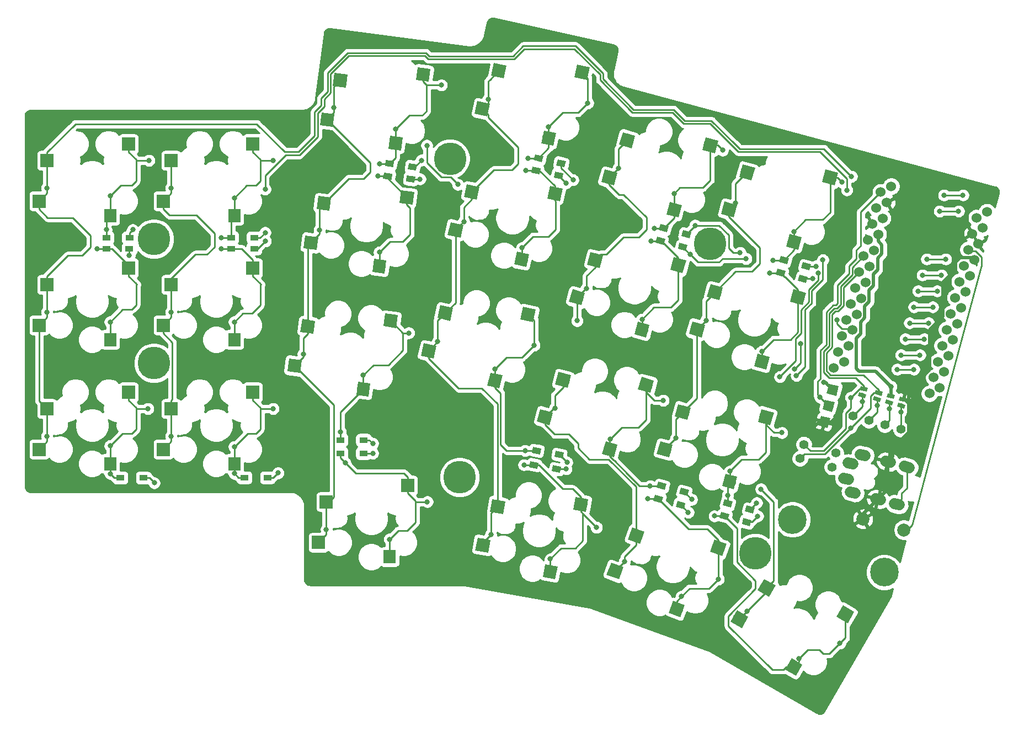
<source format=gbl>
G04 #@! TF.GenerationSoftware,KiCad,Pcbnew,(5.1.2)-1*
G04 #@! TF.CreationDate,2019-05-17T22:53:05+09:00*
G04 #@! TF.ProjectId,adelie,6164656c-6965-42e6-9b69-6361645f7063,rev?*
G04 #@! TF.SameCoordinates,Original*
G04 #@! TF.FileFunction,Copper,L2,Bot*
G04 #@! TF.FilePolarity,Positive*
%FSLAX46Y46*%
G04 Gerber Fmt 4.6, Leading zero omitted, Abs format (unit mm)*
G04 Created by KiCad (PCBNEW (5.1.2)-1) date 2019-05-17 22:53:05*
%MOMM*%
%LPD*%
G04 APERTURE LIST*
%ADD10C,2.000000*%
%ADD11C,0.100000*%
%ADD12C,1.900000*%
%ADD13R,1.300000X0.950000*%
%ADD14C,4.400000*%
%ADD15C,5.000000*%
%ADD16C,0.950000*%
%ADD17C,1.700000*%
%ADD18C,1.700000*%
%ADD19C,1.524000*%
%ADD20C,1.397000*%
%ADD21C,0.635000*%
%ADD22R,2.000000X2.000000*%
%ADD23R,1.900000X2.000000*%
%ADD24C,0.800000*%
%ADD25C,0.250000*%
%ADD26C,0.500000*%
%ADD27C,0.254000*%
G04 APERTURE END LIST*
D10*
X191171386Y-133005535D03*
D11*
G36*
X192453099Y-132407863D02*
G01*
X191769058Y-134287248D01*
X189889673Y-133603207D01*
X190573714Y-131723822D01*
X192453099Y-132407863D01*
X192453099Y-132407863D01*
G37*
D10*
X178556497Y-131117103D03*
D11*
G36*
X179838210Y-130519431D02*
G01*
X179154169Y-132398816D01*
X177274784Y-131714775D01*
X177958825Y-129835390D01*
X179838210Y-130519431D01*
X179838210Y-130519431D01*
G37*
D12*
X184784865Y-142365704D03*
D11*
G36*
X186019593Y-141750931D02*
G01*
X185335553Y-143630316D01*
X183550137Y-142980477D01*
X184234177Y-141101092D01*
X186019593Y-141750931D01*
X186019593Y-141750931D01*
G37*
D10*
X175294660Y-136570361D03*
D11*
G36*
X176576373Y-135972689D02*
G01*
X175892332Y-137852074D01*
X174012947Y-137168033D01*
X174696988Y-135288648D01*
X176576373Y-135972689D01*
X176576373Y-135972689D01*
G37*
D10*
X187873536Y-99470326D03*
D11*
G36*
X189098281Y-98763219D02*
G01*
X188580643Y-100695071D01*
X186648791Y-100177433D01*
X187166429Y-98245581D01*
X189098281Y-98763219D01*
X189098281Y-98763219D01*
G37*
D12*
X197832726Y-104416491D03*
D11*
G36*
X199009175Y-103696443D02*
G01*
X198491536Y-105628295D01*
X196656277Y-105136539D01*
X197173916Y-103204687D01*
X199009175Y-103696443D01*
X199009175Y-103696443D01*
G37*
D10*
X190647678Y-93753532D03*
D11*
G36*
X191872423Y-93046425D02*
G01*
X191354785Y-94978277D01*
X189422933Y-94460639D01*
X189940571Y-92528787D01*
X191872423Y-93046425D01*
X191872423Y-93046425D01*
G37*
D10*
X203379151Y-94535318D03*
D11*
G36*
X204603896Y-93828211D02*
G01*
X204086258Y-95760063D01*
X202154406Y-95242425D01*
X202672044Y-93310573D01*
X204603896Y-93828211D01*
X204603896Y-93828211D01*
G37*
D10*
X164553314Y-112932380D03*
D11*
G36*
X165778059Y-112225273D02*
G01*
X165260421Y-114157125D01*
X163328569Y-113639487D01*
X163846207Y-111707635D01*
X165778059Y-112225273D01*
X165778059Y-112225273D01*
G37*
D12*
X174512504Y-117878545D03*
D11*
G36*
X175688953Y-117158497D02*
G01*
X175171314Y-119090349D01*
X173336055Y-118598593D01*
X173853694Y-116666741D01*
X175688953Y-117158497D01*
X175688953Y-117158497D01*
G37*
D10*
X167327456Y-107215586D03*
D11*
G36*
X168552201Y-106508479D02*
G01*
X168034563Y-108440331D01*
X166102711Y-107922693D01*
X166620349Y-105990841D01*
X168552201Y-106508479D01*
X168552201Y-106508479D01*
G37*
D10*
X180058929Y-107997372D03*
D11*
G36*
X181283674Y-107290265D02*
G01*
X180766036Y-109222117D01*
X178834184Y-108704479D01*
X179351822Y-106772627D01*
X181283674Y-107290265D01*
X181283674Y-107290265D01*
G37*
D10*
X161981247Y-97181099D03*
D11*
G36*
X163173983Y-96421243D02*
G01*
X162741103Y-98373835D01*
X160788511Y-97940955D01*
X161221391Y-95988363D01*
X163173983Y-96421243D01*
X163173983Y-96421243D01*
G37*
D10*
X149227790Y-96955396D03*
D11*
G36*
X150420526Y-96195540D02*
G01*
X149987646Y-98148132D01*
X148035054Y-97715252D01*
X148467934Y-95762660D01*
X150420526Y-96195540D01*
X150420526Y-96195540D01*
G37*
D12*
X156871111Y-107294798D03*
D11*
G36*
X158015032Y-106524120D02*
G01*
X157582153Y-108476712D01*
X155727190Y-108065476D01*
X156160069Y-106112884D01*
X158015032Y-106524120D01*
X158015032Y-106524120D01*
G37*
D10*
X146705652Y-102787755D03*
D11*
G36*
X147898388Y-102027899D02*
G01*
X147465508Y-103980491D01*
X145512916Y-103547611D01*
X145945796Y-101595019D01*
X147898388Y-102027899D01*
X147898388Y-102027899D01*
G37*
D13*
X133145480Y-118491740D03*
X136695480Y-118491740D03*
D14*
X216604800Y-136749260D03*
X202533200Y-128656820D03*
D15*
X151458140Y-122168920D03*
X149983140Y-73279740D03*
X196822540Y-133802120D03*
X189913740Y-86329520D03*
X104544340Y-104642920D03*
X104544340Y-85592920D03*
D13*
X97229880Y-85403160D03*
X100779880Y-85403160D03*
X119921320Y-85393000D03*
X116371320Y-85393000D03*
D16*
X144206775Y-74499484D03*
D11*
G36*
X144913214Y-74113390D02*
G01*
X144789214Y-75055262D01*
X143500336Y-74885578D01*
X143624336Y-73943706D01*
X144913214Y-74113390D01*
X144913214Y-74113390D01*
G37*
D16*
X140687145Y-74036116D03*
D11*
G36*
X141393584Y-73650022D02*
G01*
X141269584Y-74591894D01*
X139980706Y-74422210D01*
X140104706Y-73480338D01*
X141393584Y-73650022D01*
X141393584Y-73650022D01*
G37*
D16*
X163572140Y-73183220D03*
D11*
G36*
X164309541Y-72860165D02*
G01*
X164103924Y-73787646D01*
X162834739Y-73506275D01*
X163040356Y-72578794D01*
X164309541Y-72860165D01*
X164309541Y-72860165D01*
G37*
D16*
X167037990Y-73951580D03*
D11*
G36*
X167775391Y-73628525D02*
G01*
X167569774Y-74556006D01*
X166300589Y-74274635D01*
X166506206Y-73347154D01*
X167775391Y-73628525D01*
X167775391Y-73628525D01*
G37*
D16*
X186221338Y-84871964D03*
D11*
G36*
X186972129Y-84581382D02*
G01*
X186726251Y-85499011D01*
X185470547Y-85162546D01*
X185716425Y-84244917D01*
X186972129Y-84581382D01*
X186972129Y-84581382D01*
G37*
D16*
X182792302Y-83953156D03*
D11*
G36*
X183543093Y-83662574D02*
G01*
X183297215Y-84580203D01*
X182041511Y-84243738D01*
X182287389Y-83326109D01*
X183543093Y-83662574D01*
X183543093Y-83662574D01*
G37*
D16*
X201207302Y-88852816D03*
D11*
G36*
X201958093Y-88562234D02*
G01*
X201712215Y-89479863D01*
X200456511Y-89143398D01*
X200702389Y-88225769D01*
X201958093Y-88562234D01*
X201958093Y-88562234D01*
G37*
D16*
X204636338Y-89771624D03*
D11*
G36*
X205387129Y-89481042D02*
G01*
X205141251Y-90398671D01*
X203885547Y-90062206D01*
X204131425Y-89144577D01*
X205387129Y-89481042D01*
X205387129Y-89481042D01*
G37*
D13*
X97228260Y-87110040D03*
X100778260Y-87110040D03*
X116364620Y-87089720D03*
X119914620Y-87089720D03*
D16*
X140428065Y-75928416D03*
D11*
G36*
X141134504Y-75542322D02*
G01*
X141010504Y-76484194D01*
X139721626Y-76314510D01*
X139845626Y-75372638D01*
X141134504Y-75542322D01*
X141134504Y-75542322D01*
G37*
D16*
X143947695Y-76391784D03*
D11*
G36*
X144654134Y-76005690D02*
G01*
X144530134Y-76947562D01*
X143241256Y-76777878D01*
X143365256Y-75836006D01*
X144654134Y-76005690D01*
X144654134Y-76005690D01*
G37*
D16*
X166628405Y-75820380D03*
D11*
G36*
X167365806Y-75497325D02*
G01*
X167160189Y-76424806D01*
X165891004Y-76143435D01*
X166096621Y-75215954D01*
X167365806Y-75497325D01*
X167365806Y-75497325D01*
G37*
D16*
X163162555Y-75052020D03*
D11*
G36*
X163899956Y-74728965D02*
G01*
X163694339Y-75656446D01*
X162425154Y-75375075D01*
X162630771Y-74447594D01*
X163899956Y-74728965D01*
X163899956Y-74728965D01*
G37*
D16*
X182263982Y-85896256D03*
D11*
G36*
X183014773Y-85605674D02*
G01*
X182768895Y-86523303D01*
X181513191Y-86186838D01*
X181759069Y-85269209D01*
X183014773Y-85605674D01*
X183014773Y-85605674D01*
G37*
D16*
X185693018Y-86815064D03*
D11*
G36*
X186443809Y-86524482D02*
G01*
X186197931Y-87442111D01*
X184942227Y-87105646D01*
X185188105Y-86188017D01*
X186443809Y-86524482D01*
X186443809Y-86524482D01*
G37*
D16*
X204135218Y-91701284D03*
D11*
G36*
X204886009Y-91410702D02*
G01*
X204640131Y-92328331D01*
X203384427Y-91991866D01*
X203630305Y-91074237D01*
X204886009Y-91410702D01*
X204886009Y-91410702D01*
G37*
D16*
X200706182Y-90782476D03*
D11*
G36*
X201456973Y-90491894D02*
G01*
X201211095Y-91409523D01*
X199955391Y-91073058D01*
X200201269Y-90155429D01*
X201456973Y-90491894D01*
X201456973Y-90491894D01*
G37*
D13*
X102929180Y-122258560D03*
X99379180Y-122258560D03*
X118413940Y-122225540D03*
X121963940Y-122225540D03*
X136695480Y-116439420D03*
X133145480Y-116439420D03*
D16*
X163238372Y-118070868D03*
D11*
G36*
X163960980Y-117715956D02*
G01*
X163796014Y-118651523D01*
X162515764Y-118425780D01*
X162680730Y-117490213D01*
X163960980Y-117715956D01*
X163960980Y-117715956D01*
G37*
D16*
X166734440Y-118687320D03*
D11*
G36*
X167457048Y-118332408D02*
G01*
X167292082Y-119267975D01*
X166011832Y-119042232D01*
X166176798Y-118106665D01*
X167457048Y-118332408D01*
X167457048Y-118332408D01*
G37*
D16*
X182467182Y-123480636D03*
D11*
G36*
X183217973Y-123190054D02*
G01*
X182972095Y-124107683D01*
X181716391Y-123771218D01*
X181962269Y-122853589D01*
X183217973Y-123190054D01*
X183217973Y-123190054D01*
G37*
D16*
X185896218Y-124399444D03*
D11*
G36*
X186647009Y-124108862D02*
G01*
X186401131Y-125026491D01*
X185145427Y-124690026D01*
X185391305Y-123772397D01*
X186647009Y-124108862D01*
X186647009Y-124108862D01*
G37*
D16*
X196013020Y-127109960D03*
D11*
G36*
X196763811Y-126819378D02*
G01*
X196517933Y-127737007D01*
X195262229Y-127400542D01*
X195508107Y-126482913D01*
X196763811Y-126819378D01*
X196763811Y-126819378D01*
G37*
D16*
X192583984Y-126191152D03*
D11*
G36*
X193334775Y-125900570D02*
G01*
X193088897Y-126818199D01*
X191833193Y-126481734D01*
X192079071Y-125564105D01*
X193334775Y-125900570D01*
X193334775Y-125900570D01*
G37*
D16*
X166341254Y-120882766D03*
D11*
G36*
X167063862Y-120527854D02*
G01*
X166898896Y-121463421D01*
X165618646Y-121237678D01*
X165783612Y-120302111D01*
X167063862Y-120527854D01*
X167063862Y-120527854D01*
G37*
D16*
X162845186Y-120266314D03*
D11*
G36*
X163567794Y-119911402D02*
G01*
X163402828Y-120846969D01*
X162122578Y-120621226D01*
X162287544Y-119685659D01*
X163567794Y-119911402D01*
X163567794Y-119911402D01*
G37*
D16*
X185370438Y-126390804D03*
D11*
G36*
X186121229Y-126100222D02*
G01*
X185875351Y-127017851D01*
X184619647Y-126681386D01*
X184865525Y-125763757D01*
X186121229Y-126100222D01*
X186121229Y-126100222D01*
G37*
D16*
X181941402Y-125471996D03*
D11*
G36*
X182692193Y-125181414D02*
G01*
X182446315Y-126099043D01*
X181190611Y-125762578D01*
X181436489Y-124844949D01*
X182692193Y-125181414D01*
X182692193Y-125181414D01*
G37*
D16*
X192083622Y-128116136D03*
D11*
G36*
X192834413Y-127825554D02*
G01*
X192588535Y-128743183D01*
X191332831Y-128406718D01*
X191578709Y-127489089D01*
X192834413Y-127825554D01*
X192834413Y-127825554D01*
G37*
D16*
X195512658Y-129034944D03*
D11*
G36*
X196263449Y-128744362D02*
G01*
X196017571Y-129661991D01*
X194761867Y-129325526D01*
X195007745Y-128407897D01*
X196263449Y-128744362D01*
X196263449Y-128744362D01*
G37*
D17*
X213321312Y-118753408D03*
D18*
X213707682Y-118856936D02*
X212934942Y-118649880D01*
D17*
X210785384Y-122422068D03*
D18*
X211171754Y-122525596D02*
X210399014Y-122318540D01*
D17*
X220082793Y-120565142D03*
D18*
X220469163Y-120668670D02*
X219696423Y-120461614D01*
D17*
X217185016Y-119788685D03*
D18*
X217571386Y-119892213D02*
X216798646Y-119685157D01*
D17*
X218542820Y-126312400D03*
D18*
X218929190Y-126415928D02*
X218156450Y-126208872D01*
D17*
X215645042Y-125535943D03*
D18*
X216031412Y-125639471D02*
X215258672Y-125432415D01*
D17*
X211781339Y-124500667D03*
D18*
X212167709Y-124604195D02*
X211394969Y-124397139D01*
D17*
X211419490Y-120055550D03*
D18*
X211805860Y-120159078D02*
X211033120Y-119952022D01*
D19*
X208722261Y-108743597D03*
D11*
G36*
X207789005Y-109282412D02*
G01*
X208183446Y-107810341D01*
X209655517Y-108204782D01*
X209261076Y-109676853D01*
X207789005Y-109282412D01*
X207789005Y-109282412D01*
G37*
D19*
X208064861Y-111197049D03*
D11*
G36*
X207131605Y-111735864D02*
G01*
X207526046Y-110263793D01*
X208998117Y-110658234D01*
X208603676Y-112130305D01*
X207131605Y-111735864D01*
X207131605Y-111735864D01*
G37*
D19*
X207407460Y-113650500D03*
D11*
G36*
X206474204Y-114189315D02*
G01*
X206868645Y-112717244D01*
X208340716Y-113111685D01*
X207946275Y-114583756D01*
X206474204Y-114189315D01*
X206474204Y-114189315D01*
G37*
D20*
X211783517Y-112792159D03*
X214236969Y-113449559D03*
X216690420Y-114106960D03*
X219143872Y-114764360D03*
D21*
X219509756Y-110214220D03*
D11*
G36*
X219979608Y-110668817D02*
G01*
X218875554Y-110372986D01*
X219039904Y-109759623D01*
X220143958Y-110055454D01*
X219979608Y-110668817D01*
X219979608Y-110668817D01*
G37*
D21*
X219250740Y-111180880D03*
D11*
G36*
X219720592Y-111635477D02*
G01*
X218616538Y-111339646D01*
X218780888Y-110726283D01*
X219884942Y-111022114D01*
X219720592Y-111635477D01*
X219720592Y-111635477D01*
G37*
D21*
X217378760Y-110680500D03*
D11*
G36*
X217848612Y-111135097D02*
G01*
X216744558Y-110839266D01*
X216908908Y-110225903D01*
X218012962Y-110521734D01*
X217848612Y-111135097D01*
X217848612Y-111135097D01*
G37*
D21*
X217637776Y-109713840D03*
D11*
G36*
X218107628Y-110168437D02*
G01*
X217003574Y-109872606D01*
X217167924Y-109259243D01*
X218271978Y-109555074D01*
X218107628Y-110168437D01*
X218107628Y-110168437D01*
G37*
D21*
X215763288Y-109211650D03*
D11*
G36*
X216233140Y-109666247D02*
G01*
X215129086Y-109370416D01*
X215293436Y-108757053D01*
X216397490Y-109052884D01*
X216233140Y-109666247D01*
X216233140Y-109666247D01*
G37*
D21*
X215504272Y-110178310D03*
D11*
G36*
X215974124Y-110632907D02*
G01*
X214870070Y-110337076D01*
X215034420Y-109723713D01*
X216138474Y-110019544D01*
X215974124Y-110632907D01*
X215974124Y-110632907D01*
G37*
D21*
X213233480Y-109565440D03*
D11*
G36*
X213703332Y-110020037D02*
G01*
X212599278Y-109724206D01*
X212763628Y-109110843D01*
X213867682Y-109406674D01*
X213703332Y-110020037D01*
X213703332Y-110020037D01*
G37*
D21*
X213492496Y-108598780D03*
D11*
G36*
X213962348Y-109053377D02*
G01*
X212858294Y-108757546D01*
X213022644Y-108144183D01*
X214126698Y-108440014D01*
X213962348Y-109053377D01*
X213962348Y-109053377D01*
G37*
D20*
X209175300Y-118430780D03*
X204268396Y-117115980D03*
X203689276Y-119274980D03*
X208596180Y-120589780D03*
D10*
X219624679Y-130239662D03*
X213346161Y-128557338D03*
D19*
X217679349Y-77504074D03*
X217021948Y-79957526D03*
X216364548Y-82410977D03*
X215707147Y-84864429D03*
X215049747Y-87317881D03*
X214392347Y-89771332D03*
X213734946Y-92224784D03*
X213077546Y-94678235D03*
X212420146Y-97131687D03*
X211762745Y-99585139D03*
X211105345Y-102038590D03*
X210447944Y-104492042D03*
X225149336Y-108431268D03*
X225806736Y-105977816D03*
X226464136Y-103524364D03*
X227121537Y-101070913D03*
X227778937Y-98617461D03*
X228436337Y-96164010D03*
X229093738Y-93710558D03*
X229751138Y-91257106D03*
X230408539Y-88803655D03*
X231065939Y-86350203D03*
X231723339Y-83896752D03*
X232380740Y-81443300D03*
X216069444Y-78387502D03*
X215412044Y-80840954D03*
X214754644Y-83294406D03*
X214097243Y-85747857D03*
X213439843Y-88201309D03*
X212782442Y-90654760D03*
X212125042Y-93108212D03*
X211467642Y-95561664D03*
X210810241Y-98015115D03*
X210152841Y-100468567D03*
X209495441Y-102922018D03*
X208838040Y-105375470D03*
X223558750Y-109319872D03*
X224216150Y-106866421D03*
X224873551Y-104412969D03*
X225530951Y-101959517D03*
X226188351Y-99506066D03*
X226845752Y-97052614D03*
X227503152Y-94599163D03*
X228160552Y-92145711D03*
X228817953Y-89692259D03*
X229475353Y-87238808D03*
X230132754Y-84785356D03*
X230790154Y-82331905D03*
D22*
X100632040Y-70995540D03*
X88132040Y-73535540D03*
D23*
X97832040Y-81975540D03*
D22*
X86932040Y-79775540D03*
X105982040Y-79775540D03*
D23*
X116882040Y-81975540D03*
D22*
X107182040Y-73535540D03*
X119682040Y-70995540D03*
D10*
X145846526Y-60351164D03*
D11*
G36*
X146968497Y-59490245D02*
G01*
X146707445Y-61473135D01*
X144724555Y-61212083D01*
X144985607Y-59229193D01*
X146968497Y-59490245D01*
X146968497Y-59490245D01*
G37*
D10*
X133121929Y-61237856D03*
D11*
G36*
X134243900Y-60376937D02*
G01*
X133982848Y-62359827D01*
X131999958Y-62098775D01*
X132261010Y-60115885D01*
X134243900Y-60376937D01*
X134243900Y-60376937D01*
G37*
D12*
X141637303Y-70871755D03*
D11*
G36*
X142709702Y-70004310D02*
G01*
X142448649Y-71987200D01*
X140564904Y-71739200D01*
X140825957Y-69756310D01*
X142709702Y-70004310D01*
X142709702Y-70004310D01*
G37*
D10*
X131117712Y-67267841D03*
D11*
G36*
X132239683Y-66406922D02*
G01*
X131978631Y-68389812D01*
X129995741Y-68128760D01*
X130256793Y-66145870D01*
X132239683Y-66406922D01*
X132239683Y-66406922D01*
G37*
D10*
X154945412Y-65612315D03*
D11*
G36*
X156138148Y-64852459D02*
G01*
X155705268Y-66805051D01*
X153752676Y-66372171D01*
X154185556Y-64419579D01*
X156138148Y-64852459D01*
X156138148Y-64852459D01*
G37*
D12*
X165110871Y-70119358D03*
D11*
G36*
X166254792Y-69348680D02*
G01*
X165821913Y-71301272D01*
X163966950Y-70890036D01*
X164399829Y-68937444D01*
X166254792Y-69348680D01*
X166254792Y-69348680D01*
G37*
D10*
X157467550Y-59779956D03*
D11*
G36*
X158660286Y-59020100D02*
G01*
X158227406Y-60972692D01*
X156274814Y-60539812D01*
X156707694Y-58587220D01*
X158660286Y-59020100D01*
X158660286Y-59020100D01*
G37*
D10*
X170221007Y-60005659D03*
D11*
G36*
X171413743Y-59245803D02*
G01*
X170980863Y-61198395D01*
X169028271Y-60765515D01*
X169461151Y-58812923D01*
X171413743Y-59245803D01*
X171413743Y-59245803D01*
G37*
D10*
X189916669Y-71210552D03*
D11*
G36*
X191141414Y-70503445D02*
G01*
X190623776Y-72435297D01*
X188691924Y-71917659D01*
X189209562Y-69985807D01*
X191141414Y-70503445D01*
X191141414Y-70503445D01*
G37*
D10*
X177185196Y-70428766D03*
D11*
G36*
X178409941Y-69721659D02*
G01*
X177892303Y-71653511D01*
X175960451Y-71135873D01*
X176478089Y-69204021D01*
X178409941Y-69721659D01*
X178409941Y-69721659D01*
G37*
D12*
X184370244Y-81091725D03*
D11*
G36*
X185546693Y-80371677D02*
G01*
X185029054Y-82303529D01*
X183193795Y-81811773D01*
X183711434Y-79879921D01*
X185546693Y-80371677D01*
X185546693Y-80371677D01*
G37*
D10*
X174411054Y-76145560D03*
D11*
G36*
X175635799Y-75438453D02*
G01*
X175118161Y-77370305D01*
X173186309Y-76852667D01*
X173703947Y-74920815D01*
X175635799Y-75438453D01*
X175635799Y-75438453D01*
G37*
D10*
X192800654Y-81073160D03*
D11*
G36*
X194025399Y-80366053D02*
G01*
X193507761Y-82297905D01*
X191575909Y-81780267D01*
X192093547Y-79848415D01*
X194025399Y-80366053D01*
X194025399Y-80366053D01*
G37*
D12*
X202759844Y-86019325D03*
D11*
G36*
X203936293Y-85299277D02*
G01*
X203418654Y-87231129D01*
X201583395Y-86739373D01*
X202101034Y-84807521D01*
X203936293Y-85299277D01*
X203936293Y-85299277D01*
G37*
D10*
X195574796Y-75356366D03*
D11*
G36*
X196799541Y-74649259D02*
G01*
X196281903Y-76581111D01*
X194350051Y-76063473D01*
X194867689Y-74131621D01*
X196799541Y-74649259D01*
X196799541Y-74649259D01*
G37*
D10*
X208306269Y-76138152D03*
D11*
G36*
X209531014Y-75431045D02*
G01*
X209013376Y-77362897D01*
X207081524Y-76845259D01*
X207599162Y-74913407D01*
X209531014Y-75431045D01*
X209531014Y-75431045D01*
G37*
D22*
X86932040Y-98825540D03*
D23*
X97832040Y-101025540D03*
D22*
X88132040Y-92585540D03*
X100632040Y-90045540D03*
X119682040Y-90045540D03*
X107182040Y-92585540D03*
D23*
X116882040Y-101025540D03*
D22*
X105982040Y-98825540D03*
D10*
X128631052Y-86147661D03*
D11*
G36*
X129753023Y-85286742D02*
G01*
X129491971Y-87269632D01*
X127509081Y-87008580D01*
X127770133Y-85025690D01*
X129753023Y-85286742D01*
X129753023Y-85286742D01*
G37*
D12*
X139150643Y-89751575D03*
D11*
G36*
X140223042Y-88884130D02*
G01*
X139961989Y-90867020D01*
X138078244Y-90619020D01*
X138339297Y-88636130D01*
X140223042Y-88884130D01*
X140223042Y-88884130D01*
G37*
D10*
X130635269Y-80117676D03*
D11*
G36*
X131757240Y-79256757D02*
G01*
X131496188Y-81239647D01*
X129513298Y-80978595D01*
X129774350Y-78995705D01*
X131757240Y-79256757D01*
X131757240Y-79256757D01*
G37*
D10*
X143359866Y-79230984D03*
D11*
G36*
X144481837Y-78370065D02*
G01*
X144220785Y-80352955D01*
X142237895Y-80091903D01*
X142498947Y-78109013D01*
X144481837Y-78370065D01*
X144481837Y-78370065D01*
G37*
D10*
X150822992Y-84205115D03*
D11*
G36*
X152015728Y-83445259D02*
G01*
X151582848Y-85397851D01*
X149630256Y-84964971D01*
X150063136Y-83012379D01*
X152015728Y-83445259D01*
X152015728Y-83445259D01*
G37*
D12*
X160988451Y-88712158D03*
D11*
G36*
X162132372Y-87941480D02*
G01*
X161699493Y-89894072D01*
X159844530Y-89482836D01*
X160277409Y-87530244D01*
X162132372Y-87941480D01*
X162132372Y-87941480D01*
G37*
D10*
X153345130Y-78372756D03*
D11*
G36*
X154537866Y-77612900D02*
G01*
X154104986Y-79565492D01*
X152152394Y-79132612D01*
X152585274Y-77180020D01*
X154537866Y-77612900D01*
X154537866Y-77612900D01*
G37*
D10*
X166098587Y-78598459D03*
D11*
G36*
X167291323Y-77838603D02*
G01*
X166858443Y-79791195D01*
X164905851Y-79358315D01*
X165338731Y-77405723D01*
X167291323Y-77838603D01*
X167291323Y-77838603D01*
G37*
D10*
X184986529Y-89605232D03*
D11*
G36*
X186211274Y-88898125D02*
G01*
X185693636Y-90829977D01*
X183761784Y-90312339D01*
X184279422Y-88380487D01*
X186211274Y-88898125D01*
X186211274Y-88898125D01*
G37*
D10*
X172255056Y-88823446D03*
D11*
G36*
X173479801Y-88116339D02*
G01*
X172962163Y-90048191D01*
X171030311Y-89530553D01*
X171547949Y-87598701D01*
X173479801Y-88116339D01*
X173479801Y-88116339D01*
G37*
D12*
X179440104Y-99486405D03*
D11*
G36*
X180616553Y-98766357D02*
G01*
X180098914Y-100698209D01*
X178263655Y-100206453D01*
X178781294Y-98274601D01*
X180616553Y-98766357D01*
X180616553Y-98766357D01*
G37*
D10*
X169480914Y-94540240D03*
D11*
G36*
X170705659Y-93833133D02*
G01*
X170188021Y-95764985D01*
X168256169Y-95247347D01*
X168773807Y-93315495D01*
X170705659Y-93833133D01*
X170705659Y-93833133D01*
G37*
D22*
X100632040Y-109095540D03*
X88132040Y-111635540D03*
D23*
X97832040Y-120075540D03*
D22*
X86932040Y-117875540D03*
X105982040Y-117875540D03*
D23*
X116882040Y-120075540D03*
D22*
X107182040Y-111635540D03*
X119682040Y-109095540D03*
D10*
X140870666Y-98126044D03*
D11*
G36*
X141992637Y-97265125D02*
G01*
X141731585Y-99248015D01*
X139748695Y-98986963D01*
X140009747Y-97004073D01*
X141992637Y-97265125D01*
X141992637Y-97265125D01*
G37*
D10*
X128146069Y-99012736D03*
D11*
G36*
X129268040Y-98151817D02*
G01*
X129006988Y-100134707D01*
X127024098Y-99873655D01*
X127285150Y-97890765D01*
X129268040Y-98151817D01*
X129268040Y-98151817D01*
G37*
D12*
X136661443Y-108646635D03*
D11*
G36*
X137733842Y-107779190D02*
G01*
X137472789Y-109762080D01*
X135589044Y-109514080D01*
X135850097Y-107531190D01*
X137733842Y-107779190D01*
X137733842Y-107779190D01*
G37*
D10*
X126141852Y-105042721D03*
D11*
G36*
X127263823Y-104181802D02*
G01*
X127002771Y-106164692D01*
X125019881Y-105903640D01*
X125280933Y-103920750D01*
X127263823Y-104181802D01*
X127263823Y-104181802D01*
G37*
D10*
X198449011Y-112940158D03*
D11*
G36*
X199673756Y-112233051D02*
G01*
X199156118Y-114164903D01*
X197224266Y-113647265D01*
X197741904Y-111715413D01*
X199673756Y-112233051D01*
X199673756Y-112233051D01*
G37*
D10*
X185717538Y-112158372D03*
D11*
G36*
X186942283Y-111451265D02*
G01*
X186424645Y-113383117D01*
X184492793Y-112865479D01*
X185010431Y-110933627D01*
X186942283Y-111451265D01*
X186942283Y-111451265D01*
G37*
D12*
X192902586Y-122821331D03*
D11*
G36*
X194079035Y-122101283D02*
G01*
X193561396Y-124033135D01*
X191726137Y-123541379D01*
X192243776Y-121609527D01*
X194079035Y-122101283D01*
X194079035Y-122101283D01*
G37*
D10*
X182943396Y-117875166D03*
D11*
G36*
X184168141Y-117168059D02*
G01*
X183650503Y-119099911D01*
X181718651Y-118582273D01*
X182236289Y-116650421D01*
X184168141Y-117168059D01*
X184168141Y-117168059D01*
G37*
D22*
X143502400Y-123395100D03*
X131002400Y-125935100D03*
D23*
X140702400Y-134375100D03*
D22*
X129802400Y-132175100D03*
D10*
X155023005Y-132589548D03*
D11*
G36*
X156181461Y-131778388D02*
G01*
X155834165Y-133748004D01*
X153864549Y-133400708D01*
X154211845Y-131431092D01*
X156181461Y-131778388D01*
X156181461Y-131778388D01*
G37*
D12*
X165375383Y-136648891D03*
D11*
G36*
X166484599Y-135829049D02*
G01*
X166137302Y-137798665D01*
X164266167Y-137468733D01*
X164613464Y-135499117D01*
X166484599Y-135829049D01*
X166484599Y-135829049D01*
G37*
D10*
X157288339Y-126652726D03*
D11*
G36*
X158446795Y-125841566D02*
G01*
X158099499Y-127811182D01*
X156129883Y-127463886D01*
X156477179Y-125494270D01*
X158446795Y-125841566D01*
X158446795Y-125841566D01*
G37*
D10*
X170039502Y-126321916D03*
D11*
G36*
X171197958Y-125510756D02*
G01*
X170850662Y-127480372D01*
X168881046Y-127133076D01*
X169228342Y-125163460D01*
X171197958Y-125510756D01*
X171197958Y-125510756D01*
G37*
D10*
X194405699Y-143946324D03*
D11*
G36*
X195771724Y-143580299D02*
G01*
X194771724Y-145312349D01*
X193039674Y-144312349D01*
X194039674Y-142580299D01*
X195771724Y-143580299D01*
X195771724Y-143580299D01*
G37*
D12*
X202745376Y-151301580D03*
D11*
G36*
X204068100Y-150910555D02*
G01*
X203068100Y-152642605D01*
X201422652Y-151692605D01*
X202422652Y-149960555D01*
X204068100Y-150910555D01*
X204068100Y-150910555D01*
G37*
D10*
X198564930Y-139142325D03*
D11*
G36*
X199930955Y-138776300D02*
G01*
X198930955Y-140508350D01*
X197198905Y-139508350D01*
X198198905Y-137776300D01*
X199930955Y-138776300D01*
X199930955Y-138776300D01*
G37*
D10*
X210660247Y-143192621D03*
D11*
G36*
X212026272Y-142826596D02*
G01*
X211026272Y-144558646D01*
X209294222Y-143558646D01*
X210294222Y-141826596D01*
X212026272Y-142826596D01*
X212026272Y-142826596D01*
G37*
D24*
X101287790Y-84170250D03*
X121610030Y-84604290D03*
X145568539Y-73513339D03*
X187588783Y-83504519D03*
X206109856Y-89771624D03*
X221821074Y-93591234D03*
X224734454Y-93591234D03*
X168855928Y-76527812D03*
X194502819Y-87685521D03*
X97229880Y-84161100D03*
X97832040Y-78966540D03*
X103783080Y-73536280D03*
X114915900Y-85393000D03*
X116882040Y-79274538D03*
X122840700Y-73533740D03*
X139142420Y-74036660D03*
X141637303Y-68745068D03*
X148656343Y-61972577D03*
X161974480Y-73180680D03*
X165110871Y-68370690D03*
X171130125Y-64724340D03*
X181308960Y-83955360D03*
X184370244Y-78611439D03*
X191814400Y-71973007D03*
X199548700Y-88855020D03*
X202759844Y-84457127D03*
X210145580Y-76842187D03*
X95817640Y-87110040D03*
X97832040Y-98324538D03*
X100778260Y-88108260D03*
X121648835Y-85933415D03*
X145385196Y-76391784D03*
X186839987Y-87962033D03*
X205610216Y-91701284D03*
X221162634Y-96044686D03*
X224069860Y-96043220D03*
X167803782Y-76995758D03*
X195407082Y-88614842D03*
X114915900Y-87092260D03*
X116882040Y-98324538D03*
X138895496Y-75928416D03*
X139150643Y-87624888D03*
X161580780Y-75052660D03*
X160988451Y-86963490D03*
X180808580Y-85898460D03*
X179440104Y-97924207D03*
X199071180Y-90780340D03*
X197832726Y-102854293D03*
X97832040Y-117335860D03*
X103628140Y-111633740D03*
X97832040Y-121611420D03*
X138123840Y-116967780D03*
X167923160Y-119876040D03*
X220506240Y-98496860D03*
X223414540Y-98496860D03*
X123592730Y-121496750D03*
X104596161Y-123025541D03*
X187072397Y-125575623D03*
X197027750Y-126095230D03*
X116882040Y-117485720D03*
X122830540Y-111636280D03*
X116882040Y-121593640D03*
X136661443Y-106519948D03*
X143644818Y-100019838D03*
X133145480Y-115182120D03*
X156871111Y-105546130D03*
X162896500Y-101893645D03*
X161500896Y-118070868D03*
X174534495Y-116294355D03*
X182711040Y-110373900D03*
X180691740Y-123482840D03*
X192902586Y-121259133D03*
X200917760Y-115316740D03*
X192583984Y-124915436D03*
X138123880Y-118491740D03*
X167782574Y-120882766D03*
X219841849Y-100951589D03*
X222764300Y-100950500D03*
X186537727Y-127558093D03*
X197201966Y-128118566D03*
X140702400Y-131674098D03*
X146498260Y-125933940D03*
X133885340Y-119956600D03*
X161329320Y-120264660D03*
X165375383Y-134711942D03*
X172462140Y-129860780D03*
X185475518Y-140478938D03*
X191171386Y-137800542D03*
X180287880Y-125474200D03*
X207345197Y-107596377D03*
X217641120Y-108235220D03*
X225116340Y-81329000D03*
X228024640Y-81329000D03*
X223701560Y-86106740D03*
X224356880Y-83648020D03*
X226607320Y-86106740D03*
X227265180Y-83648020D03*
X205565960Y-114702060D03*
X210127800Y-110165620D03*
X225786900Y-78862660D03*
X228692660Y-78862660D03*
X206775946Y-109908134D03*
X213233480Y-110567680D03*
X215504272Y-111179788D03*
X217378760Y-111690360D03*
X219143872Y-112150288D03*
X222477977Y-91137783D03*
X225395740Y-91138480D03*
X211517559Y-114572899D03*
X223140220Y-88682300D03*
X226051060Y-88682300D03*
X211489240Y-109925595D03*
X211595582Y-75999742D03*
X88132040Y-115877640D03*
X88132040Y-96840340D03*
X88132040Y-77795420D03*
X121607039Y-77950539D03*
X210870581Y-78086859D03*
X107182040Y-115872560D03*
X107182040Y-96845420D03*
X107182040Y-77772560D03*
X203135180Y-106553740D03*
X151192180Y-77231980D03*
X146414440Y-71224880D03*
X207195201Y-88792621D03*
X131002400Y-130152200D03*
X132159931Y-65413389D03*
X129967092Y-84238148D03*
X127460960Y-103256820D03*
X200595180Y-106751860D03*
X206470200Y-90859080D03*
X156248815Y-130962635D03*
X148093380Y-101361980D03*
X155854530Y-64164770D03*
X152104040Y-82926660D03*
X202883098Y-105516798D03*
X203770180Y-101638840D03*
X169485260Y-98133640D03*
X175833715Y-74722899D03*
X166079120Y-111580400D03*
X176787760Y-135077940D03*
X170938140Y-93200960D03*
X197704189Y-123977669D03*
X193823316Y-80050498D03*
X209348020Y-98029500D03*
X189279480Y-98072680D03*
X195593521Y-142758501D03*
X184641440Y-116175260D03*
X218611400Y-105613940D03*
X221166640Y-105613940D03*
X219187980Y-103404140D03*
X222098820Y-103401600D03*
X203548136Y-149997818D03*
X209823719Y-147638959D03*
X190552356Y-128116136D03*
D25*
X100779880Y-84678160D02*
X101287790Y-84170250D01*
X100779880Y-85403160D02*
X100779880Y-84678160D01*
X120821320Y-85393000D02*
X121610030Y-84604290D01*
X119921320Y-85393000D02*
X120821320Y-85393000D01*
X144582394Y-74499484D02*
X145568539Y-73513339D01*
X144206775Y-74499484D02*
X144582394Y-74499484D01*
X187588783Y-83504519D02*
X186221338Y-84871964D01*
X206109856Y-89771624D02*
X204636338Y-89771624D01*
X221821074Y-93591234D02*
X224734454Y-93591234D01*
X224734454Y-93591234D02*
X224734454Y-93591234D01*
X167037990Y-73951580D02*
X167037990Y-74709874D01*
X168977260Y-76649144D02*
X168977260Y-76649144D01*
X168855928Y-76527812D02*
X168977260Y-76649144D01*
X167037990Y-74709874D02*
X168855928Y-76527812D01*
X193428399Y-87685521D02*
X193428399Y-87685521D01*
X191269741Y-83504519D02*
X187588783Y-83504519D01*
X192738741Y-84973519D02*
X191269741Y-83504519D01*
X192738741Y-86995863D02*
X192738741Y-84973519D01*
X194502819Y-87685521D02*
X193428399Y-87685521D01*
X193428399Y-87685521D02*
X192738741Y-86995863D01*
X97229880Y-82577700D02*
X97832040Y-81975540D01*
X97229880Y-85403160D02*
X97229880Y-84161100D01*
X97229880Y-84161100D02*
X97229880Y-82577700D01*
X101807041Y-73420541D02*
X100632040Y-72245540D01*
X101807041Y-76687541D02*
X101807041Y-73420541D01*
X101144041Y-77350541D02*
X101807041Y-76687541D01*
X100632040Y-72245540D02*
X100632040Y-70995540D01*
X99448039Y-77350541D02*
X101144041Y-77350541D01*
X97832040Y-78966540D02*
X99448039Y-77350541D01*
X97832040Y-81975540D02*
X97832040Y-78966540D01*
X97832040Y-78966540D02*
X97832040Y-78966540D01*
X103217395Y-73536280D02*
X103214855Y-73538820D01*
X103783080Y-73536280D02*
X103217395Y-73536280D01*
X101922780Y-73536280D02*
X101807041Y-73420541D01*
X103217395Y-73536280D02*
X101922780Y-73536280D01*
X116371320Y-82486260D02*
X116882040Y-81975540D01*
X116371320Y-85393000D02*
X116371320Y-82486260D01*
X116371320Y-85393000D02*
X115471320Y-85393000D01*
X115471320Y-85393000D02*
X114915900Y-85393000D01*
X114915900Y-85393000D02*
X114915900Y-85393000D01*
X120857041Y-73420541D02*
X119682040Y-72245540D01*
X120857041Y-76687541D02*
X120857041Y-73420541D01*
X120194041Y-77350541D02*
X120857041Y-76687541D01*
X119682040Y-72245540D02*
X119682040Y-70995540D01*
X118806037Y-77350541D02*
X120194041Y-77350541D01*
X116882040Y-79274538D02*
X118806037Y-77350541D01*
X116882040Y-81975540D02*
X116882040Y-79274538D01*
X116882040Y-79274538D02*
X116882040Y-79274538D01*
X120970240Y-73533740D02*
X120857041Y-73420541D01*
X122840700Y-73533740D02*
X120970240Y-73533740D01*
X140686601Y-74036660D02*
X140687145Y-74036116D01*
X139142420Y-74036660D02*
X140686601Y-74036660D01*
X145846526Y-61459793D02*
X145846526Y-60351164D01*
X146359310Y-61972577D02*
X145846526Y-61459793D01*
X145696310Y-66649652D02*
X146359310Y-65986652D01*
X143732719Y-66649652D02*
X145696310Y-66649652D01*
X141637303Y-68745068D02*
X141637303Y-68745068D01*
X141637303Y-70871755D02*
X141637303Y-68745068D01*
X141637303Y-68745068D02*
X143732719Y-66649652D01*
X146359310Y-65986652D02*
X146359310Y-63037710D01*
X146359310Y-63037710D02*
X146359310Y-61972577D01*
X146359310Y-61972577D02*
X148656343Y-61972577D01*
X148656343Y-61972577D02*
X148656343Y-61972577D01*
X141637303Y-73085958D02*
X140687145Y-74036116D01*
X141637303Y-70871755D02*
X141637303Y-73085958D01*
X163569600Y-73180680D02*
X163572140Y-73183220D01*
X161974480Y-73180680D02*
X163569600Y-73180680D01*
X171130125Y-60914777D02*
X170221007Y-60005659D01*
X171130125Y-64724340D02*
X171130125Y-60914777D01*
X169635865Y-66218600D02*
X171130125Y-64724340D01*
X167262961Y-66218600D02*
X169635865Y-66218600D01*
X165110871Y-68370690D02*
X165110871Y-68370690D01*
X165110871Y-70119358D02*
X165110871Y-68370690D01*
X165110871Y-68370690D02*
X167262961Y-66218600D01*
X165110871Y-71644489D02*
X163572140Y-73183220D01*
X165110871Y-70119358D02*
X165110871Y-71644489D01*
X171130125Y-64724340D02*
X171130125Y-64724340D01*
X182019373Y-83953156D02*
X182017169Y-83955360D01*
X182792302Y-83953156D02*
X182019373Y-83953156D01*
X182017169Y-83955360D02*
X181308960Y-83955360D01*
X181308960Y-83955360D02*
X181308960Y-83955360D01*
X184370244Y-79956449D02*
X184370244Y-81091725D01*
X184370244Y-78611439D02*
X184370244Y-78611439D01*
X185270594Y-77711089D02*
X184370244Y-78611439D01*
X188772763Y-77711089D02*
X185270594Y-77711089D01*
X189916669Y-76567183D02*
X188772763Y-77711089D01*
X189916669Y-71210552D02*
X189916669Y-76567183D01*
X184370244Y-78611439D02*
X184370244Y-79956449D01*
X184370244Y-82375214D02*
X182792302Y-83953156D01*
X184370244Y-81091725D02*
X184370244Y-82375214D01*
X191051945Y-71210552D02*
X191814400Y-71973007D01*
X189916669Y-71210552D02*
X191051945Y-71210552D01*
X191814400Y-71973007D02*
X191814400Y-71973007D01*
X200434373Y-88852816D02*
X200432169Y-88855020D01*
X201207302Y-88852816D02*
X200434373Y-88852816D01*
X200432169Y-88855020D02*
X199548700Y-88855020D01*
X199548700Y-88855020D02*
X199548700Y-88855020D01*
X202759844Y-84884049D02*
X202759844Y-86019325D01*
X202759844Y-84457127D02*
X202759844Y-84457127D01*
X204578282Y-82638689D02*
X202759844Y-84457127D01*
X207162363Y-82638689D02*
X204578282Y-82638689D01*
X208306269Y-81494783D02*
X207162363Y-82638689D01*
X208306269Y-76138152D02*
X208306269Y-81494783D01*
X202759844Y-84457127D02*
X202759844Y-84884049D01*
X209441545Y-76138152D02*
X210145580Y-76842187D01*
X208306269Y-76138152D02*
X209441545Y-76138152D01*
X210145580Y-76842187D02*
X210145580Y-76842187D01*
X202759844Y-87300274D02*
X202759844Y-86019325D01*
X201207302Y-88852816D02*
X202759844Y-87300274D01*
X97228260Y-87110040D02*
X96328260Y-87110040D01*
X96328260Y-87110040D02*
X95817640Y-87110040D01*
X95817640Y-87110040D02*
X95817640Y-87110040D01*
X100632040Y-89613820D02*
X100632040Y-90045540D01*
X98128260Y-87110040D02*
X100632040Y-89613820D01*
X97228260Y-87110040D02*
X98128260Y-87110040D01*
X100632040Y-91295540D02*
X100632040Y-90045540D01*
X101807041Y-92470541D02*
X100632040Y-91295540D01*
X101807041Y-95737541D02*
X101807041Y-92470541D01*
X101144041Y-96400541D02*
X101807041Y-95737541D01*
X99756037Y-96400541D02*
X101144041Y-96400541D01*
X97832040Y-98324538D02*
X99756037Y-96400541D01*
X97832040Y-101025540D02*
X97832040Y-98324538D01*
X97832040Y-98324538D02*
X97832040Y-98324538D01*
X101922040Y-92585540D02*
X101807041Y-92470541D01*
X100778260Y-87110040D02*
X100778260Y-87835040D01*
X100778260Y-87835040D02*
X100778260Y-88108260D01*
X100778260Y-88108260D02*
X100778260Y-88108260D01*
X120492530Y-87089720D02*
X121648835Y-85933415D01*
X119914620Y-87089720D02*
X120492530Y-87089720D01*
X143947695Y-76391784D02*
X145385196Y-76391784D01*
X186839987Y-87962033D02*
X185693018Y-86815064D01*
X205610216Y-91701284D02*
X204135218Y-91701284D01*
X221728319Y-96044686D02*
X221729785Y-96043220D01*
X221162634Y-96044686D02*
X221728319Y-96044686D01*
X221729785Y-96043220D02*
X224069860Y-96043220D01*
X224069860Y-96043220D02*
X224069860Y-96043220D01*
X167803782Y-76995757D02*
X166628405Y-75820380D01*
X167803782Y-76995758D02*
X167803782Y-76995757D01*
X188032475Y-89154521D02*
X186839987Y-87962033D01*
X191269741Y-89154521D02*
X188032475Y-89154521D01*
X195407082Y-88614842D02*
X191809420Y-88614842D01*
X191809420Y-88614842D02*
X191269741Y-89154521D01*
X119682040Y-88795540D02*
X119682040Y-90045540D01*
X117976220Y-87089720D02*
X119682040Y-88795540D01*
X116364620Y-87089720D02*
X117976220Y-87089720D01*
X114918440Y-87089720D02*
X114915900Y-87092260D01*
X116364620Y-87089720D02*
X114918440Y-87089720D01*
X116882040Y-99775540D02*
X116882040Y-101025540D01*
X118206039Y-97000539D02*
X116882040Y-98324538D01*
X116882040Y-98324538D02*
X116882040Y-99775540D01*
X119594043Y-97000539D02*
X118206039Y-97000539D01*
X120857041Y-95737541D02*
X119594043Y-97000539D01*
X120857041Y-92470541D02*
X120857041Y-95737541D01*
X119682040Y-91295540D02*
X120857041Y-92470541D01*
X119682040Y-90045540D02*
X119682040Y-91295540D01*
X116882040Y-98324538D02*
X116882040Y-98324538D01*
X120970240Y-92583740D02*
X120857041Y-92470541D01*
X138895496Y-75928416D02*
X140428065Y-75928416D01*
X139150643Y-88642946D02*
X139150643Y-89751575D01*
X139150643Y-87624888D02*
X139150643Y-87624888D01*
X140742978Y-86032553D02*
X139150643Y-87624888D01*
X142706569Y-86032553D02*
X140742978Y-86032553D01*
X143872650Y-84866472D02*
X142706569Y-86032553D01*
X143359866Y-80339613D02*
X143872650Y-80852397D01*
X143359866Y-79230984D02*
X143359866Y-80339613D01*
X139150643Y-87624888D02*
X139150643Y-88642946D01*
X143872650Y-80852397D02*
X143872650Y-81922610D01*
X143872650Y-81922610D02*
X143872650Y-84866472D01*
X140428065Y-76299183D02*
X140428065Y-75928416D01*
X143359866Y-79230984D02*
X140428065Y-76299183D01*
X162396774Y-75052020D02*
X162396134Y-75052660D01*
X163162555Y-75052020D02*
X162396774Y-75052020D01*
X162396134Y-75052660D02*
X161712860Y-75052660D01*
X161712860Y-75052660D02*
X161580780Y-75052660D01*
X161580780Y-75052660D02*
X161580780Y-75052660D01*
X160988451Y-87587879D02*
X160988451Y-88712158D01*
X160988451Y-86963490D02*
X160988451Y-86963490D01*
X162736468Y-85215473D02*
X160988451Y-86963490D01*
X165109372Y-85215473D02*
X162736468Y-85215473D01*
X166176445Y-84148400D02*
X165109372Y-85215473D01*
X166176445Y-79800596D02*
X166176445Y-84148400D01*
X160988451Y-86963490D02*
X160988451Y-87587879D01*
X163676427Y-75052020D02*
X163162555Y-75052020D01*
X166098587Y-77474180D02*
X163676427Y-75052020D01*
X166098587Y-78598459D02*
X166098587Y-77474180D01*
X166098587Y-79722738D02*
X166098587Y-78598459D01*
X166176445Y-79800596D02*
X166098587Y-79722738D01*
X181491053Y-85896256D02*
X181488849Y-85898460D01*
X182263982Y-85896256D02*
X181491053Y-85896256D01*
X181488849Y-85898460D02*
X180930500Y-85898460D01*
X180930500Y-85898460D02*
X180808580Y-85898460D01*
X180808580Y-85898460D02*
X180785720Y-85898460D01*
X182412829Y-85896256D02*
X182263982Y-85896256D01*
X184986529Y-88469956D02*
X182412829Y-85896256D01*
X184986529Y-89605232D02*
X184986529Y-88469956D01*
X179440104Y-98351129D02*
X179440104Y-99486405D01*
X179440104Y-97924207D02*
X179440104Y-97924207D01*
X181258542Y-96105769D02*
X179440104Y-97924207D01*
X183842623Y-96105769D02*
X181258542Y-96105769D01*
X184986529Y-94961863D02*
X183842623Y-96105769D01*
X184986529Y-89605232D02*
X184986529Y-94961863D01*
X179440104Y-97924207D02*
X179440104Y-98351129D01*
X199933253Y-90782476D02*
X199931117Y-90780340D01*
X200706182Y-90782476D02*
X199933253Y-90782476D01*
X199931117Y-90780340D02*
X199071180Y-90780340D01*
X199071180Y-90780340D02*
X199071180Y-90780340D01*
X203379151Y-93400042D02*
X203379151Y-94535318D01*
X201363017Y-91383908D02*
X203379151Y-93400042D01*
X201307614Y-91383908D02*
X201363017Y-91383908D01*
X200706182Y-90782476D02*
X201307614Y-91383908D01*
X197832726Y-103281215D02*
X197832726Y-104416491D01*
X197832726Y-102854293D02*
X197832726Y-102854293D01*
X199651164Y-101035855D02*
X197832726Y-102854293D01*
X202235245Y-101035855D02*
X199651164Y-101035855D01*
X203379151Y-99891949D02*
X202235245Y-101035855D01*
X203379151Y-94535318D02*
X203379151Y-99891949D01*
X197832726Y-102854293D02*
X197832726Y-103281215D01*
X100632040Y-110345540D02*
X100632040Y-109095540D01*
X101807041Y-111520541D02*
X100632040Y-110345540D01*
X101807041Y-114787541D02*
X101807041Y-111520541D01*
X101144041Y-115450541D02*
X101807041Y-114787541D01*
X99717359Y-115450541D02*
X101144041Y-115450541D01*
X97832040Y-117335860D02*
X97832040Y-117335860D01*
X97832040Y-120075540D02*
X97832040Y-117335860D01*
X97832040Y-117335860D02*
X99717359Y-115450541D01*
X101920240Y-111633740D02*
X101807041Y-111520541D01*
X103628140Y-111633740D02*
X101920240Y-111633740D01*
X97832040Y-121325540D02*
X97832040Y-120075540D01*
X97832040Y-121611420D02*
X97832040Y-121611420D01*
X98479180Y-122258560D02*
X97832040Y-121611420D01*
X99379180Y-122258560D02*
X98479180Y-122258560D01*
X97832040Y-121611420D02*
X97832040Y-121325540D01*
X137595480Y-116439420D02*
X138123840Y-116967780D01*
X136695480Y-116439420D02*
X137595480Y-116439420D01*
X166734440Y-118687320D02*
X167923160Y-119876040D01*
X220506240Y-98496860D02*
X223414540Y-98496860D01*
X223414540Y-98496860D02*
X223414540Y-98496860D01*
X104596161Y-123025541D02*
X104596161Y-123025541D01*
X103829180Y-122258560D02*
X104596161Y-123025541D01*
X102929180Y-122258560D02*
X103829180Y-122258560D01*
X122863940Y-122225540D02*
X123592730Y-121496750D01*
X121963940Y-122225540D02*
X122863940Y-122225540D01*
X187072397Y-125575623D02*
X185896218Y-124399444D01*
X197027750Y-126095230D02*
X196013020Y-127109960D01*
X120857041Y-114787541D02*
X120857041Y-111520541D01*
X119682040Y-110345540D02*
X119682040Y-109095540D01*
X120194041Y-115450541D02*
X120857041Y-114787541D01*
X120857041Y-111520541D02*
X119682040Y-110345540D01*
X118917219Y-115450541D02*
X120194041Y-115450541D01*
X116882040Y-117485720D02*
X116882040Y-117485720D01*
X116882040Y-120075540D02*
X116882040Y-117485720D01*
X116882040Y-117485720D02*
X118917219Y-115450541D01*
X120972780Y-111636280D02*
X120857041Y-111520541D01*
X122830540Y-111636280D02*
X120972780Y-111636280D01*
X116882040Y-121325540D02*
X116882040Y-120075540D01*
X116882040Y-121593640D02*
X116882040Y-121593640D01*
X117513940Y-122225540D02*
X116882040Y-121593640D01*
X118413940Y-122225540D02*
X117513940Y-122225540D01*
X116882040Y-121593640D02*
X116882040Y-121325540D01*
X136661443Y-107538006D02*
X136661443Y-108646635D01*
X138253778Y-104927613D02*
X136661443Y-106519948D01*
X140499307Y-104927613D02*
X138253778Y-104927613D01*
X136661443Y-106519948D02*
X136661443Y-107538006D01*
X142764460Y-102662460D02*
X140499307Y-104927613D01*
X140870666Y-98126044D02*
X142764460Y-100019838D01*
X136661443Y-106519948D02*
X136661443Y-106519948D01*
X142764460Y-100803180D02*
X142764460Y-102662460D01*
X142764460Y-100019838D02*
X142764460Y-100803180D01*
X142764460Y-100019838D02*
X143644818Y-100019838D01*
X143644818Y-100019838D02*
X143644818Y-100019838D01*
X133145480Y-112162598D02*
X136661443Y-108646635D01*
X133145480Y-116439420D02*
X133145480Y-115182120D01*
X133145480Y-115182120D02*
X133145480Y-112162598D01*
X156871111Y-106170519D02*
X156871111Y-107294798D01*
X156871111Y-105546130D02*
X156871111Y-105546130D01*
X160992032Y-103798113D02*
X158619128Y-103798113D01*
X162896500Y-101893645D02*
X162896500Y-101893645D01*
X158619128Y-103798113D02*
X156871111Y-105546130D01*
X162896500Y-98096352D02*
X162896500Y-101893645D01*
X161981247Y-97181099D02*
X162896500Y-98096352D01*
X156871111Y-105546130D02*
X156871111Y-106170519D01*
X162896500Y-101893645D02*
X160992032Y-103798113D01*
X161500896Y-118070868D02*
X163238372Y-118070868D01*
X161500896Y-118070868D02*
X161500896Y-118070868D01*
X158675788Y-118070868D02*
X161500896Y-118070868D01*
X157738349Y-117133429D02*
X158675788Y-118070868D01*
X157738349Y-109286315D02*
X157738349Y-117133429D01*
X156871111Y-107294798D02*
X156871111Y-108419077D01*
X156871111Y-108419077D02*
X157738349Y-109286315D01*
X174512504Y-116743269D02*
X174512504Y-117878545D01*
X174512504Y-116316347D02*
X174512504Y-116743269D01*
X176330942Y-114497909D02*
X174534495Y-116294355D01*
X178915023Y-114497909D02*
X176330942Y-114497909D01*
X180058929Y-113354003D02*
X178915023Y-114497909D01*
X180058929Y-107997372D02*
X180058929Y-113354003D01*
X174534495Y-116294355D02*
X174512504Y-116316347D01*
X180058929Y-109132648D02*
X181300181Y-110373900D01*
X180058929Y-107997372D02*
X180058929Y-109132648D01*
X181300181Y-110373900D02*
X182711040Y-110373900D01*
X182711040Y-110373900D02*
X182711040Y-110373900D01*
X181694253Y-123480636D02*
X181692049Y-123482840D01*
X182467182Y-123480636D02*
X181694253Y-123480636D01*
X181692049Y-123482840D02*
X180691740Y-123482840D01*
X180691740Y-123482840D02*
X180691740Y-123482840D01*
X179053822Y-123482840D02*
X179006506Y-123435524D01*
X180691740Y-123482840D02*
X179053822Y-123482840D01*
X179006506Y-123435524D02*
X177285791Y-121714809D01*
X177285791Y-121714809D02*
X175222041Y-119651059D01*
X174512504Y-118941522D02*
X175111551Y-119540569D01*
X174512504Y-117878545D02*
X174512504Y-118941522D01*
X175222041Y-119651059D02*
X175111551Y-119540569D01*
X175111551Y-119540569D02*
X174942641Y-119371659D01*
X192902586Y-121686055D02*
X192902586Y-122821331D01*
X192902586Y-121259133D02*
X192902586Y-121259133D01*
X194721024Y-119440695D02*
X192902586Y-121259133D01*
X197305105Y-119440695D02*
X194721024Y-119440695D01*
X198449011Y-118296789D02*
X197305105Y-119440695D01*
X198449011Y-112940158D02*
X198449011Y-118296789D01*
X192902586Y-121259133D02*
X192902586Y-121686055D01*
X192432446Y-123291471D02*
X192902586Y-122821331D01*
X198449011Y-114075434D02*
X199690317Y-115316740D01*
X198449011Y-112940158D02*
X198449011Y-114075434D01*
X199690317Y-115316740D02*
X200917760Y-115316740D01*
X200917760Y-115316740D02*
X200917760Y-115316740D01*
X192583984Y-123139933D02*
X192902586Y-122821331D01*
X192583984Y-126191152D02*
X192583984Y-124915436D01*
X192583984Y-124915436D02*
X192583984Y-123139933D01*
X136695480Y-118491740D02*
X138123880Y-118491740D01*
X167782574Y-120882766D02*
X166341254Y-120882766D01*
X220407534Y-100951589D02*
X220408623Y-100950500D01*
X219841849Y-100951589D02*
X220407534Y-100951589D01*
X220408623Y-100950500D02*
X222764300Y-100950500D01*
X222764300Y-100950500D02*
X222764300Y-100950500D01*
X186537727Y-127558093D02*
X185370438Y-126390804D01*
X196285588Y-129034944D02*
X197201966Y-128118566D01*
X195512658Y-129034944D02*
X196285588Y-129034944D01*
X140702400Y-131674098D02*
X140702400Y-131674098D01*
X142026399Y-130350099D02*
X140702400Y-131674098D01*
X140702400Y-133125100D02*
X140702400Y-134375100D01*
X144677401Y-129087101D02*
X143414403Y-130350099D01*
X144677401Y-125820101D02*
X144677401Y-129087101D01*
X143502400Y-124645100D02*
X144677401Y-125820101D01*
X143414403Y-130350099D02*
X142026399Y-130350099D01*
X143502400Y-123395100D02*
X143502400Y-124645100D01*
X140702400Y-131674098D02*
X140702400Y-133125100D01*
X144791240Y-125933940D02*
X144677401Y-125820101D01*
X146498260Y-125933940D02*
X144791240Y-125933940D01*
X143502400Y-122145100D02*
X143502400Y-123395100D01*
X142927399Y-121570099D02*
X143502400Y-122145100D01*
X135498839Y-121570099D02*
X142927399Y-121570099D01*
X133145480Y-119216740D02*
X133885340Y-119956600D01*
X133145480Y-118491740D02*
X133145480Y-119216740D01*
X133885340Y-119956600D02*
X135498839Y-121570099D01*
X170039502Y-125206490D02*
X170039502Y-126321916D01*
X168798564Y-123965552D02*
X170039502Y-125206490D01*
X167304451Y-123965552D02*
X168798564Y-123965552D01*
X163605213Y-120266314D02*
X167304451Y-123965552D01*
X162845186Y-120266314D02*
X163605213Y-120266314D01*
X162085159Y-120266314D02*
X162083505Y-120264660D01*
X162845186Y-120266314D02*
X162085159Y-120266314D01*
X162083505Y-120264660D02*
X161329320Y-120264660D01*
X161329320Y-120264660D02*
X161329320Y-120264660D01*
X165375383Y-135533465D02*
X165375383Y-136648891D01*
X165375383Y-134711942D02*
X165375383Y-134711942D01*
X167047986Y-133039339D02*
X165375383Y-134711942D01*
X169213927Y-133039339D02*
X167047986Y-133039339D01*
X170333890Y-131919376D02*
X169213927Y-133039339D01*
X170333890Y-127731730D02*
X170333890Y-131919376D01*
X170039502Y-127437342D02*
X170333890Y-127731730D01*
X170039502Y-126321916D02*
X170039502Y-127437342D01*
X165375383Y-134711942D02*
X165375383Y-135533465D01*
X170333890Y-127731730D02*
X170333890Y-127732530D01*
X170333890Y-127732530D02*
X172462140Y-129860780D01*
X172462140Y-129860780D02*
X172462140Y-129860780D01*
X191171386Y-133005535D02*
X191171386Y-131841358D01*
X184784865Y-141201527D02*
X184784865Y-142365704D01*
X184784865Y-141169591D02*
X184784865Y-141201527D01*
X186728633Y-139225823D02*
X185475518Y-140478938D01*
X189746105Y-139225823D02*
X186728633Y-139225823D01*
X191171386Y-137800542D02*
X189746105Y-139225823D01*
X191171386Y-133005535D02*
X191171386Y-137800542D01*
X185475518Y-140478938D02*
X184784865Y-141169591D01*
X191171386Y-137800542D02*
X191171386Y-137800542D01*
X189463981Y-130133953D02*
X191171386Y-131841358D01*
X186603359Y-130133953D02*
X189463981Y-130133953D01*
X181941402Y-125471996D02*
X186603359Y-130133953D01*
X181168473Y-125471996D02*
X181166269Y-125474200D01*
X181941402Y-125471996D02*
X181168473Y-125471996D01*
X181166269Y-125474200D02*
X180287880Y-125474200D01*
X180287880Y-125474200D02*
X180287880Y-125474200D01*
D26*
X207575041Y-107596377D02*
X208722261Y-108743597D01*
X207345197Y-107596377D02*
X207575041Y-107596377D01*
X215293361Y-105887461D02*
X213680985Y-105887461D01*
X217641120Y-108235220D02*
X215293361Y-105887461D01*
X213680985Y-105887461D02*
X212906560Y-105887461D01*
X212906560Y-105887461D02*
X212905761Y-105887461D01*
X217637776Y-108238564D02*
X217641120Y-108235220D01*
X217637776Y-109713840D02*
X217637776Y-108238564D01*
X212776221Y-105887461D02*
X212906560Y-105887461D01*
X212317346Y-105428586D02*
X212776221Y-105887461D01*
X212317346Y-100824300D02*
X212317346Y-105428586D01*
X215604348Y-90353093D02*
X214974108Y-90983333D01*
X215707147Y-85942059D02*
X216261748Y-86496660D01*
X214946947Y-92806545D02*
X214289547Y-93463945D01*
X215604348Y-88557042D02*
X215604348Y-90353093D01*
X216261748Y-87899642D02*
X215604348Y-88557042D01*
X216261748Y-86496660D02*
X216261748Y-87899642D01*
X215707147Y-84864429D02*
X215707147Y-85942059D01*
X214946947Y-91149407D02*
X214946947Y-92806545D01*
X213632147Y-97713448D02*
X212974746Y-98370849D01*
X214289547Y-93463945D02*
X214289547Y-95259996D01*
X214289547Y-95259996D02*
X213632147Y-95917396D01*
X213632147Y-95917396D02*
X213632147Y-97713448D01*
X212974746Y-98370849D02*
X212974746Y-100166900D01*
X212974746Y-100166900D02*
X212344506Y-100797140D01*
D25*
X225116340Y-81329000D02*
X225682025Y-81329000D01*
X225682025Y-81329000D02*
X228024640Y-81329000D01*
X228024640Y-81329000D02*
X228024640Y-81329000D01*
X220082793Y-120565142D02*
X220082793Y-123856953D01*
X219301381Y-125553839D02*
X218542820Y-126312400D01*
X219301381Y-124638365D02*
X219301381Y-125553839D01*
X220082793Y-123856953D02*
X219301381Y-124638365D01*
D26*
X224356880Y-83648020D02*
X227265180Y-83648020D01*
X223701560Y-86106740D02*
X224267245Y-86106740D01*
X224267245Y-86106740D02*
X226607320Y-86106740D01*
X226607320Y-86106740D02*
X226607320Y-86106740D01*
X227265180Y-83648020D02*
X227265180Y-83648020D01*
X219713459Y-110214220D02*
X219509756Y-110214220D01*
X220334952Y-110835713D02*
X219713459Y-110214220D01*
X230085142Y-88480258D02*
X230408539Y-88803655D01*
X228236192Y-88480258D02*
X230085142Y-88480258D01*
X227605952Y-90274020D02*
X227605952Y-89110498D01*
X227605952Y-89110498D02*
X228236192Y-88480258D01*
X225633751Y-97535651D02*
X225633751Y-92246221D01*
X223614301Y-99555101D02*
X225633751Y-97535651D01*
X223614301Y-105674508D02*
X223614301Y-99555101D01*
X225633751Y-92246221D02*
X227605952Y-90274020D01*
X220334952Y-108953857D02*
X223614301Y-105674508D01*
X220334952Y-110835713D02*
X220334952Y-108953857D01*
X207407460Y-113650500D02*
X208525980Y-113650500D01*
X208525980Y-113650500D02*
X210127800Y-112048680D01*
X210127800Y-112048680D02*
X210127800Y-110165620D01*
X210127800Y-110165620D02*
X210127800Y-110165620D01*
X206617520Y-113650500D02*
X205565960Y-114702060D01*
X207407460Y-113650500D02*
X206617520Y-113650500D01*
X220334952Y-115273062D02*
X220334952Y-110835713D01*
X217943577Y-117664437D02*
X220334952Y-115273062D01*
X217943577Y-119030124D02*
X217943577Y-117664437D01*
X217185016Y-119788685D02*
X217943577Y-119030124D01*
X213346161Y-127834824D02*
X215645042Y-125535943D01*
X213346161Y-128557338D02*
X213346161Y-127834824D01*
X217185016Y-123995969D02*
X215645042Y-125535943D01*
X217185016Y-119788685D02*
X217185016Y-123995969D01*
D25*
X225786900Y-78862660D02*
X226352585Y-78862660D01*
X226352585Y-78862660D02*
X228692660Y-78862660D01*
X228692660Y-78862660D02*
X228692660Y-78862660D01*
X206460621Y-109592809D02*
X206775946Y-109908134D01*
X216069444Y-78387502D02*
X213010242Y-81446704D01*
X213010242Y-86647080D02*
X212352842Y-87304480D01*
X212352842Y-87304480D02*
X212352842Y-88651900D01*
X213010242Y-81446704D02*
X213010242Y-86647080D01*
X212352842Y-88651900D02*
X211245431Y-89759311D01*
X211245431Y-89759311D02*
X211245431Y-90918951D01*
X206775946Y-109908134D02*
X208064861Y-111197049D01*
X206375947Y-109508135D02*
X206775946Y-109908134D01*
X206375947Y-107492625D02*
X206375947Y-109508135D01*
X206851020Y-107017552D02*
X206375947Y-107492625D01*
X211245431Y-90918951D02*
X209480621Y-92683761D01*
X209480621Y-92683761D02*
X209480621Y-95457089D01*
X209480621Y-95457089D02*
X209174750Y-95762960D01*
X209174750Y-95762960D02*
X208765817Y-95762961D01*
X208765817Y-95762961D02*
X207722999Y-96805779D01*
X207722999Y-96805779D02*
X207722999Y-101812878D01*
X206851020Y-102684857D02*
X206851020Y-107017552D01*
X207722999Y-101812878D02*
X206851020Y-102684857D01*
X213233480Y-111342196D02*
X211783517Y-112792159D01*
X213233480Y-109565440D02*
X213233480Y-110567680D01*
X213233480Y-110567680D02*
X213233480Y-111342196D01*
X215504272Y-112182256D02*
X214236969Y-113449559D01*
X215504272Y-110178310D02*
X215504272Y-111179788D01*
X215504272Y-111179788D02*
X215504272Y-112182256D01*
X217378760Y-113418620D02*
X216690420Y-114106960D01*
X217378760Y-110680500D02*
X217378760Y-111690360D01*
X217378760Y-111690360D02*
X217378760Y-113418620D01*
X219143872Y-111287748D02*
X219250740Y-111180880D01*
X219143872Y-114764360D02*
X219143872Y-112150288D01*
X219143872Y-112150288D02*
X219143872Y-111287748D01*
X223043662Y-91137783D02*
X223044359Y-91138480D01*
X222477977Y-91137783D02*
X223043662Y-91137783D01*
X223044359Y-91138480D02*
X225395740Y-91138480D01*
X225395740Y-91138480D02*
X225395740Y-91138480D01*
X215071628Y-109211650D02*
X215763288Y-109211650D01*
X214545060Y-109738218D02*
X215071628Y-109211650D01*
X214545060Y-111545398D02*
X214545060Y-109738218D01*
X207513977Y-118576481D02*
X211517559Y-114572899D01*
X204387775Y-118576481D02*
X207513977Y-118576481D01*
X203689276Y-119274980D02*
X204387775Y-118576481D01*
X211517559Y-114572899D02*
X214545060Y-111545398D01*
X210380641Y-95838639D02*
X210380641Y-93056561D01*
X212020443Y-91416759D02*
X212782442Y-90654760D01*
X209138618Y-96662980D02*
X209556300Y-96662980D01*
X209556300Y-96662980D02*
X210380641Y-95838639D01*
X208623019Y-102185678D02*
X208623019Y-97178579D01*
X210380641Y-93056561D02*
X212020443Y-91416759D01*
X208623019Y-97178579D02*
X209138618Y-96662980D01*
X215763288Y-109211650D02*
X215763288Y-108782950D01*
X215763288Y-108782950D02*
X213442809Y-106462471D01*
X213442809Y-106462471D02*
X208374189Y-106462471D01*
X207751039Y-105839321D02*
X207751039Y-103057658D01*
X208374189Y-106462471D02*
X207751039Y-105839321D01*
X207751039Y-103057658D02*
X208623019Y-102185678D01*
X223140220Y-88682300D02*
X226051060Y-88682300D01*
X226051060Y-88682300D02*
X226051060Y-88682300D01*
X213492496Y-108170080D02*
X213492496Y-108598780D01*
X208187789Y-106912481D02*
X212234897Y-106912481D01*
X212234897Y-106912481D02*
X213492496Y-108170080D01*
X209361150Y-96212970D02*
X208952218Y-96212970D01*
X213439843Y-88201309D02*
X211695441Y-89945711D01*
X211695441Y-91105351D02*
X209930631Y-92870161D01*
X209930631Y-92870161D02*
X209930631Y-95652239D01*
X211695441Y-89945711D02*
X211695441Y-91105351D01*
X209930631Y-95652239D02*
X209921881Y-95652239D01*
X207301030Y-106025722D02*
X208187789Y-106912481D01*
X209921881Y-95652239D02*
X209361150Y-96212970D01*
X208952218Y-96212970D02*
X208173009Y-96992179D01*
X207301030Y-102871257D02*
X207301030Y-106025722D01*
X208173009Y-101999278D02*
X207301030Y-102871257D01*
X208173009Y-96992179D02*
X208173009Y-101999278D01*
X207327577Y-118126471D02*
X205278887Y-118126471D01*
X213492496Y-108598780D02*
X212816055Y-108598780D01*
X212816055Y-108598780D02*
X211489240Y-109925595D01*
X211489240Y-109925595D02*
X211489240Y-111571654D01*
X211489240Y-111571654D02*
X210760016Y-112300878D01*
X210760016Y-112300878D02*
X210760016Y-114694032D01*
X205278887Y-118126471D02*
X204268396Y-117115980D01*
X210760016Y-114694032D02*
X207327577Y-118126471D01*
X211489240Y-109925595D02*
X211489240Y-109925595D01*
X88132040Y-78575540D02*
X86932040Y-79775540D01*
X88132040Y-73535540D02*
X88132040Y-77795420D01*
X88132040Y-97625540D02*
X86932040Y-98825540D01*
X88132040Y-92585540D02*
X88132040Y-96840340D01*
X88132040Y-116675540D02*
X86932040Y-117875540D01*
X88132040Y-111635540D02*
X88132040Y-115877640D01*
X86932040Y-110435540D02*
X88132040Y-111635540D01*
X86932040Y-98825540D02*
X86932040Y-110435540D01*
X194441374Y-71756354D02*
X207352194Y-71756354D01*
X193635580Y-70950560D02*
X194441374Y-71756354D01*
X193600020Y-70950560D02*
X193635580Y-70950560D01*
X184298540Y-65738480D02*
X186002880Y-67442820D01*
X178151740Y-65738480D02*
X184298540Y-65738480D01*
X173453170Y-61039910D02*
X178151740Y-65738480D01*
X146798960Y-57523690D02*
X159656696Y-57523690D01*
X169232817Y-55968831D02*
X173453170Y-60189184D01*
X207352194Y-71756354D02*
X211595582Y-75999742D01*
X129220722Y-66085897D02*
X130217693Y-65088926D01*
X190092280Y-67442820D02*
X193600020Y-70950560D01*
X131224939Y-60055912D02*
X134267181Y-57013670D01*
X129220721Y-69700447D02*
X129220722Y-66085897D01*
X186002880Y-67442820D02*
X190092280Y-67442820D01*
X126690448Y-72230720D02*
X129220721Y-69700447D01*
X130217693Y-65088926D02*
X130217694Y-63977900D01*
X124626320Y-72230720D02*
X126690448Y-72230720D01*
X131224938Y-62970656D02*
X131224939Y-60055912D01*
X146288941Y-57013671D02*
X146798960Y-57523690D01*
X134267181Y-57013670D02*
X146288941Y-57013671D01*
X159656696Y-57523690D02*
X161211556Y-55968830D01*
X161211556Y-55968830D02*
X169232817Y-55968831D01*
X130217694Y-63977900D02*
X131224938Y-62970656D01*
X173453170Y-60189184D02*
X173453170Y-61039910D01*
X88132040Y-72285540D02*
X88132040Y-73535540D01*
X92487080Y-67930500D02*
X88132040Y-72285540D01*
X124626320Y-72230720D02*
X120326100Y-67930500D01*
X120326100Y-67930500D02*
X92487080Y-67930500D01*
X86932040Y-81025540D02*
X86932040Y-79775540D01*
X88226100Y-82319600D02*
X86932040Y-81025540D01*
X92073680Y-82319600D02*
X88226100Y-82319600D01*
X88132040Y-91335540D02*
X91339620Y-88127960D01*
X88132040Y-92585540D02*
X88132040Y-91335540D01*
X91339620Y-88127960D02*
X93552580Y-88127960D01*
X93552580Y-88127960D02*
X94839740Y-86840800D01*
X94839740Y-86840800D02*
X94839740Y-85085660D01*
X94839740Y-85085660D02*
X92073680Y-82319600D01*
X88132040Y-115877640D02*
X88132040Y-116675540D01*
X88132040Y-96840340D02*
X88132040Y-97625540D01*
X88132040Y-77795420D02*
X88132040Y-78575540D01*
X107182040Y-78575540D02*
X105982040Y-79775540D01*
X107182040Y-73535540D02*
X107182040Y-77772560D01*
X107182040Y-97625540D02*
X105982040Y-98825540D01*
X107182040Y-92585540D02*
X107182040Y-96845420D01*
X107182040Y-110385540D02*
X107182040Y-111635540D01*
X107369341Y-110198239D02*
X107182040Y-110385540D01*
X107369341Y-101462841D02*
X107369341Y-110198239D01*
X105982040Y-100075540D02*
X107369341Y-101462841D01*
X105982040Y-98825540D02*
X105982040Y-100075540D01*
X107182040Y-116675540D02*
X105982040Y-117875540D01*
X107182040Y-111635540D02*
X107182040Y-115872560D01*
X210870581Y-78086859D02*
X210870581Y-78086859D01*
X129670731Y-66272298D02*
X129670731Y-69886847D01*
X130667702Y-65275327D02*
X129670731Y-66272298D01*
X130667703Y-64164301D02*
X130667702Y-65275327D01*
X131674948Y-60242313D02*
X131674948Y-63157056D01*
X185816480Y-67892830D02*
X184112140Y-66188490D01*
X189905880Y-67892830D02*
X185816480Y-67892830D01*
X210870581Y-76310976D02*
X206765969Y-72206364D01*
X173003160Y-60375584D02*
X169046416Y-56418840D01*
X194219414Y-72206364D02*
X189905880Y-67892830D01*
X131674948Y-63157056D02*
X130667703Y-64164301D01*
X146612560Y-57973700D02*
X146102540Y-57463680D01*
X206765969Y-72206364D02*
X194219414Y-72206364D01*
X210870581Y-78086859D02*
X210870581Y-76310976D01*
X169046416Y-56418840D02*
X161397956Y-56418840D01*
X177965340Y-66188490D02*
X173003160Y-61226310D01*
X184112140Y-66188490D02*
X177965340Y-66188490D01*
X173003160Y-61226310D02*
X173003160Y-60375584D01*
X161397956Y-56418840D02*
X159843096Y-57973700D01*
X146102540Y-57463680D02*
X134453581Y-57463680D01*
X159843096Y-57973700D02*
X146612560Y-57973700D01*
X134453581Y-57463680D02*
X131674948Y-60242313D01*
X121607039Y-77950539D02*
X121607039Y-75831661D01*
X124757970Y-72680730D02*
X126876849Y-72680729D01*
X121607039Y-75831661D02*
X124757970Y-72680730D01*
X126876849Y-72680729D02*
X129670731Y-69886847D01*
X105982040Y-81025540D02*
X105982040Y-79775540D01*
X106879860Y-81923360D02*
X105982040Y-81025540D01*
X111027160Y-81923360D02*
X106879860Y-81923360D01*
X107182040Y-91704538D02*
X110902778Y-87983800D01*
X107182040Y-92585540D02*
X107182040Y-91704538D01*
X110902778Y-87983800D02*
X112695940Y-87983800D01*
X112695940Y-87983800D02*
X113869420Y-86810320D01*
X113869420Y-86810320D02*
X113869420Y-84765620D01*
X113869420Y-84765620D02*
X111027160Y-81923360D01*
X107182040Y-115872560D02*
X107182040Y-116675540D01*
X107182040Y-96845420D02*
X107182040Y-97625540D01*
X107182040Y-77772560D02*
X107182040Y-78575540D01*
X131117712Y-79635233D02*
X130635269Y-80117676D01*
X128631052Y-98527753D02*
X128146069Y-99012736D01*
X131002400Y-130975100D02*
X129802400Y-132175100D01*
X131002400Y-125935100D02*
X131002400Y-130152200D01*
X205500350Y-93520562D02*
X207195201Y-91825711D01*
X207195201Y-88792621D02*
X207195201Y-88792621D01*
X131002400Y-109903269D02*
X126141852Y-105042721D01*
X132170479Y-111071348D02*
X131002400Y-109903269D01*
X132170479Y-125156019D02*
X132170479Y-111071348D01*
X131002400Y-125935100D02*
X131391398Y-125935100D01*
X131391398Y-125935100D02*
X132170479Y-125156019D01*
X148627139Y-76104741D02*
X146414440Y-73892042D01*
X151192180Y-77231980D02*
X150064941Y-76104741D01*
X150064941Y-76104741D02*
X148627139Y-76104741D01*
X146414440Y-73892042D02*
X146414440Y-71224880D01*
X146414440Y-71224880D02*
X146414440Y-71224880D01*
X134409445Y-70559574D02*
X131117712Y-67267841D01*
X130635269Y-80117676D02*
X134409445Y-76343500D01*
X204495181Y-105193739D02*
X204495181Y-96447186D01*
X203135180Y-106553740D02*
X204495181Y-105193739D01*
X205500350Y-95442017D02*
X205500350Y-93520562D01*
X204495181Y-96447186D02*
X205500350Y-95442017D01*
X207195201Y-88792621D02*
X207195201Y-88792621D01*
X207195201Y-91825711D02*
X207195201Y-88792621D01*
X134409445Y-76343500D02*
X136759380Y-76343500D01*
X136759380Y-76343500D02*
X137760660Y-75342220D01*
X137760660Y-73910789D02*
X134409445Y-70559574D01*
X137760660Y-75342220D02*
X137760660Y-73910789D01*
X131002400Y-130561140D02*
X131002400Y-130975100D01*
X131002400Y-130152200D02*
X131002400Y-130561140D01*
X128146069Y-86632644D02*
X128631052Y-86147661D01*
X128146069Y-99012736D02*
X128146069Y-86632644D01*
X132079710Y-66305843D02*
X131117712Y-67267841D01*
X132159931Y-66225622D02*
X132079710Y-66305843D01*
X132159931Y-62199854D02*
X132159931Y-65413389D01*
X133121929Y-61237856D02*
X132159931Y-62199854D01*
X132159931Y-65413389D02*
X132159931Y-66225622D01*
X129967092Y-84811621D02*
X128631052Y-86147661D01*
X129967092Y-84238148D02*
X129967092Y-84811621D01*
X129967092Y-80785853D02*
X130635269Y-80117676D01*
X129967092Y-84238148D02*
X129967092Y-80785853D01*
X127460960Y-103723613D02*
X126141852Y-105042721D01*
X127460960Y-103256820D02*
X127460960Y-103723613D01*
X127460960Y-102691135D02*
X127460960Y-103256820D01*
X127460960Y-100806474D02*
X127460960Y-102691135D01*
X128146069Y-100121365D02*
X127460960Y-100806474D01*
X128146069Y-99012736D02*
X128146069Y-100121365D01*
X150822992Y-95360194D02*
X149227790Y-96955396D01*
X150822992Y-84205115D02*
X150822992Y-95360194D01*
X206470200Y-90859080D02*
X206470200Y-90859080D01*
X146705652Y-103912034D02*
X146705652Y-102787755D01*
X151307386Y-108513768D02*
X146705652Y-103912034D01*
X154879408Y-108513768D02*
X151307386Y-108513768D01*
X157288339Y-110922699D02*
X154879408Y-108513768D01*
X157288339Y-126652726D02*
X157288339Y-110922699D01*
X206470200Y-91914302D02*
X206470200Y-90859080D01*
X203045179Y-104301861D02*
X203045179Y-100862331D01*
X200595180Y-106751860D02*
X203045179Y-104301861D01*
X203045179Y-100862331D02*
X203829161Y-100078349D01*
X203829161Y-100078349D02*
X203829161Y-96476796D01*
X205050340Y-93334162D02*
X206470200Y-91914302D01*
X203829161Y-96476796D02*
X205050340Y-95255617D01*
X205050340Y-95255617D02*
X205050340Y-93334162D01*
X155854530Y-66521433D02*
X154945412Y-65612315D01*
X156706246Y-75011640D02*
X159470420Y-75011640D01*
X153345130Y-78372756D02*
X156706246Y-75011640D01*
X159470420Y-75011640D02*
X160427620Y-74054440D01*
X160427620Y-74054440D02*
X160427620Y-71491580D01*
X160427620Y-71491580D02*
X155854530Y-66918490D01*
X155854530Y-66918490D02*
X155854530Y-66521433D01*
X156099450Y-61148056D02*
X157467550Y-59779956D01*
X155023005Y-132188445D02*
X156248815Y-130962635D01*
X155023005Y-132589548D02*
X155023005Y-132188445D01*
X156248815Y-127692250D02*
X157288339Y-126652726D01*
X156248815Y-130962635D02*
X156248815Y-127692250D01*
X148093380Y-98089806D02*
X148093380Y-101361980D01*
X149227790Y-96955396D02*
X148093380Y-98089806D01*
X146705652Y-102749708D02*
X148093380Y-101361980D01*
X146705652Y-102787755D02*
X146705652Y-102749708D01*
X155854530Y-61392976D02*
X156099450Y-61148056D01*
X155854530Y-64703197D02*
X155854530Y-64164770D01*
X154945412Y-65612315D02*
X155854530Y-64703197D01*
X155854530Y-63799010D02*
X155854530Y-61392976D01*
X155854530Y-64164770D02*
X155854530Y-63799010D01*
X151732110Y-83295997D02*
X151734703Y-83295997D01*
X150822992Y-84205115D02*
X151732110Y-83295997D01*
X151734703Y-83295997D02*
X152104040Y-82926660D01*
X152104040Y-82926660D02*
X152104040Y-81809060D01*
X152104040Y-81809060D02*
X152104040Y-81809060D01*
X152104040Y-81243375D02*
X152104040Y-81809060D01*
X152104040Y-80738125D02*
X152104040Y-81243375D01*
X153345130Y-79497035D02*
X152104040Y-80738125D01*
X153345130Y-78372756D02*
X153345130Y-79497035D01*
X152104040Y-82926660D02*
X152104040Y-82926660D01*
X202883098Y-105516798D02*
X203770180Y-104629716D01*
X203770180Y-104629716D02*
X203770180Y-102030000D01*
X203770180Y-102030000D02*
X203770180Y-101638840D01*
X203770180Y-101638840D02*
X203770180Y-101638840D01*
X175298260Y-75258354D02*
X174411054Y-76145560D01*
X175833715Y-74722899D02*
X175833715Y-74722899D01*
X169480914Y-95675516D02*
X169485260Y-95679862D01*
X169480914Y-94540240D02*
X169480914Y-95675516D01*
X169485260Y-95679862D02*
X169485260Y-98133640D01*
X169485260Y-98133640D02*
X169485260Y-98133640D01*
X171368418Y-119415359D02*
X169652563Y-117699504D01*
X174349931Y-119415359D02*
X171368418Y-119415359D01*
X178556497Y-123621925D02*
X174349931Y-119415359D01*
X178556497Y-131117103D02*
X178556497Y-123621925D01*
X175833715Y-74722899D02*
X175298260Y-75258354D01*
X175903118Y-78772900D02*
X174411054Y-77280836D01*
X176614180Y-78772900D02*
X175903118Y-78772900D01*
X180153260Y-82311980D02*
X176614180Y-78772900D01*
X173142262Y-87936240D02*
X173985096Y-87936240D01*
X174411054Y-77280836D02*
X174411054Y-76145560D01*
X172255056Y-88823446D02*
X173142262Y-87936240D01*
X173985096Y-87936240D02*
X176607076Y-85314260D01*
X176607076Y-85314260D02*
X178951840Y-85314260D01*
X178951840Y-85314260D02*
X180153260Y-84112840D01*
X180153260Y-84112840D02*
X180153260Y-82311980D01*
X164553314Y-114067656D02*
X164553314Y-112932380D01*
X166045378Y-115559720D02*
X164553314Y-114067656D01*
X168244880Y-115559720D02*
X166045378Y-115559720D01*
X169652563Y-116967403D02*
X168244880Y-115559720D01*
X169652563Y-117699504D02*
X169652563Y-116967403D01*
X166079120Y-111014715D02*
X166079120Y-111580400D01*
X166079120Y-109599198D02*
X166079120Y-111014715D01*
X167327456Y-108350862D02*
X166079120Y-109599198D01*
X167327456Y-107215586D02*
X167327456Y-108350862D01*
X165905294Y-111580400D02*
X164553314Y-112932380D01*
X166079120Y-111580400D02*
X165905294Y-111580400D01*
X176145575Y-135719446D02*
X176146254Y-135719446D01*
X175294660Y-136570361D02*
X176145575Y-135719446D01*
X176146254Y-135719446D02*
X176787760Y-135077940D01*
X176787760Y-135077940D02*
X176787760Y-135077940D01*
X176787760Y-135077940D02*
X176787760Y-134313400D01*
X178556497Y-132544663D02*
X178556497Y-131117103D01*
X176787760Y-134313400D02*
X178556497Y-132544663D01*
X175833715Y-71780247D02*
X177185196Y-70428766D01*
X175833715Y-74722899D02*
X175833715Y-71780247D01*
X170938140Y-92635275D02*
X170938140Y-93200960D01*
X170938140Y-91275638D02*
X170938140Y-92635275D01*
X172255056Y-89958722D02*
X170938140Y-91275638D01*
X172255056Y-88823446D02*
X172255056Y-89958722D01*
X170820194Y-93200960D02*
X169480914Y-94540240D01*
X170938140Y-93200960D02*
X170820194Y-93200960D01*
X187873536Y-110002374D02*
X185717538Y-112158372D01*
X187873536Y-99470326D02*
X187873536Y-110002374D01*
X198564930Y-139787093D02*
X198564930Y-139142325D01*
X194405699Y-143946324D02*
X195593521Y-142758501D01*
X195208459Y-143143564D02*
X194405699Y-143946324D01*
X199367690Y-138339565D02*
X198564930Y-139142325D01*
X199647541Y-138059714D02*
X199367690Y-138339565D01*
X199647541Y-125921021D02*
X199647541Y-138059714D01*
X197704189Y-123977669D02*
X199647541Y-125921021D01*
X193823316Y-80050498D02*
X193823316Y-80050498D01*
X193823316Y-80050498D02*
X192800654Y-81073160D01*
X192800654Y-82208436D02*
X192800654Y-81073160D01*
X197552260Y-86960042D02*
X192800654Y-82208436D01*
X197552260Y-89360480D02*
X197552260Y-86960042D01*
X196309210Y-90603530D02*
X197552260Y-89360480D01*
X190647678Y-93753532D02*
X193797680Y-90603530D01*
X193797680Y-90603530D02*
X196309210Y-90603530D01*
X211279722Y-99102116D02*
X211762745Y-99585139D01*
X209348020Y-98595185D02*
X209348020Y-98029500D01*
X210134401Y-99381566D02*
X209348020Y-98595185D01*
X211559172Y-99381566D02*
X210134401Y-99381566D01*
X211762745Y-99585139D02*
X211559172Y-99381566D01*
X188760742Y-98583120D02*
X188769040Y-98583120D01*
X187873536Y-99470326D02*
X188760742Y-98583120D01*
X188769040Y-98583120D02*
X189279480Y-98072680D01*
X189279480Y-98072680D02*
X189279480Y-98072680D01*
X195593521Y-142758501D02*
X198564930Y-139787093D01*
X193823316Y-77107846D02*
X195574796Y-75356366D01*
X193823316Y-80050498D02*
X193823316Y-77107846D01*
X183830602Y-116987960D02*
X183830602Y-116986098D01*
X182943396Y-117875166D02*
X183830602Y-116987960D01*
X183830602Y-116986098D02*
X184641440Y-116175260D01*
X184641440Y-116175260D02*
X184641440Y-116175260D01*
X184641440Y-113234470D02*
X185717538Y-112158372D01*
X184641440Y-116175260D02*
X184641440Y-113234470D01*
X189279480Y-95121730D02*
X190647678Y-93753532D01*
X189279480Y-98072680D02*
X189279480Y-95121730D01*
X230650850Y-87437204D02*
X229673749Y-87437204D01*
X231546505Y-88332859D02*
X230650850Y-87437204D01*
X231546505Y-89616790D02*
X231546505Y-88332859D01*
X229673749Y-87437204D02*
X229475353Y-87238808D01*
X222723913Y-122527850D02*
X227336991Y-105319608D01*
X227336991Y-105319608D02*
X230282918Y-94330370D01*
X230282918Y-94330370D02*
X231546505Y-89616790D01*
X221777855Y-126056945D02*
X222723913Y-122527851D01*
X221777855Y-126056945D02*
X220847525Y-129527371D01*
X220135234Y-130239662D02*
X220847525Y-129527371D01*
X219624679Y-130239662D02*
X220135234Y-130239662D01*
X218611400Y-105613940D02*
X219177085Y-105613940D01*
X219177085Y-105613940D02*
X221166640Y-105613940D01*
X221166640Y-105613940D02*
X221166640Y-105613940D01*
X219753665Y-103404140D02*
X219756205Y-103401600D01*
X219187980Y-103404140D02*
X219753665Y-103404140D01*
X219756205Y-103401600D02*
X222098820Y-103401600D01*
X222098820Y-103401600D02*
X222098820Y-103401600D01*
X203548136Y-150498820D02*
X202745376Y-151301580D01*
X203548136Y-149997818D02*
X203548136Y-149997818D01*
X204874631Y-148671323D02*
X203548136Y-149997818D01*
X206626633Y-148671323D02*
X204874631Y-148671323D01*
X207221690Y-149266380D02*
X206626633Y-148671323D01*
X208196297Y-149266380D02*
X207221690Y-149266380D01*
X210660247Y-146802430D02*
X209823719Y-147638959D01*
X210660247Y-143192621D02*
X210660247Y-146802430D01*
X203548136Y-149997818D02*
X203548136Y-150498820D01*
X209823719Y-147638959D02*
X208196297Y-149266380D01*
X193997539Y-130030053D02*
X192083622Y-128116136D01*
X193997539Y-135158121D02*
X193997539Y-130030053D01*
X196873895Y-138034477D02*
X193997539Y-135158121D01*
X201548411Y-151301580D02*
X201123410Y-151726581D01*
X202745376Y-151301580D02*
X201548411Y-151301580D01*
X201123410Y-151726581D02*
X199444504Y-151726581D01*
X199444504Y-151726581D02*
X192714664Y-144996741D01*
X196873895Y-139286442D02*
X196873895Y-138034477D01*
X192714664Y-144996741D02*
X192714664Y-143445673D01*
X192714664Y-143445673D02*
X196873895Y-139286442D01*
X191310693Y-128116136D02*
X191307817Y-128113260D01*
X192083622Y-128116136D02*
X191310693Y-128116136D01*
X191310693Y-128116136D02*
X190552356Y-128116136D01*
X190552356Y-128116136D02*
X190552356Y-128116136D01*
D27*
G36*
X156712523Y-51727378D02*
G01*
X175013750Y-55784174D01*
X175199794Y-55845118D01*
X175342375Y-55925254D01*
X175466676Y-56031559D01*
X175567963Y-56159983D01*
X175642372Y-56305628D01*
X175687077Y-56462958D01*
X175700372Y-56625975D01*
X175678265Y-56818872D01*
X175044935Y-59673887D01*
X175028703Y-59741165D01*
X175023725Y-59776750D01*
X175015686Y-59811767D01*
X175014574Y-59820915D01*
X174981254Y-60112055D01*
X174980285Y-60171860D01*
X174978480Y-60231660D01*
X174979166Y-60240850D01*
X175003031Y-60532918D01*
X175013694Y-60591760D01*
X175023541Y-60650783D01*
X175025999Y-60659664D01*
X175106139Y-60941534D01*
X175128041Y-60997216D01*
X175149150Y-61053167D01*
X175153287Y-61061402D01*
X175286649Y-61322339D01*
X175318927Y-61372673D01*
X175350526Y-61423496D01*
X175356183Y-61430770D01*
X175537689Y-61660834D01*
X175579145Y-61703956D01*
X175619997Y-61747656D01*
X175626960Y-61753693D01*
X175849695Y-61944120D01*
X175898725Y-61978360D01*
X175947298Y-62013301D01*
X175955299Y-62017869D01*
X175955302Y-62017871D01*
X175955306Y-62017873D01*
X176210781Y-62161408D01*
X176265535Y-62185476D01*
X176319964Y-62210314D01*
X176328702Y-62213242D01*
X176593459Y-62299925D01*
X176610253Y-62306251D01*
X233547900Y-77579215D01*
X233731437Y-77648237D01*
X233870479Y-77734479D01*
X233990119Y-77846082D01*
X234085805Y-77978802D01*
X234153890Y-78127577D01*
X234191780Y-78286743D01*
X234198034Y-78450240D01*
X234167638Y-78641946D01*
X233601128Y-80755207D01*
X233465860Y-80552765D01*
X233271275Y-80358180D01*
X233042467Y-80205295D01*
X232788230Y-80099986D01*
X232518332Y-80046300D01*
X232243148Y-80046300D01*
X231973250Y-80099986D01*
X231719013Y-80205295D01*
X231490205Y-80358180D01*
X231295620Y-80552765D01*
X231142735Y-80781573D01*
X231067692Y-80962742D01*
X230927746Y-80934905D01*
X230652562Y-80934905D01*
X230382664Y-80988591D01*
X230128427Y-81093900D01*
X229899619Y-81246785D01*
X229705034Y-81441370D01*
X229552149Y-81670178D01*
X229446840Y-81924415D01*
X229393154Y-82194313D01*
X229393154Y-82469497D01*
X229446840Y-82739395D01*
X229552149Y-82993632D01*
X229705034Y-83222440D01*
X229886729Y-83404135D01*
X229878366Y-83404840D01*
X229750320Y-83434696D01*
X229623482Y-83649271D01*
X230159983Y-84578519D01*
X230146895Y-84591607D01*
X230326503Y-84771215D01*
X230506925Y-84590793D01*
X230567285Y-84681126D01*
X230339591Y-84812585D01*
X230326503Y-84799497D01*
X230146895Y-84979105D01*
X230725074Y-85557284D01*
X230861997Y-85794441D01*
X230891541Y-85794138D01*
X231112424Y-86176718D01*
X232075024Y-85620960D01*
X232072467Y-85371714D01*
X231957432Y-85274557D01*
X232130829Y-85240066D01*
X232385066Y-85134757D01*
X232436255Y-85100554D01*
X232232888Y-85859175D01*
X232202024Y-85840931D01*
X231272776Y-86377432D01*
X231259688Y-86364344D01*
X231080080Y-86543952D01*
X231658259Y-87122131D01*
X231795182Y-87359288D01*
X231830845Y-87358922D01*
X231792058Y-87503610D01*
X231302656Y-87014209D01*
X231038710Y-86557040D01*
X231051798Y-86543952D01*
X230872190Y-86364344D01*
X230691767Y-86544767D01*
X230631407Y-86454433D01*
X230859102Y-86322974D01*
X230872190Y-86336062D01*
X231051798Y-86156454D01*
X230473619Y-85578275D01*
X230336696Y-85341118D01*
X230307152Y-85341421D01*
X230086269Y-84958841D01*
X229123669Y-85514599D01*
X229126226Y-85763845D01*
X229241262Y-85861003D01*
X229067863Y-85895494D01*
X228813626Y-86000803D01*
X228584818Y-86153688D01*
X228390233Y-86348273D01*
X228237348Y-86577081D01*
X228132039Y-86831318D01*
X228078353Y-87101216D01*
X228078353Y-87376400D01*
X228132039Y-87646298D01*
X228237348Y-87900535D01*
X228390233Y-88129343D01*
X228576757Y-88315867D01*
X228410463Y-88348945D01*
X228156226Y-88454254D01*
X227927418Y-88607139D01*
X227732833Y-88801724D01*
X227579948Y-89030532D01*
X227474639Y-89284769D01*
X227420953Y-89554667D01*
X227420953Y-89829851D01*
X227474639Y-90099749D01*
X227579948Y-90353986D01*
X227732833Y-90582794D01*
X227919358Y-90769319D01*
X227753062Y-90802397D01*
X227498825Y-90907706D01*
X227270017Y-91060591D01*
X227075432Y-91255176D01*
X226922547Y-91483984D01*
X226817238Y-91738221D01*
X226763552Y-92008119D01*
X226763552Y-92283303D01*
X226817238Y-92553201D01*
X226922547Y-92807438D01*
X227075432Y-93036246D01*
X227261957Y-93222771D01*
X227095662Y-93255849D01*
X226841425Y-93361158D01*
X226612617Y-93514043D01*
X226418032Y-93708628D01*
X226265147Y-93937436D01*
X226159838Y-94191673D01*
X226106152Y-94461571D01*
X226106152Y-94736755D01*
X226159838Y-95006653D01*
X226265147Y-95260890D01*
X226418032Y-95489698D01*
X226604556Y-95676222D01*
X226438262Y-95709300D01*
X226184025Y-95814609D01*
X225955217Y-95967494D01*
X225760632Y-96162079D01*
X225607747Y-96390887D01*
X225502438Y-96645124D01*
X225448752Y-96915022D01*
X225448752Y-97190206D01*
X225502438Y-97460104D01*
X225607747Y-97714341D01*
X225760632Y-97943149D01*
X225947157Y-98129674D01*
X225780861Y-98162752D01*
X225526624Y-98268061D01*
X225297816Y-98420946D01*
X225103231Y-98615531D01*
X224950346Y-98844339D01*
X224845037Y-99098576D01*
X224791351Y-99368474D01*
X224791351Y-99643658D01*
X224845037Y-99913556D01*
X224950346Y-100167793D01*
X225103231Y-100396601D01*
X225289755Y-100583125D01*
X225123461Y-100616203D01*
X224869224Y-100721512D01*
X224640416Y-100874397D01*
X224445831Y-101068982D01*
X224292946Y-101297790D01*
X224187637Y-101552027D01*
X224133951Y-101821925D01*
X224133951Y-102097109D01*
X224187637Y-102367007D01*
X224292946Y-102621244D01*
X224445831Y-102850052D01*
X224632356Y-103036577D01*
X224466061Y-103069655D01*
X224211824Y-103174964D01*
X223983016Y-103327849D01*
X223788431Y-103522434D01*
X223635546Y-103751242D01*
X223530237Y-104005479D01*
X223476551Y-104275377D01*
X223476551Y-104550561D01*
X223530237Y-104820459D01*
X223635546Y-105074696D01*
X223788431Y-105303504D01*
X223974956Y-105490029D01*
X223808660Y-105523107D01*
X223554423Y-105628416D01*
X223325615Y-105781301D01*
X223131030Y-105975886D01*
X222978145Y-106204694D01*
X222872836Y-106458931D01*
X222819150Y-106728829D01*
X222819150Y-107004013D01*
X222872836Y-107273911D01*
X222978145Y-107528148D01*
X223131030Y-107756956D01*
X223317554Y-107943480D01*
X223151260Y-107976558D01*
X222897023Y-108081867D01*
X222668215Y-108234752D01*
X222473630Y-108429337D01*
X222320745Y-108658145D01*
X222215436Y-108912382D01*
X222161750Y-109182280D01*
X222161750Y-109457464D01*
X222215436Y-109727362D01*
X222320745Y-109981599D01*
X222473630Y-110210407D01*
X222668215Y-110404992D01*
X222897023Y-110557877D01*
X223151260Y-110663186D01*
X223421158Y-110716872D01*
X223696342Y-110716872D01*
X223966240Y-110663186D01*
X224220477Y-110557877D01*
X224449285Y-110404992D01*
X224643870Y-110210407D01*
X224796755Y-109981599D01*
X224871798Y-109800431D01*
X225011744Y-109828268D01*
X225286928Y-109828268D01*
X225344577Y-109816801D01*
X222053776Y-122092535D01*
X221862932Y-121965017D01*
X221638176Y-121871920D01*
X221404379Y-121825415D01*
X221453027Y-121790555D01*
X221652992Y-121577055D01*
X221807462Y-121328648D01*
X221910503Y-121054877D01*
X221958153Y-120766265D01*
X221948582Y-120473902D01*
X221882158Y-120189025D01*
X221761434Y-119922580D01*
X221591048Y-119684807D01*
X221377548Y-119484842D01*
X221129141Y-119330371D01*
X220923975Y-119253152D01*
X220010306Y-119008334D01*
X219794018Y-118972625D01*
X219501656Y-118982195D01*
X219216777Y-119048619D01*
X218950333Y-119169344D01*
X218892045Y-119211112D01*
X218771606Y-119008567D01*
X218576153Y-118791395D01*
X218342088Y-118616527D01*
X218078405Y-118490683D01*
X217692035Y-118387155D01*
X217340559Y-119698882D01*
X217359878Y-119704058D01*
X217294137Y-119949404D01*
X217274819Y-119944228D01*
X216923342Y-121255955D01*
X217309713Y-121359482D01*
X217600991Y-121382340D01*
X217891131Y-121347932D01*
X218168984Y-121257582D01*
X218374561Y-121142392D01*
X218404153Y-121207704D01*
X218574538Y-121445478D01*
X218788038Y-121645442D01*
X219036445Y-121799913D01*
X219241611Y-121877132D01*
X219322793Y-121898885D01*
X219322794Y-123542150D01*
X218790383Y-124074562D01*
X218761380Y-124098364D01*
X218706827Y-124164838D01*
X218666407Y-124214089D01*
X218623448Y-124294460D01*
X218595835Y-124346119D01*
X218552378Y-124489380D01*
X218541381Y-124601033D01*
X218541381Y-124601043D01*
X218537705Y-124638365D01*
X218541381Y-124675688D01*
X218541381Y-124774629D01*
X218470333Y-124755592D01*
X218254045Y-124719883D01*
X217961683Y-124729453D01*
X217676804Y-124795877D01*
X217410360Y-124916602D01*
X217352071Y-124958371D01*
X217231632Y-124755825D01*
X217036179Y-124538653D01*
X216802114Y-124363785D01*
X216538431Y-124237941D01*
X216152061Y-124134413D01*
X215800585Y-125446140D01*
X215819904Y-125451316D01*
X215754163Y-125696662D01*
X215734845Y-125691486D01*
X215383368Y-127003213D01*
X215769739Y-127106740D01*
X216061017Y-127129598D01*
X216351157Y-127095190D01*
X216629010Y-127004840D01*
X216834587Y-126889650D01*
X216864180Y-126954962D01*
X217034565Y-127192736D01*
X217248065Y-127392700D01*
X217496472Y-127547171D01*
X217701638Y-127624390D01*
X218615306Y-127869208D01*
X218831595Y-127904918D01*
X219123957Y-127895347D01*
X219408836Y-127828923D01*
X219675281Y-127708198D01*
X219913054Y-127537813D01*
X220113019Y-127324313D01*
X220267489Y-127075906D01*
X220370530Y-126802135D01*
X220418180Y-126513523D01*
X220408609Y-126221160D01*
X220342185Y-125936283D01*
X220314470Y-125875114D01*
X220464770Y-125937370D01*
X220703369Y-125984830D01*
X220946643Y-125984830D01*
X221013941Y-125971444D01*
X220272251Y-128738184D01*
X220101591Y-128667494D01*
X219785712Y-128604662D01*
X219463646Y-128604662D01*
X219147767Y-128667494D01*
X218850216Y-128790744D01*
X218582427Y-128969675D01*
X218354692Y-129197410D01*
X218175761Y-129465199D01*
X218052511Y-129762750D01*
X217989679Y-130078629D01*
X217989679Y-130400695D01*
X218052511Y-130716574D01*
X218175761Y-131014125D01*
X218354692Y-131281914D01*
X218582427Y-131509649D01*
X218850216Y-131688580D01*
X219147767Y-131811830D01*
X219463646Y-131874662D01*
X219785712Y-131874662D01*
X219903631Y-131851207D01*
X218998272Y-135228480D01*
X218806888Y-134942053D01*
X218412007Y-134547172D01*
X217947676Y-134236916D01*
X217431739Y-134023208D01*
X216884023Y-133914260D01*
X216325577Y-133914260D01*
X215777861Y-134023208D01*
X215261924Y-134236916D01*
X214797593Y-134547172D01*
X214402712Y-134942053D01*
X214092456Y-135406384D01*
X213878748Y-135922321D01*
X213769800Y-136470037D01*
X213769800Y-137028483D01*
X213878748Y-137576199D01*
X214092456Y-138092136D01*
X214402712Y-138556467D01*
X214797593Y-138951348D01*
X215261924Y-139261604D01*
X215777861Y-139475312D01*
X216325577Y-139584260D01*
X216884023Y-139584260D01*
X217431739Y-139475312D01*
X217913278Y-139275852D01*
X217634756Y-140314828D01*
X217558123Y-140518369D01*
X217536603Y-140558618D01*
X207456516Y-158016914D01*
X207342049Y-158176873D01*
X207222399Y-158289280D01*
X207083191Y-158376307D01*
X206929728Y-158434639D01*
X206767858Y-158462053D01*
X206603746Y-158457504D01*
X206443643Y-158421165D01*
X206265894Y-158342072D01*
X189807564Y-148836125D01*
X189781401Y-148824265D01*
X189551828Y-148717142D01*
X189525745Y-148704634D01*
X171575303Y-142173315D01*
X171547354Y-142166155D01*
X171301569Y-142100419D01*
X171273924Y-142092689D01*
X152255263Y-138740333D01*
X152226696Y-138738149D01*
X151972167Y-138715800D01*
X151943415Y-138712968D01*
X128549887Y-138713081D01*
X128354339Y-138693907D01*
X128197300Y-138646494D01*
X128052465Y-138569484D01*
X127925338Y-138465802D01*
X127820775Y-138339408D01*
X127742752Y-138195107D01*
X127694245Y-138038404D01*
X127673904Y-137844869D01*
X127670285Y-126537766D01*
X127667479Y-126509373D01*
X127667544Y-126500123D01*
X127666644Y-126490952D01*
X127636094Y-126200290D01*
X127624079Y-126141759D01*
X127612858Y-126082934D01*
X127610194Y-126074112D01*
X127523769Y-125794918D01*
X127500581Y-125739755D01*
X127478179Y-125684309D01*
X127473853Y-125676173D01*
X127334845Y-125419083D01*
X127301374Y-125369461D01*
X127268641Y-125319438D01*
X127262816Y-125312297D01*
X127262815Y-125312295D01*
X127262811Y-125312291D01*
X127076520Y-125087103D01*
X127034087Y-125044965D01*
X126992221Y-125002212D01*
X126985120Y-124996338D01*
X126758632Y-124811620D01*
X126708829Y-124778531D01*
X126659449Y-124744720D01*
X126651343Y-124740337D01*
X126393289Y-124603128D01*
X126338014Y-124580346D01*
X126283004Y-124556768D01*
X126274201Y-124554043D01*
X125994411Y-124469569D01*
X125935708Y-124457946D01*
X125877219Y-124445513D01*
X125868054Y-124444550D01*
X125577185Y-124416030D01*
X125577182Y-124416030D01*
X125545199Y-124412880D01*
X85669599Y-124412880D01*
X85474537Y-124393754D01*
X85317954Y-124346479D01*
X85173530Y-124269687D01*
X85046782Y-124166314D01*
X84942520Y-124040284D01*
X84864726Y-123896406D01*
X84816357Y-123740151D01*
X84796074Y-123547165D01*
X84794158Y-78775540D01*
X85293968Y-78775540D01*
X85293968Y-80775540D01*
X85306228Y-80900022D01*
X85342538Y-81019720D01*
X85401503Y-81130034D01*
X85480855Y-81226725D01*
X85577546Y-81306077D01*
X85687860Y-81365042D01*
X85807558Y-81401352D01*
X85932040Y-81413612D01*
X86277714Y-81413612D01*
X86297066Y-81449816D01*
X86331193Y-81491399D01*
X86392039Y-81565541D01*
X86421043Y-81589344D01*
X87662300Y-82830602D01*
X87686099Y-82859601D01*
X87801824Y-82954574D01*
X87933853Y-83025146D01*
X88077114Y-83068603D01*
X88188767Y-83079600D01*
X88188776Y-83079600D01*
X88226099Y-83083276D01*
X88263422Y-83079600D01*
X91758879Y-83079600D01*
X94079741Y-85400463D01*
X94079740Y-86525998D01*
X93237779Y-87367960D01*
X91376942Y-87367960D01*
X91339619Y-87364284D01*
X91302296Y-87367960D01*
X91302287Y-87367960D01*
X91190634Y-87378957D01*
X91055328Y-87420001D01*
X91047373Y-87422414D01*
X90915343Y-87492986D01*
X90845207Y-87550546D01*
X90799619Y-87587959D01*
X90775821Y-87616957D01*
X87621038Y-90771741D01*
X87592040Y-90795539D01*
X87568242Y-90824537D01*
X87568241Y-90824538D01*
X87497066Y-90911264D01*
X87477714Y-90947468D01*
X87132040Y-90947468D01*
X87007558Y-90959728D01*
X86887860Y-90996038D01*
X86777546Y-91055003D01*
X86680855Y-91134355D01*
X86601503Y-91231046D01*
X86542538Y-91341360D01*
X86506228Y-91461058D01*
X86493968Y-91585540D01*
X86493968Y-93585540D01*
X86506228Y-93710022D01*
X86542538Y-93829720D01*
X86601503Y-93940034D01*
X86680855Y-94036725D01*
X86777546Y-94116077D01*
X86887860Y-94175042D01*
X87007558Y-94211352D01*
X87132040Y-94223612D01*
X87372040Y-94223612D01*
X87372041Y-96136628D01*
X87328103Y-96180566D01*
X87214835Y-96350084D01*
X87136814Y-96538442D01*
X87097040Y-96738401D01*
X87097040Y-96942279D01*
X87136814Y-97142238D01*
X87155549Y-97187468D01*
X85932040Y-97187468D01*
X85807558Y-97199728D01*
X85687860Y-97236038D01*
X85577546Y-97295003D01*
X85480855Y-97374355D01*
X85401503Y-97471046D01*
X85342538Y-97581360D01*
X85306228Y-97701058D01*
X85293968Y-97825540D01*
X85293968Y-99825540D01*
X85306228Y-99950022D01*
X85342538Y-100069720D01*
X85401503Y-100180034D01*
X85480855Y-100276725D01*
X85577546Y-100356077D01*
X85687860Y-100415042D01*
X85807558Y-100451352D01*
X85932040Y-100463612D01*
X86172040Y-100463612D01*
X86172041Y-110398208D01*
X86168364Y-110435540D01*
X86172041Y-110472873D01*
X86183038Y-110584526D01*
X86187350Y-110598740D01*
X86226494Y-110727786D01*
X86297066Y-110859816D01*
X86355268Y-110930734D01*
X86392040Y-110975541D01*
X86421038Y-110999339D01*
X86493968Y-111072269D01*
X86493968Y-112635540D01*
X86506228Y-112760022D01*
X86542538Y-112879720D01*
X86601503Y-112990034D01*
X86680855Y-113086725D01*
X86777546Y-113166077D01*
X86887860Y-113225042D01*
X87007558Y-113261352D01*
X87132040Y-113273612D01*
X87372040Y-113273612D01*
X87372041Y-115173928D01*
X87328103Y-115217866D01*
X87214835Y-115387384D01*
X87136814Y-115575742D01*
X87097040Y-115775701D01*
X87097040Y-115979579D01*
X87136814Y-116179538D01*
X87160810Y-116237468D01*
X85932040Y-116237468D01*
X85807558Y-116249728D01*
X85687860Y-116286038D01*
X85577546Y-116345003D01*
X85480855Y-116424355D01*
X85401503Y-116521046D01*
X85342538Y-116631360D01*
X85306228Y-116751058D01*
X85293968Y-116875540D01*
X85293968Y-118875540D01*
X85306228Y-119000022D01*
X85342538Y-119119720D01*
X85401503Y-119230034D01*
X85480855Y-119326725D01*
X85577546Y-119406077D01*
X85687860Y-119465042D01*
X85807558Y-119501352D01*
X85932040Y-119513612D01*
X87932040Y-119513612D01*
X88056522Y-119501352D01*
X88176220Y-119465042D01*
X88286534Y-119406077D01*
X88383225Y-119326725D01*
X88419580Y-119282426D01*
X88671057Y-119533903D01*
X89020738Y-119767552D01*
X89409284Y-119928493D01*
X89821761Y-120010540D01*
X90242319Y-120010540D01*
X90654796Y-119928493D01*
X91043342Y-119767552D01*
X91393023Y-119533903D01*
X91690403Y-119236523D01*
X91924052Y-118886842D01*
X92084993Y-118498296D01*
X92167040Y-118085819D01*
X92167040Y-117665261D01*
X92084993Y-117252784D01*
X91924052Y-116864238D01*
X91690403Y-116514557D01*
X91393023Y-116217177D01*
X91043342Y-115983528D01*
X90654796Y-115822587D01*
X90242319Y-115740540D01*
X89821761Y-115740540D01*
X89409284Y-115822587D01*
X89167040Y-115922928D01*
X89167040Y-115775701D01*
X89155295Y-115716652D01*
X89375931Y-115760540D01*
X89688149Y-115760540D01*
X89994367Y-115699629D01*
X90088737Y-115660540D01*
X90098300Y-115660540D01*
X90385198Y-115603472D01*
X90655451Y-115491530D01*
X90898672Y-115329015D01*
X91105515Y-115122172D01*
X91268030Y-114878951D01*
X91379972Y-114608698D01*
X91437040Y-114321800D01*
X91437040Y-114029280D01*
X91385573Y-113770540D01*
X91432319Y-113770540D01*
X91844796Y-113688493D01*
X92233342Y-113527552D01*
X92530618Y-113328919D01*
X92498301Y-113406939D01*
X92397040Y-113916015D01*
X92397040Y-114435065D01*
X92498301Y-114944141D01*
X92696933Y-115423681D01*
X92985302Y-115855255D01*
X93352325Y-116222278D01*
X93783899Y-116510647D01*
X94263439Y-116709279D01*
X94772515Y-116810540D01*
X95291565Y-116810540D01*
X95800641Y-116709279D01*
X96280181Y-116510647D01*
X96711755Y-116222278D01*
X97078778Y-115855255D01*
X97367147Y-115423681D01*
X97565779Y-114944141D01*
X97667040Y-114435065D01*
X97667040Y-113916015D01*
X97565779Y-113406939D01*
X97533462Y-113328919D01*
X97830738Y-113527552D01*
X98219284Y-113688493D01*
X98631761Y-113770540D01*
X98678507Y-113770540D01*
X98627040Y-114029280D01*
X98627040Y-114321800D01*
X98684108Y-114608698D01*
X98796050Y-114878951D01*
X98958565Y-115122172D01*
X98964746Y-115128353D01*
X97792239Y-116300860D01*
X97730101Y-116300860D01*
X97530142Y-116340634D01*
X97341784Y-116418655D01*
X97172266Y-116531923D01*
X97028103Y-116676086D01*
X96914835Y-116845604D01*
X96836814Y-117033962D01*
X96797040Y-117233921D01*
X96797040Y-117437799D01*
X96836814Y-117637758D01*
X96914835Y-117826116D01*
X97028103Y-117995634D01*
X97072041Y-118039572D01*
X97072041Y-118437468D01*
X96882040Y-118437468D01*
X96757558Y-118449728D01*
X96637860Y-118486038D01*
X96527546Y-118545003D01*
X96523868Y-118548022D01*
X96393023Y-118417177D01*
X96043342Y-118183528D01*
X95654796Y-118022587D01*
X95242319Y-117940540D01*
X94821761Y-117940540D01*
X94409284Y-118022587D01*
X94020738Y-118183528D01*
X93671057Y-118417177D01*
X93373677Y-118714557D01*
X93140028Y-119064238D01*
X92979087Y-119452784D01*
X92897040Y-119865261D01*
X92897040Y-120285819D01*
X92979087Y-120698296D01*
X93140028Y-121086842D01*
X93373677Y-121436523D01*
X93671057Y-121733903D01*
X94020738Y-121967552D01*
X94409284Y-122128493D01*
X94821761Y-122210540D01*
X95242319Y-122210540D01*
X95654796Y-122128493D01*
X96043342Y-121967552D01*
X96393023Y-121733903D01*
X96523868Y-121603058D01*
X96527546Y-121606077D01*
X96637860Y-121665042D01*
X96757558Y-121701352D01*
X96797040Y-121705241D01*
X96797040Y-121713359D01*
X96836814Y-121913318D01*
X96914835Y-122101676D01*
X97028103Y-122271194D01*
X97172266Y-122415357D01*
X97341784Y-122528625D01*
X97530142Y-122606646D01*
X97730101Y-122646420D01*
X97792238Y-122646420D01*
X97915380Y-122769562D01*
X97939179Y-122798561D01*
X98054904Y-122893534D01*
X98125597Y-122931321D01*
X98139678Y-122977740D01*
X98198643Y-123088054D01*
X98277995Y-123184745D01*
X98374686Y-123264097D01*
X98485000Y-123323062D01*
X98604698Y-123359372D01*
X98729180Y-123371632D01*
X100029180Y-123371632D01*
X100153662Y-123359372D01*
X100273360Y-123323062D01*
X100383674Y-123264097D01*
X100480365Y-123184745D01*
X100559717Y-123088054D01*
X100618682Y-122977740D01*
X100654992Y-122858042D01*
X100667252Y-122733560D01*
X100667252Y-121783560D01*
X101641108Y-121783560D01*
X101641108Y-122733560D01*
X101653368Y-122858042D01*
X101689678Y-122977740D01*
X101748643Y-123088054D01*
X101827995Y-123184745D01*
X101924686Y-123264097D01*
X102035000Y-123323062D01*
X102154698Y-123359372D01*
X102279180Y-123371632D01*
X103579180Y-123371632D01*
X103617670Y-123367841D01*
X103678956Y-123515797D01*
X103792224Y-123685315D01*
X103936387Y-123829478D01*
X104105905Y-123942746D01*
X104294263Y-124020767D01*
X104494222Y-124060541D01*
X104698100Y-124060541D01*
X104898059Y-124020767D01*
X105086417Y-123942746D01*
X105255935Y-123829478D01*
X105400098Y-123685315D01*
X105513366Y-123515797D01*
X105591387Y-123327439D01*
X105631161Y-123127480D01*
X105631161Y-122923602D01*
X105591387Y-122723643D01*
X105513366Y-122535285D01*
X105400098Y-122365767D01*
X105255935Y-122221604D01*
X105086417Y-122108336D01*
X104898059Y-122030315D01*
X104698100Y-121990541D01*
X104635962Y-121990541D01*
X104392983Y-121747562D01*
X104369181Y-121718559D01*
X104253456Y-121623586D01*
X104182763Y-121585799D01*
X104168682Y-121539380D01*
X104109717Y-121429066D01*
X104030365Y-121332375D01*
X103933674Y-121253023D01*
X103823360Y-121194058D01*
X103703662Y-121157748D01*
X103579180Y-121145488D01*
X102279180Y-121145488D01*
X102154698Y-121157748D01*
X102035000Y-121194058D01*
X101924686Y-121253023D01*
X101827995Y-121332375D01*
X101748643Y-121429066D01*
X101689678Y-121539380D01*
X101653368Y-121659078D01*
X101641108Y-121783560D01*
X100667252Y-121783560D01*
X100654992Y-121659078D01*
X100618682Y-121539380D01*
X100559717Y-121429066D01*
X100480365Y-121332375D01*
X100383674Y-121253023D01*
X100273360Y-121194058D01*
X100153662Y-121157748D01*
X100029180Y-121145488D01*
X99413223Y-121145488D01*
X99420112Y-121075540D01*
X99420112Y-119930647D01*
X99821761Y-120010540D01*
X100242319Y-120010540D01*
X100654796Y-119928493D01*
X101043342Y-119767552D01*
X101393023Y-119533903D01*
X101690403Y-119236523D01*
X101924052Y-118886842D01*
X102084993Y-118498296D01*
X102167040Y-118085819D01*
X102167040Y-117665261D01*
X102084993Y-117252784D01*
X101924052Y-116864238D01*
X101690403Y-116514557D01*
X101393023Y-116217177D01*
X101343651Y-116184188D01*
X101436288Y-116156087D01*
X101568317Y-116085515D01*
X101684042Y-115990542D01*
X101707844Y-115961539D01*
X102318045Y-115351339D01*
X102347042Y-115327542D01*
X102442015Y-115211817D01*
X102512587Y-115079788D01*
X102556044Y-114936527D01*
X102567041Y-114824874D01*
X102567041Y-114824873D01*
X102570718Y-114787541D01*
X102567041Y-114750208D01*
X102567041Y-112393740D01*
X102924429Y-112393740D01*
X102968366Y-112437677D01*
X103137884Y-112550945D01*
X103326242Y-112628966D01*
X103526201Y-112668740D01*
X103730079Y-112668740D01*
X103930038Y-112628966D01*
X104118396Y-112550945D01*
X104287914Y-112437677D01*
X104432077Y-112293514D01*
X104545345Y-112123996D01*
X104623366Y-111935638D01*
X104663140Y-111735679D01*
X104663140Y-111531801D01*
X104623366Y-111331842D01*
X104545345Y-111143484D01*
X104432077Y-110973966D01*
X104287914Y-110829803D01*
X104118396Y-110716535D01*
X103930038Y-110638514D01*
X103730079Y-110598740D01*
X103526201Y-110598740D01*
X103326242Y-110638514D01*
X103137884Y-110716535D01*
X102968366Y-110829803D01*
X102924429Y-110873740D01*
X102235042Y-110873740D01*
X101986998Y-110625696D01*
X102083225Y-110546725D01*
X102162577Y-110450034D01*
X102221542Y-110339720D01*
X102257852Y-110220022D01*
X102270112Y-110095540D01*
X102270112Y-108095540D01*
X102257852Y-107971058D01*
X102221542Y-107851360D01*
X102162577Y-107741046D01*
X102083225Y-107644355D01*
X101986534Y-107565003D01*
X101876220Y-107506038D01*
X101756522Y-107469728D01*
X101632040Y-107457468D01*
X99632040Y-107457468D01*
X99507558Y-107469728D01*
X99387860Y-107506038D01*
X99277546Y-107565003D01*
X99180855Y-107644355D01*
X99162530Y-107666684D01*
X98933023Y-107437177D01*
X98583342Y-107203528D01*
X98194796Y-107042587D01*
X97782319Y-106960540D01*
X97361761Y-106960540D01*
X96949284Y-107042587D01*
X96560738Y-107203528D01*
X96211057Y-107437177D01*
X95913677Y-107734557D01*
X95680028Y-108084238D01*
X95519087Y-108472784D01*
X95437040Y-108885261D01*
X95437040Y-109305819D01*
X95519087Y-109718296D01*
X95680028Y-110106842D01*
X95913677Y-110456523D01*
X96211057Y-110753903D01*
X96560738Y-110987552D01*
X96776342Y-111076858D01*
X96707040Y-111425261D01*
X96707040Y-111845819D01*
X96776135Y-112193182D01*
X96711755Y-112128802D01*
X96280181Y-111840433D01*
X95800641Y-111641801D01*
X95291565Y-111540540D01*
X94772515Y-111540540D01*
X94263439Y-111641801D01*
X93783899Y-111840433D01*
X93352325Y-112128802D01*
X93287945Y-112193182D01*
X93357040Y-111845819D01*
X93357040Y-111425261D01*
X93287738Y-111076858D01*
X93503342Y-110987552D01*
X93853023Y-110753903D01*
X94150403Y-110456523D01*
X94384052Y-110106842D01*
X94544993Y-109718296D01*
X94627040Y-109305819D01*
X94627040Y-108885261D01*
X94544993Y-108472784D01*
X94384052Y-108084238D01*
X94150403Y-107734557D01*
X93853023Y-107437177D01*
X93503342Y-107203528D01*
X93114796Y-107042587D01*
X92702319Y-106960540D01*
X92281761Y-106960540D01*
X91869284Y-107042587D01*
X91480738Y-107203528D01*
X91131057Y-107437177D01*
X90833677Y-107734557D01*
X90600028Y-108084238D01*
X90439087Y-108472784D01*
X90357040Y-108885261D01*
X90357040Y-109305819D01*
X90426342Y-109654222D01*
X90210738Y-109743528D01*
X89861057Y-109977177D01*
X89615073Y-110223161D01*
X89583225Y-110184355D01*
X89486534Y-110105003D01*
X89376220Y-110046038D01*
X89256522Y-110009728D01*
X89132040Y-109997468D01*
X87692040Y-109997468D01*
X87692040Y-100463612D01*
X87932040Y-100463612D01*
X88056522Y-100451352D01*
X88176220Y-100415042D01*
X88286534Y-100356077D01*
X88383225Y-100276725D01*
X88419580Y-100232426D01*
X88671057Y-100483903D01*
X89020738Y-100717552D01*
X89409284Y-100878493D01*
X89821761Y-100960540D01*
X90242319Y-100960540D01*
X90654796Y-100878493D01*
X91043342Y-100717552D01*
X91393023Y-100483903D01*
X91690403Y-100186523D01*
X91924052Y-99836842D01*
X92084993Y-99448296D01*
X92167040Y-99035819D01*
X92167040Y-98615261D01*
X92084993Y-98202784D01*
X91924052Y-97814238D01*
X91690403Y-97464557D01*
X91393023Y-97167177D01*
X91043342Y-96933528D01*
X90654796Y-96772587D01*
X90242319Y-96690540D01*
X89821761Y-96690540D01*
X89409284Y-96772587D01*
X89167040Y-96872928D01*
X89167040Y-96738401D01*
X89152664Y-96666129D01*
X89375931Y-96710540D01*
X89688149Y-96710540D01*
X89994367Y-96649629D01*
X90088737Y-96610540D01*
X90098300Y-96610540D01*
X90385198Y-96553472D01*
X90655451Y-96441530D01*
X90898672Y-96279015D01*
X91105515Y-96072172D01*
X91268030Y-95828951D01*
X91379972Y-95558698D01*
X91437040Y-95271800D01*
X91437040Y-94979280D01*
X91385573Y-94720540D01*
X91432319Y-94720540D01*
X91844796Y-94638493D01*
X92233342Y-94477552D01*
X92530618Y-94278919D01*
X92498301Y-94356939D01*
X92397040Y-94866015D01*
X92397040Y-95385065D01*
X92498301Y-95894141D01*
X92696933Y-96373681D01*
X92985302Y-96805255D01*
X93352325Y-97172278D01*
X93783899Y-97460647D01*
X94263439Y-97659279D01*
X94772515Y-97760540D01*
X95291565Y-97760540D01*
X95800641Y-97659279D01*
X96280181Y-97460647D01*
X96711755Y-97172278D01*
X97078778Y-96805255D01*
X97367147Y-96373681D01*
X97565779Y-95894141D01*
X97667040Y-95385065D01*
X97667040Y-94866015D01*
X97565779Y-94356939D01*
X97533462Y-94278919D01*
X97830738Y-94477552D01*
X98219284Y-94638493D01*
X98631761Y-94720540D01*
X98678507Y-94720540D01*
X98627040Y-94979280D01*
X98627040Y-95271800D01*
X98684108Y-95558698D01*
X98796050Y-95828951D01*
X98958565Y-96072172D01*
X98984085Y-96097692D01*
X97792239Y-97289538D01*
X97730101Y-97289538D01*
X97530142Y-97329312D01*
X97341784Y-97407333D01*
X97172266Y-97520601D01*
X97028103Y-97664764D01*
X96914835Y-97834282D01*
X96836814Y-98022640D01*
X96797040Y-98222599D01*
X96797040Y-98426477D01*
X96836814Y-98626436D01*
X96914835Y-98814794D01*
X97028103Y-98984312D01*
X97072041Y-99028250D01*
X97072041Y-99387468D01*
X96882040Y-99387468D01*
X96757558Y-99399728D01*
X96637860Y-99436038D01*
X96527546Y-99495003D01*
X96523868Y-99498022D01*
X96393023Y-99367177D01*
X96043342Y-99133528D01*
X95654796Y-98972587D01*
X95242319Y-98890540D01*
X94821761Y-98890540D01*
X94409284Y-98972587D01*
X94020738Y-99133528D01*
X93671057Y-99367177D01*
X93373677Y-99664557D01*
X93140028Y-100014238D01*
X92979087Y-100402784D01*
X92897040Y-100815261D01*
X92897040Y-101235819D01*
X92979087Y-101648296D01*
X93140028Y-102036842D01*
X93373677Y-102386523D01*
X93671057Y-102683903D01*
X94020738Y-102917552D01*
X94409284Y-103078493D01*
X94821761Y-103160540D01*
X95242319Y-103160540D01*
X95654796Y-103078493D01*
X96043342Y-102917552D01*
X96393023Y-102683903D01*
X96523868Y-102553058D01*
X96527546Y-102556077D01*
X96637860Y-102615042D01*
X96757558Y-102651352D01*
X96882040Y-102663612D01*
X98782040Y-102663612D01*
X98906522Y-102651352D01*
X99026220Y-102615042D01*
X99136534Y-102556077D01*
X99233225Y-102476725D01*
X99312577Y-102380034D01*
X99371542Y-102269720D01*
X99407852Y-102150022D01*
X99420112Y-102025540D01*
X99420112Y-100880647D01*
X99821761Y-100960540D01*
X100242319Y-100960540D01*
X100654796Y-100878493D01*
X101043342Y-100717552D01*
X101393023Y-100483903D01*
X101690403Y-100186523D01*
X101924052Y-99836842D01*
X102084993Y-99448296D01*
X102167040Y-99035819D01*
X102167040Y-98615261D01*
X102084993Y-98202784D01*
X101924052Y-97814238D01*
X101690403Y-97464557D01*
X101393023Y-97167177D01*
X101343651Y-97134188D01*
X101436288Y-97106087D01*
X101568317Y-97035515D01*
X101684042Y-96940542D01*
X101707844Y-96911539D01*
X102318045Y-96301339D01*
X102347042Y-96277542D01*
X102442015Y-96161817D01*
X102512587Y-96029788D01*
X102556044Y-95886527D01*
X102567041Y-95774874D01*
X102567041Y-95774873D01*
X102570718Y-95737541D01*
X102567041Y-95700208D01*
X102567041Y-92991056D01*
X102627586Y-92877786D01*
X102671042Y-92734525D01*
X102685716Y-92585539D01*
X102671042Y-92436554D01*
X102627586Y-92293294D01*
X102557014Y-92161264D01*
X102485839Y-92074538D01*
X102370845Y-91959544D01*
X102347042Y-91930540D01*
X102318044Y-91906742D01*
X101986998Y-91575696D01*
X102083225Y-91496725D01*
X102162577Y-91400034D01*
X102221542Y-91289720D01*
X102257852Y-91170022D01*
X102270112Y-91045540D01*
X102270112Y-89045540D01*
X102257852Y-88921058D01*
X102221542Y-88801360D01*
X102162577Y-88691046D01*
X102083225Y-88594355D01*
X101986534Y-88515003D01*
X101876220Y-88456038D01*
X101768071Y-88423231D01*
X101773486Y-88410158D01*
X101813260Y-88210199D01*
X101813260Y-88090541D01*
X101879445Y-88036225D01*
X101958797Y-87939534D01*
X102017762Y-87829220D01*
X102054072Y-87709522D01*
X102066332Y-87585040D01*
X102066332Y-87527170D01*
X102109226Y-87591366D01*
X102545894Y-88028034D01*
X103059361Y-88371121D01*
X103629894Y-88607444D01*
X104235569Y-88727920D01*
X104853111Y-88727920D01*
X105458786Y-88607444D01*
X106029319Y-88371121D01*
X106542786Y-88028034D01*
X106979454Y-87591366D01*
X107322541Y-87077899D01*
X107558864Y-86507366D01*
X107679340Y-85901691D01*
X107679340Y-85284149D01*
X107558864Y-84678474D01*
X107322541Y-84107941D01*
X106979454Y-83594474D01*
X106542786Y-83157806D01*
X106029319Y-82814719D01*
X105458786Y-82578396D01*
X104853111Y-82457920D01*
X104235569Y-82457920D01*
X103629894Y-82578396D01*
X103059361Y-82814719D01*
X102545894Y-83157806D01*
X102132381Y-83571319D01*
X102091727Y-83510476D01*
X101947564Y-83366313D01*
X101778046Y-83253045D01*
X101589688Y-83175024D01*
X101389729Y-83135250D01*
X101185851Y-83135250D01*
X100985892Y-83175024D01*
X100797534Y-83253045D01*
X100628016Y-83366313D01*
X100483853Y-83510476D01*
X100370585Y-83679994D01*
X100292564Y-83868352D01*
X100252790Y-84068311D01*
X100252790Y-84127564D01*
X100239880Y-84138159D01*
X100216082Y-84167157D01*
X100216081Y-84167158D01*
X100144906Y-84253884D01*
X100125314Y-84290538D01*
X100005398Y-84302348D01*
X99885700Y-84338658D01*
X99775386Y-84397623D01*
X99678695Y-84476975D01*
X99599343Y-84573666D01*
X99540378Y-84683980D01*
X99504068Y-84803678D01*
X99491808Y-84928160D01*
X99491808Y-85878160D01*
X99504068Y-86002642D01*
X99540378Y-86122340D01*
X99599343Y-86232654D01*
X99618185Y-86255613D01*
X99597723Y-86280546D01*
X99538758Y-86390860D01*
X99502448Y-86510558D01*
X99490188Y-86635040D01*
X99490188Y-87397167D01*
X98692064Y-86599043D01*
X98668261Y-86570039D01*
X98552536Y-86475066D01*
X98481843Y-86437279D01*
X98467762Y-86390860D01*
X98408797Y-86280546D01*
X98389955Y-86257587D01*
X98410417Y-86232654D01*
X98469382Y-86122340D01*
X98505692Y-86002642D01*
X98517952Y-85878160D01*
X98517952Y-84928160D01*
X98505692Y-84803678D01*
X98469382Y-84683980D01*
X98410417Y-84573666D01*
X98331065Y-84476975D01*
X98237586Y-84400259D01*
X98264880Y-84263039D01*
X98264880Y-84059161D01*
X98225106Y-83859202D01*
X98147085Y-83670844D01*
X98108844Y-83613612D01*
X98782040Y-83613612D01*
X98906522Y-83601352D01*
X99026220Y-83565042D01*
X99136534Y-83506077D01*
X99233225Y-83426725D01*
X99312577Y-83330034D01*
X99371542Y-83219720D01*
X99407852Y-83100022D01*
X99420112Y-82975540D01*
X99420112Y-81830647D01*
X99821761Y-81910540D01*
X100242319Y-81910540D01*
X100654796Y-81828493D01*
X101043342Y-81667552D01*
X101393023Y-81433903D01*
X101690403Y-81136523D01*
X101924052Y-80786842D01*
X102084993Y-80398296D01*
X102167040Y-79985819D01*
X102167040Y-79565261D01*
X102084993Y-79152784D01*
X101924052Y-78764238D01*
X101690403Y-78414557D01*
X101393023Y-78117177D01*
X101343651Y-78084188D01*
X101436288Y-78056087D01*
X101568317Y-77985515D01*
X101684042Y-77890542D01*
X101707844Y-77861539D01*
X102318045Y-77251339D01*
X102347042Y-77227542D01*
X102442015Y-77111817D01*
X102512587Y-76979788D01*
X102556044Y-76836527D01*
X102567041Y-76724874D01*
X102567041Y-76724873D01*
X102570718Y-76687541D01*
X102567041Y-76650208D01*
X102567041Y-74296280D01*
X103079369Y-74296280D01*
X103123306Y-74340217D01*
X103292824Y-74453485D01*
X103481182Y-74531506D01*
X103681141Y-74571280D01*
X103885019Y-74571280D01*
X104084978Y-74531506D01*
X104273336Y-74453485D01*
X104442854Y-74340217D01*
X104587017Y-74196054D01*
X104700285Y-74026536D01*
X104778306Y-73838178D01*
X104818080Y-73638219D01*
X104818080Y-73434341D01*
X104778306Y-73234382D01*
X104700285Y-73046024D01*
X104587017Y-72876506D01*
X104442854Y-72732343D01*
X104273336Y-72619075D01*
X104084978Y-72541054D01*
X103885019Y-72501280D01*
X103681141Y-72501280D01*
X103481182Y-72541054D01*
X103292824Y-72619075D01*
X103123306Y-72732343D01*
X103079369Y-72776280D01*
X102237582Y-72776280D01*
X101986998Y-72525696D01*
X102083225Y-72446725D01*
X102162577Y-72350034D01*
X102221542Y-72239720D01*
X102257852Y-72120022D01*
X102270112Y-71995540D01*
X102270112Y-69995540D01*
X102257852Y-69871058D01*
X102221542Y-69751360D01*
X102162577Y-69641046D01*
X102083225Y-69544355D01*
X101986534Y-69465003D01*
X101876220Y-69406038D01*
X101756522Y-69369728D01*
X101632040Y-69357468D01*
X99632040Y-69357468D01*
X99507558Y-69369728D01*
X99387860Y-69406038D01*
X99277546Y-69465003D01*
X99180855Y-69544355D01*
X99162530Y-69566684D01*
X98933023Y-69337177D01*
X98583342Y-69103528D01*
X98194796Y-68942587D01*
X97782319Y-68860540D01*
X97361761Y-68860540D01*
X96949284Y-68942587D01*
X96560738Y-69103528D01*
X96211057Y-69337177D01*
X95913677Y-69634557D01*
X95680028Y-69984238D01*
X95519087Y-70372784D01*
X95437040Y-70785261D01*
X95437040Y-71205819D01*
X95519087Y-71618296D01*
X95680028Y-72006842D01*
X95913677Y-72356523D01*
X96211057Y-72653903D01*
X96560738Y-72887552D01*
X96776342Y-72976858D01*
X96707040Y-73325261D01*
X96707040Y-73745819D01*
X96776135Y-74093182D01*
X96711755Y-74028802D01*
X96280181Y-73740433D01*
X95800641Y-73541801D01*
X95291565Y-73440540D01*
X94772515Y-73440540D01*
X94263439Y-73541801D01*
X93783899Y-73740433D01*
X93352325Y-74028802D01*
X93287945Y-74093182D01*
X93357040Y-73745819D01*
X93357040Y-73325261D01*
X93287738Y-72976858D01*
X93503342Y-72887552D01*
X93853023Y-72653903D01*
X94150403Y-72356523D01*
X94384052Y-72006842D01*
X94544993Y-71618296D01*
X94627040Y-71205819D01*
X94627040Y-70785261D01*
X94544993Y-70372784D01*
X94384052Y-69984238D01*
X94150403Y-69634557D01*
X93853023Y-69337177D01*
X93503342Y-69103528D01*
X93114796Y-68942587D01*
X92702319Y-68860540D01*
X92631842Y-68860540D01*
X92801882Y-68690500D01*
X120011299Y-68690500D01*
X120678267Y-69357468D01*
X118682040Y-69357468D01*
X118557558Y-69369728D01*
X118437860Y-69406038D01*
X118327546Y-69465003D01*
X118230855Y-69544355D01*
X118212530Y-69566684D01*
X117983023Y-69337177D01*
X117633342Y-69103528D01*
X117244796Y-68942587D01*
X116832319Y-68860540D01*
X116411761Y-68860540D01*
X115999284Y-68942587D01*
X115610738Y-69103528D01*
X115261057Y-69337177D01*
X114963677Y-69634557D01*
X114730028Y-69984238D01*
X114569087Y-70372784D01*
X114487040Y-70785261D01*
X114487040Y-71205819D01*
X114569087Y-71618296D01*
X114730028Y-72006842D01*
X114963677Y-72356523D01*
X115261057Y-72653903D01*
X115610738Y-72887552D01*
X115826342Y-72976858D01*
X115757040Y-73325261D01*
X115757040Y-73745819D01*
X115826135Y-74093182D01*
X115761755Y-74028802D01*
X115330181Y-73740433D01*
X114850641Y-73541801D01*
X114341565Y-73440540D01*
X113822515Y-73440540D01*
X113313439Y-73541801D01*
X112833899Y-73740433D01*
X112402325Y-74028802D01*
X112337945Y-74093182D01*
X112407040Y-73745819D01*
X112407040Y-73325261D01*
X112337738Y-72976858D01*
X112553342Y-72887552D01*
X112903023Y-72653903D01*
X113200403Y-72356523D01*
X113434052Y-72006842D01*
X113594993Y-71618296D01*
X113677040Y-71205819D01*
X113677040Y-70785261D01*
X113594993Y-70372784D01*
X113434052Y-69984238D01*
X113200403Y-69634557D01*
X112903023Y-69337177D01*
X112553342Y-69103528D01*
X112164796Y-68942587D01*
X111752319Y-68860540D01*
X111331761Y-68860540D01*
X110919284Y-68942587D01*
X110530738Y-69103528D01*
X110181057Y-69337177D01*
X109883677Y-69634557D01*
X109650028Y-69984238D01*
X109489087Y-70372784D01*
X109407040Y-70785261D01*
X109407040Y-71205819D01*
X109476342Y-71554222D01*
X109260738Y-71643528D01*
X108911057Y-71877177D01*
X108665073Y-72123161D01*
X108633225Y-72084355D01*
X108536534Y-72005003D01*
X108426220Y-71946038D01*
X108306522Y-71909728D01*
X108182040Y-71897468D01*
X106182040Y-71897468D01*
X106057558Y-71909728D01*
X105937860Y-71946038D01*
X105827546Y-72005003D01*
X105730855Y-72084355D01*
X105651503Y-72181046D01*
X105592538Y-72291360D01*
X105556228Y-72411058D01*
X105543968Y-72535540D01*
X105543968Y-74535540D01*
X105556228Y-74660022D01*
X105592538Y-74779720D01*
X105651503Y-74890034D01*
X105730855Y-74986725D01*
X105827546Y-75066077D01*
X105937860Y-75125042D01*
X106057558Y-75161352D01*
X106182040Y-75173612D01*
X106422040Y-75173612D01*
X106422041Y-77068848D01*
X106378103Y-77112786D01*
X106264835Y-77282304D01*
X106186814Y-77470662D01*
X106147040Y-77670621D01*
X106147040Y-77874499D01*
X106186814Y-78074458D01*
X106212914Y-78137468D01*
X104982040Y-78137468D01*
X104857558Y-78149728D01*
X104737860Y-78186038D01*
X104627546Y-78245003D01*
X104530855Y-78324355D01*
X104451503Y-78421046D01*
X104392538Y-78531360D01*
X104356228Y-78651058D01*
X104343968Y-78775540D01*
X104343968Y-80775540D01*
X104356228Y-80900022D01*
X104392538Y-81019720D01*
X104451503Y-81130034D01*
X104530855Y-81226725D01*
X104627546Y-81306077D01*
X104737860Y-81365042D01*
X104857558Y-81401352D01*
X104982040Y-81413612D01*
X105327714Y-81413612D01*
X105347066Y-81449816D01*
X105381193Y-81491399D01*
X105442039Y-81565541D01*
X105471042Y-81589343D01*
X106316060Y-82434362D01*
X106339859Y-82463361D01*
X106455584Y-82558334D01*
X106587613Y-82628906D01*
X106730874Y-82672363D01*
X106842527Y-82683360D01*
X106842536Y-82683360D01*
X106879859Y-82687036D01*
X106917182Y-82683360D01*
X110712359Y-82683360D01*
X113109421Y-85080423D01*
X113109420Y-86495518D01*
X112381139Y-87223800D01*
X110940100Y-87223800D01*
X110902777Y-87220124D01*
X110865454Y-87223800D01*
X110865445Y-87223800D01*
X110753792Y-87234797D01*
X110610531Y-87278254D01*
X110478501Y-87348826D01*
X110412839Y-87402714D01*
X110362777Y-87443799D01*
X110338979Y-87472797D01*
X106864309Y-90947468D01*
X106182040Y-90947468D01*
X106057558Y-90959728D01*
X105937860Y-90996038D01*
X105827546Y-91055003D01*
X105730855Y-91134355D01*
X105651503Y-91231046D01*
X105592538Y-91341360D01*
X105556228Y-91461058D01*
X105543968Y-91585540D01*
X105543968Y-93585540D01*
X105556228Y-93710022D01*
X105592538Y-93829720D01*
X105651503Y-93940034D01*
X105730855Y-94036725D01*
X105827546Y-94116077D01*
X105937860Y-94175042D01*
X106057558Y-94211352D01*
X106182040Y-94223612D01*
X106422040Y-94223612D01*
X106422041Y-96141708D01*
X106378103Y-96185646D01*
X106264835Y-96355164D01*
X106186814Y-96543522D01*
X106147040Y-96743481D01*
X106147040Y-96947359D01*
X106186814Y-97147318D01*
X106203445Y-97187468D01*
X104982040Y-97187468D01*
X104857558Y-97199728D01*
X104737860Y-97236038D01*
X104627546Y-97295003D01*
X104530855Y-97374355D01*
X104451503Y-97471046D01*
X104392538Y-97581360D01*
X104356228Y-97701058D01*
X104343968Y-97825540D01*
X104343968Y-99825540D01*
X104356228Y-99950022D01*
X104392538Y-100069720D01*
X104451503Y-100180034D01*
X104530855Y-100276725D01*
X104627546Y-100356077D01*
X104737860Y-100415042D01*
X104857558Y-100451352D01*
X104982040Y-100463612D01*
X105327714Y-100463612D01*
X105347066Y-100499816D01*
X105398524Y-100562517D01*
X105442040Y-100615541D01*
X105471038Y-100639339D01*
X106609341Y-101777643D01*
X106609341Y-102274361D01*
X106542786Y-102207806D01*
X106029319Y-101864719D01*
X105458786Y-101628396D01*
X104853111Y-101507920D01*
X104235569Y-101507920D01*
X103629894Y-101628396D01*
X103059361Y-101864719D01*
X102545894Y-102207806D01*
X102109226Y-102644474D01*
X101766139Y-103157941D01*
X101529816Y-103728474D01*
X101409340Y-104334149D01*
X101409340Y-104951691D01*
X101529816Y-105557366D01*
X101766139Y-106127899D01*
X102109226Y-106641366D01*
X102545894Y-107078034D01*
X103059361Y-107421121D01*
X103629894Y-107657444D01*
X104235569Y-107777920D01*
X104853111Y-107777920D01*
X105458786Y-107657444D01*
X106029319Y-107421121D01*
X106542786Y-107078034D01*
X106609342Y-107011478D01*
X106609342Y-109885381D01*
X106598377Y-109898742D01*
X106547066Y-109961264D01*
X106527714Y-109997468D01*
X106182040Y-109997468D01*
X106057558Y-110009728D01*
X105937860Y-110046038D01*
X105827546Y-110105003D01*
X105730855Y-110184355D01*
X105651503Y-110281046D01*
X105592538Y-110391360D01*
X105556228Y-110511058D01*
X105543968Y-110635540D01*
X105543968Y-112635540D01*
X105556228Y-112760022D01*
X105592538Y-112879720D01*
X105651503Y-112990034D01*
X105730855Y-113086725D01*
X105827546Y-113166077D01*
X105937860Y-113225042D01*
X106057558Y-113261352D01*
X106182040Y-113273612D01*
X106422040Y-113273612D01*
X106422041Y-115168848D01*
X106378103Y-115212786D01*
X106264835Y-115382304D01*
X106186814Y-115570662D01*
X106147040Y-115770621D01*
X106147040Y-115974499D01*
X106186814Y-116174458D01*
X106212914Y-116237468D01*
X104982040Y-116237468D01*
X104857558Y-116249728D01*
X104737860Y-116286038D01*
X104627546Y-116345003D01*
X104530855Y-116424355D01*
X104451503Y-116521046D01*
X104392538Y-116631360D01*
X104356228Y-116751058D01*
X104343968Y-116875540D01*
X104343968Y-118875540D01*
X104356228Y-119000022D01*
X104392538Y-119119720D01*
X104451503Y-119230034D01*
X104530855Y-119326725D01*
X104627546Y-119406077D01*
X104737860Y-119465042D01*
X104857558Y-119501352D01*
X104982040Y-119513612D01*
X106982040Y-119513612D01*
X107106522Y-119501352D01*
X107226220Y-119465042D01*
X107336534Y-119406077D01*
X107433225Y-119326725D01*
X107469580Y-119282426D01*
X107721057Y-119533903D01*
X108070738Y-119767552D01*
X108459284Y-119928493D01*
X108871761Y-120010540D01*
X109292319Y-120010540D01*
X109704796Y-119928493D01*
X110093342Y-119767552D01*
X110443023Y-119533903D01*
X110740403Y-119236523D01*
X110974052Y-118886842D01*
X111134993Y-118498296D01*
X111217040Y-118085819D01*
X111217040Y-117665261D01*
X111134993Y-117252784D01*
X110974052Y-116864238D01*
X110740403Y-116514557D01*
X110443023Y-116217177D01*
X110093342Y-115983528D01*
X109704796Y-115822587D01*
X109292319Y-115740540D01*
X108871761Y-115740540D01*
X108459284Y-115822587D01*
X108217040Y-115922928D01*
X108217040Y-115770621D01*
X108206347Y-115716862D01*
X108425931Y-115760540D01*
X108738149Y-115760540D01*
X109044367Y-115699629D01*
X109138737Y-115660540D01*
X109148300Y-115660540D01*
X109435198Y-115603472D01*
X109705451Y-115491530D01*
X109948672Y-115329015D01*
X110155515Y-115122172D01*
X110318030Y-114878951D01*
X110429972Y-114608698D01*
X110487040Y-114321800D01*
X110487040Y-114029280D01*
X110435573Y-113770540D01*
X110482319Y-113770540D01*
X110894796Y-113688493D01*
X111283342Y-113527552D01*
X111580618Y-113328919D01*
X111548301Y-113406939D01*
X111447040Y-113916015D01*
X111447040Y-114435065D01*
X111548301Y-114944141D01*
X111746933Y-115423681D01*
X112035302Y-115855255D01*
X112402325Y-116222278D01*
X112833899Y-116510647D01*
X113313439Y-116709279D01*
X113822515Y-116810540D01*
X114341565Y-116810540D01*
X114850641Y-116709279D01*
X115330181Y-116510647D01*
X115761755Y-116222278D01*
X116128778Y-115855255D01*
X116417147Y-115423681D01*
X116615779Y-114944141D01*
X116717040Y-114435065D01*
X116717040Y-113916015D01*
X116615779Y-113406939D01*
X116583462Y-113328919D01*
X116880738Y-113527552D01*
X117269284Y-113688493D01*
X117681761Y-113770540D01*
X117728507Y-113770540D01*
X117677040Y-114029280D01*
X117677040Y-114321800D01*
X117734108Y-114608698D01*
X117846050Y-114878951D01*
X118008565Y-115122172D01*
X118089676Y-115203283D01*
X116842239Y-116450720D01*
X116780101Y-116450720D01*
X116580142Y-116490494D01*
X116391784Y-116568515D01*
X116222266Y-116681783D01*
X116078103Y-116825946D01*
X115964835Y-116995464D01*
X115886814Y-117183822D01*
X115847040Y-117383781D01*
X115847040Y-117587659D01*
X115886814Y-117787618D01*
X115964835Y-117975976D01*
X116078103Y-118145494D01*
X116122041Y-118189432D01*
X116122041Y-118437468D01*
X115932040Y-118437468D01*
X115807558Y-118449728D01*
X115687860Y-118486038D01*
X115577546Y-118545003D01*
X115573868Y-118548022D01*
X115443023Y-118417177D01*
X115093342Y-118183528D01*
X114704796Y-118022587D01*
X114292319Y-117940540D01*
X113871761Y-117940540D01*
X113459284Y-118022587D01*
X113070738Y-118183528D01*
X112721057Y-118417177D01*
X112423677Y-118714557D01*
X112190028Y-119064238D01*
X112029087Y-119452784D01*
X111947040Y-119865261D01*
X111947040Y-120285819D01*
X112029087Y-120698296D01*
X112190028Y-121086842D01*
X112423677Y-121436523D01*
X112721057Y-121733903D01*
X113070738Y-121967552D01*
X113459284Y-122128493D01*
X113871761Y-122210540D01*
X114292319Y-122210540D01*
X114704796Y-122128493D01*
X115093342Y-121967552D01*
X115443023Y-121733903D01*
X115573868Y-121603058D01*
X115577546Y-121606077D01*
X115687860Y-121665042D01*
X115807558Y-121701352D01*
X115849000Y-121705434D01*
X115886814Y-121895538D01*
X115964835Y-122083896D01*
X116078103Y-122253414D01*
X116222266Y-122397577D01*
X116391784Y-122510845D01*
X116580142Y-122588866D01*
X116780101Y-122628640D01*
X116842238Y-122628640D01*
X116950140Y-122736542D01*
X116973939Y-122765541D01*
X117089664Y-122860514D01*
X117160357Y-122898301D01*
X117174438Y-122944720D01*
X117233403Y-123055034D01*
X117312755Y-123151725D01*
X117409446Y-123231077D01*
X117519760Y-123290042D01*
X117639458Y-123326352D01*
X117763940Y-123338612D01*
X119063940Y-123338612D01*
X119188422Y-123326352D01*
X119308120Y-123290042D01*
X119418434Y-123231077D01*
X119515125Y-123151725D01*
X119594477Y-123055034D01*
X119653442Y-122944720D01*
X119689752Y-122825022D01*
X119702012Y-122700540D01*
X119702012Y-121750540D01*
X120675868Y-121750540D01*
X120675868Y-122700540D01*
X120688128Y-122825022D01*
X120724438Y-122944720D01*
X120783403Y-123055034D01*
X120862755Y-123151725D01*
X120959446Y-123231077D01*
X121069760Y-123290042D01*
X121189458Y-123326352D01*
X121313940Y-123338612D01*
X122613940Y-123338612D01*
X122738422Y-123326352D01*
X122858120Y-123290042D01*
X122968434Y-123231077D01*
X123065125Y-123151725D01*
X123144477Y-123055034D01*
X123203442Y-122944720D01*
X123217523Y-122898301D01*
X123288216Y-122860514D01*
X123403941Y-122765541D01*
X123427743Y-122736538D01*
X123632531Y-122531750D01*
X123694669Y-122531750D01*
X123894628Y-122491976D01*
X124082986Y-122413955D01*
X124252504Y-122300687D01*
X124396667Y-122156524D01*
X124509935Y-121987006D01*
X124587956Y-121798648D01*
X124627730Y-121598689D01*
X124627730Y-121394811D01*
X124587956Y-121194852D01*
X124509935Y-121006494D01*
X124396667Y-120836976D01*
X124252504Y-120692813D01*
X124082986Y-120579545D01*
X123894628Y-120501524D01*
X123694669Y-120461750D01*
X123490791Y-120461750D01*
X123290832Y-120501524D01*
X123102474Y-120579545D01*
X122932956Y-120692813D01*
X122788793Y-120836976D01*
X122675525Y-121006494D01*
X122630935Y-121114142D01*
X122613940Y-121112468D01*
X121313940Y-121112468D01*
X121189458Y-121124728D01*
X121069760Y-121161038D01*
X120959446Y-121220003D01*
X120862755Y-121299355D01*
X120783403Y-121396046D01*
X120724438Y-121506360D01*
X120688128Y-121626058D01*
X120675868Y-121750540D01*
X119702012Y-121750540D01*
X119689752Y-121626058D01*
X119653442Y-121506360D01*
X119594477Y-121396046D01*
X119515125Y-121299355D01*
X119418434Y-121220003D01*
X119308120Y-121161038D01*
X119188422Y-121124728D01*
X119063940Y-121112468D01*
X118466475Y-121112468D01*
X118470112Y-121075540D01*
X118470112Y-119930647D01*
X118871761Y-120010540D01*
X119292319Y-120010540D01*
X119704796Y-119928493D01*
X120093342Y-119767552D01*
X120443023Y-119533903D01*
X120740403Y-119236523D01*
X120974052Y-118886842D01*
X121134993Y-118498296D01*
X121217040Y-118085819D01*
X121217040Y-117665261D01*
X121134993Y-117252784D01*
X120974052Y-116864238D01*
X120740403Y-116514557D01*
X120443023Y-116217177D01*
X120393651Y-116184188D01*
X120486288Y-116156087D01*
X120618317Y-116085515D01*
X120734042Y-115990542D01*
X120757844Y-115961539D01*
X121368045Y-115351339D01*
X121397042Y-115327542D01*
X121492015Y-115211817D01*
X121562587Y-115079788D01*
X121606044Y-114936527D01*
X121617041Y-114824874D01*
X121617041Y-114824873D01*
X121620718Y-114787541D01*
X121617041Y-114750208D01*
X121617041Y-112396280D01*
X122126829Y-112396280D01*
X122170766Y-112440217D01*
X122340284Y-112553485D01*
X122528642Y-112631506D01*
X122728601Y-112671280D01*
X122932479Y-112671280D01*
X123132438Y-112631506D01*
X123320796Y-112553485D01*
X123490314Y-112440217D01*
X123634477Y-112296054D01*
X123747745Y-112126536D01*
X123825766Y-111938178D01*
X123865540Y-111738219D01*
X123865540Y-111534341D01*
X123825766Y-111334382D01*
X123747745Y-111146024D01*
X123634477Y-110976506D01*
X123490314Y-110832343D01*
X123320796Y-110719075D01*
X123132438Y-110641054D01*
X122932479Y-110601280D01*
X122728601Y-110601280D01*
X122528642Y-110641054D01*
X122340284Y-110719075D01*
X122170766Y-110832343D01*
X122126829Y-110876280D01*
X121287582Y-110876280D01*
X121036998Y-110625696D01*
X121133225Y-110546725D01*
X121212577Y-110450034D01*
X121271542Y-110339720D01*
X121307852Y-110220022D01*
X121320112Y-110095540D01*
X121320112Y-108095540D01*
X121307852Y-107971058D01*
X121271542Y-107851360D01*
X121212577Y-107741046D01*
X121133225Y-107644355D01*
X121036534Y-107565003D01*
X120926220Y-107506038D01*
X120806522Y-107469728D01*
X120682040Y-107457468D01*
X118682040Y-107457468D01*
X118557558Y-107469728D01*
X118437860Y-107506038D01*
X118327546Y-107565003D01*
X118230855Y-107644355D01*
X118212530Y-107666684D01*
X117983023Y-107437177D01*
X117633342Y-107203528D01*
X117244796Y-107042587D01*
X116832319Y-106960540D01*
X116411761Y-106960540D01*
X115999284Y-107042587D01*
X115610738Y-107203528D01*
X115261057Y-107437177D01*
X114963677Y-107734557D01*
X114730028Y-108084238D01*
X114569087Y-108472784D01*
X114487040Y-108885261D01*
X114487040Y-109305819D01*
X114569087Y-109718296D01*
X114730028Y-110106842D01*
X114963677Y-110456523D01*
X115261057Y-110753903D01*
X115610738Y-110987552D01*
X115826342Y-111076858D01*
X115757040Y-111425261D01*
X115757040Y-111845819D01*
X115826135Y-112193182D01*
X115761755Y-112128802D01*
X115330181Y-111840433D01*
X114850641Y-111641801D01*
X114341565Y-111540540D01*
X113822515Y-111540540D01*
X113313439Y-111641801D01*
X112833899Y-111840433D01*
X112402325Y-112128802D01*
X112337945Y-112193182D01*
X112407040Y-111845819D01*
X112407040Y-111425261D01*
X112337738Y-111076858D01*
X112553342Y-110987552D01*
X112903023Y-110753903D01*
X113200403Y-110456523D01*
X113434052Y-110106842D01*
X113594993Y-109718296D01*
X113677040Y-109305819D01*
X113677040Y-108885261D01*
X113594993Y-108472784D01*
X113434052Y-108084238D01*
X113200403Y-107734557D01*
X112903023Y-107437177D01*
X112553342Y-107203528D01*
X112164796Y-107042587D01*
X111752319Y-106960540D01*
X111331761Y-106960540D01*
X110919284Y-107042587D01*
X110530738Y-107203528D01*
X110181057Y-107437177D01*
X109883677Y-107734557D01*
X109650028Y-108084238D01*
X109489087Y-108472784D01*
X109407040Y-108885261D01*
X109407040Y-109305819D01*
X109476342Y-109654222D01*
X109260738Y-109743528D01*
X108911057Y-109977177D01*
X108665073Y-110223161D01*
X108633225Y-110184355D01*
X108536534Y-110105003D01*
X108426220Y-110046038D01*
X108306522Y-110009728D01*
X108182040Y-109997468D01*
X108129341Y-109997468D01*
X108129341Y-101500164D01*
X108133017Y-101462841D01*
X108129341Y-101425518D01*
X108129341Y-101425508D01*
X108118344Y-101313855D01*
X108074887Y-101170594D01*
X108063122Y-101148584D01*
X108004315Y-101038564D01*
X107933140Y-100951838D01*
X107909342Y-100922840D01*
X107880345Y-100899043D01*
X107336998Y-100355696D01*
X107433225Y-100276725D01*
X107469580Y-100232426D01*
X107721057Y-100483903D01*
X108070738Y-100717552D01*
X108459284Y-100878493D01*
X108871761Y-100960540D01*
X109292319Y-100960540D01*
X109704796Y-100878493D01*
X110093342Y-100717552D01*
X110443023Y-100483903D01*
X110740403Y-100186523D01*
X110974052Y-99836842D01*
X111134993Y-99448296D01*
X111217040Y-99035819D01*
X111217040Y-98615261D01*
X111134993Y-98202784D01*
X110974052Y-97814238D01*
X110740403Y-97464557D01*
X110443023Y-97167177D01*
X110093342Y-96933528D01*
X109704796Y-96772587D01*
X109292319Y-96690540D01*
X108871761Y-96690540D01*
X108459284Y-96772587D01*
X108217040Y-96872928D01*
X108217040Y-96743481D01*
X108201612Y-96665920D01*
X108425931Y-96710540D01*
X108738149Y-96710540D01*
X109044367Y-96649629D01*
X109138737Y-96610540D01*
X109148300Y-96610540D01*
X109435198Y-96553472D01*
X109705451Y-96441530D01*
X109948672Y-96279015D01*
X110155515Y-96072172D01*
X110318030Y-95828951D01*
X110429972Y-95558698D01*
X110487040Y-95271800D01*
X110487040Y-94979280D01*
X110435573Y-94720540D01*
X110482319Y-94720540D01*
X110894796Y-94638493D01*
X111283342Y-94477552D01*
X111580618Y-94278919D01*
X111548301Y-94356939D01*
X111447040Y-94866015D01*
X111447040Y-95385065D01*
X111548301Y-95894141D01*
X111746933Y-96373681D01*
X112035302Y-96805255D01*
X112402325Y-97172278D01*
X112833899Y-97460647D01*
X113313439Y-97659279D01*
X113822515Y-97760540D01*
X114341565Y-97760540D01*
X114850641Y-97659279D01*
X115330181Y-97460647D01*
X115761755Y-97172278D01*
X116128778Y-96805255D01*
X116417147Y-96373681D01*
X116615779Y-95894141D01*
X116717040Y-95385065D01*
X116717040Y-94866015D01*
X116615779Y-94356939D01*
X116583462Y-94278919D01*
X116880738Y-94477552D01*
X117269284Y-94638493D01*
X117681761Y-94720540D01*
X117728507Y-94720540D01*
X117677040Y-94979280D01*
X117677040Y-95271800D01*
X117734108Y-95558698D01*
X117846050Y-95828951D01*
X118008565Y-96072172D01*
X118176195Y-96239802D01*
X118168715Y-96240539D01*
X118168706Y-96240539D01*
X118057053Y-96251536D01*
X117913792Y-96294993D01*
X117781763Y-96365565D01*
X117666038Y-96460538D01*
X117642240Y-96489536D01*
X116842239Y-97289538D01*
X116780101Y-97289538D01*
X116580142Y-97329312D01*
X116391784Y-97407333D01*
X116222266Y-97520601D01*
X116078103Y-97664764D01*
X115964835Y-97834282D01*
X115886814Y-98022640D01*
X115847040Y-98222599D01*
X115847040Y-98426477D01*
X115886814Y-98626436D01*
X115964835Y-98814794D01*
X116078103Y-98984312D01*
X116122040Y-99028249D01*
X116122041Y-99387468D01*
X115932040Y-99387468D01*
X115807558Y-99399728D01*
X115687860Y-99436038D01*
X115577546Y-99495003D01*
X115573868Y-99498022D01*
X115443023Y-99367177D01*
X115093342Y-99133528D01*
X114704796Y-98972587D01*
X114292319Y-98890540D01*
X113871761Y-98890540D01*
X113459284Y-98972587D01*
X113070738Y-99133528D01*
X112721057Y-99367177D01*
X112423677Y-99664557D01*
X112190028Y-100014238D01*
X112029087Y-100402784D01*
X111947040Y-100815261D01*
X111947040Y-101235819D01*
X112029087Y-101648296D01*
X112190028Y-102036842D01*
X112423677Y-102386523D01*
X112721057Y-102683903D01*
X113070738Y-102917552D01*
X113459284Y-103078493D01*
X113871761Y-103160540D01*
X114292319Y-103160540D01*
X114704796Y-103078493D01*
X115093342Y-102917552D01*
X115443023Y-102683903D01*
X115573868Y-102553058D01*
X115577546Y-102556077D01*
X115687860Y-102615042D01*
X115807558Y-102651352D01*
X115932040Y-102663612D01*
X117832040Y-102663612D01*
X117956522Y-102651352D01*
X118076220Y-102615042D01*
X118186534Y-102556077D01*
X118283225Y-102476725D01*
X118362577Y-102380034D01*
X118421542Y-102269720D01*
X118457852Y-102150022D01*
X118470112Y-102025540D01*
X118470112Y-100880647D01*
X118871761Y-100960540D01*
X119292319Y-100960540D01*
X119704796Y-100878493D01*
X120093342Y-100717552D01*
X120443023Y-100483903D01*
X120740403Y-100186523D01*
X120974052Y-99836842D01*
X121134993Y-99448296D01*
X121217040Y-99035819D01*
X121217040Y-98615261D01*
X121134993Y-98202784D01*
X120974052Y-97814238D01*
X120740403Y-97464557D01*
X120472615Y-97196769D01*
X121368044Y-96301340D01*
X121397042Y-96277542D01*
X121425245Y-96243176D01*
X121492015Y-96161818D01*
X121562587Y-96029788D01*
X121571803Y-95999407D01*
X121606044Y-95886527D01*
X121617041Y-95774874D01*
X121617041Y-95774864D01*
X121620717Y-95737541D01*
X121617041Y-95700218D01*
X121617041Y-92985889D01*
X121675786Y-92875986D01*
X121719243Y-92732726D01*
X121733917Y-92583740D01*
X121719243Y-92434755D01*
X121675786Y-92291494D01*
X121605214Y-92159465D01*
X121534039Y-92072738D01*
X121420845Y-91959544D01*
X121397042Y-91930540D01*
X121368044Y-91906742D01*
X121036998Y-91575696D01*
X121133225Y-91496725D01*
X121212577Y-91400034D01*
X121271542Y-91289720D01*
X121307852Y-91170022D01*
X121320112Y-91045540D01*
X121320112Y-89045540D01*
X121307852Y-88921058D01*
X121271542Y-88801360D01*
X121212577Y-88691046D01*
X121133225Y-88594355D01*
X121036534Y-88515003D01*
X120926220Y-88456038D01*
X120806522Y-88419728D01*
X120682040Y-88407468D01*
X120336366Y-88407468D01*
X120317014Y-88371264D01*
X120222041Y-88255539D01*
X120193044Y-88231742D01*
X120164094Y-88202792D01*
X120564620Y-88202792D01*
X120689102Y-88190532D01*
X120808800Y-88154222D01*
X120919114Y-88095257D01*
X121015805Y-88015905D01*
X121095157Y-87919214D01*
X121154122Y-87808900D01*
X121190432Y-87689202D01*
X121202692Y-87564720D01*
X121202692Y-87454359D01*
X121688637Y-86968415D01*
X121750774Y-86968415D01*
X121950733Y-86928641D01*
X122139091Y-86850620D01*
X122308609Y-86737352D01*
X122452772Y-86593189D01*
X122566040Y-86423671D01*
X122644061Y-86235313D01*
X122683835Y-86035354D01*
X122683835Y-85831476D01*
X122644061Y-85631517D01*
X122566040Y-85443159D01*
X122452772Y-85273641D01*
X122425674Y-85246543D01*
X122527235Y-85094546D01*
X122605256Y-84906188D01*
X122645030Y-84706229D01*
X122645030Y-84502351D01*
X122605256Y-84302392D01*
X122527235Y-84114034D01*
X122413967Y-83944516D01*
X122269804Y-83800353D01*
X122100286Y-83687085D01*
X121911928Y-83609064D01*
X121711969Y-83569290D01*
X121508091Y-83569290D01*
X121308132Y-83609064D01*
X121119774Y-83687085D01*
X120950256Y-83800353D01*
X120806093Y-83944516D01*
X120692825Y-84114034D01*
X120622040Y-84284923D01*
X120571320Y-84279928D01*
X119271320Y-84279928D01*
X119146838Y-84292188D01*
X119027140Y-84328498D01*
X118916826Y-84387463D01*
X118820135Y-84466815D01*
X118740783Y-84563506D01*
X118681818Y-84673820D01*
X118645508Y-84793518D01*
X118633248Y-84918000D01*
X118633248Y-85868000D01*
X118645508Y-85992482D01*
X118681818Y-86112180D01*
X118740783Y-86222494D01*
X118752916Y-86237278D01*
X118734083Y-86260226D01*
X118675118Y-86370540D01*
X118638808Y-86490238D01*
X118626548Y-86614720D01*
X118626548Y-86665247D01*
X118540024Y-86578723D01*
X118516221Y-86549719D01*
X118400496Y-86454746D01*
X118268467Y-86384174D01*
X118125206Y-86340717D01*
X118013553Y-86329720D01*
X118013542Y-86329720D01*
X117976220Y-86326044D01*
X117938898Y-86329720D01*
X117582303Y-86329720D01*
X117545157Y-86260226D01*
X117533024Y-86245442D01*
X117551857Y-86222494D01*
X117610822Y-86112180D01*
X117647132Y-85992482D01*
X117659392Y-85868000D01*
X117659392Y-84918000D01*
X117647132Y-84793518D01*
X117610822Y-84673820D01*
X117551857Y-84563506D01*
X117472505Y-84466815D01*
X117375814Y-84387463D01*
X117265500Y-84328498D01*
X117145802Y-84292188D01*
X117131320Y-84290762D01*
X117131320Y-83613612D01*
X117832040Y-83613612D01*
X117956522Y-83601352D01*
X118076220Y-83565042D01*
X118186534Y-83506077D01*
X118283225Y-83426725D01*
X118362577Y-83330034D01*
X118421542Y-83219720D01*
X118457852Y-83100022D01*
X118470112Y-82975540D01*
X118470112Y-81830647D01*
X118871761Y-81910540D01*
X119292319Y-81910540D01*
X119704796Y-81828493D01*
X120093342Y-81667552D01*
X120443023Y-81433903D01*
X120740403Y-81136523D01*
X120974052Y-80786842D01*
X121134993Y-80398296D01*
X121217040Y-79985819D01*
X121217040Y-79565261D01*
X121134993Y-79152784D01*
X120978712Y-78775488D01*
X121116783Y-78867744D01*
X121305141Y-78945765D01*
X121505100Y-78985539D01*
X121708978Y-78985539D01*
X121908937Y-78945765D01*
X122097295Y-78867744D01*
X122266813Y-78754476D01*
X122410976Y-78610313D01*
X122524244Y-78440795D01*
X122602265Y-78252437D01*
X122642039Y-78052478D01*
X122642039Y-77848600D01*
X122602265Y-77648641D01*
X122524244Y-77460283D01*
X122410976Y-77290765D01*
X122367039Y-77246828D01*
X122367039Y-76146462D01*
X125072772Y-73440730D01*
X126839517Y-73440728D01*
X126876849Y-73444405D01*
X126914182Y-73440728D01*
X127025835Y-73429731D01*
X127069291Y-73416549D01*
X127169095Y-73386275D01*
X127301125Y-73315703D01*
X127387851Y-73244528D01*
X127387852Y-73244527D01*
X127416850Y-73220729D01*
X127440648Y-73191731D01*
X130181734Y-70450646D01*
X130210732Y-70426848D01*
X130305705Y-70311123D01*
X130376277Y-70179094D01*
X130419734Y-70035833D01*
X130430731Y-69924180D01*
X130430731Y-69924170D01*
X130434407Y-69886847D01*
X130430731Y-69849524D01*
X130430731Y-68829605D01*
X131782659Y-69007589D01*
X133898441Y-71123373D01*
X133898452Y-71123382D01*
X137000661Y-74225592D01*
X137000660Y-75027418D01*
X136444579Y-75583500D01*
X134446768Y-75583500D01*
X134409445Y-75579824D01*
X134372122Y-75583500D01*
X134372112Y-75583500D01*
X134260459Y-75594497D01*
X134117198Y-75637954D01*
X133985168Y-75708526D01*
X133914532Y-75766496D01*
X133869444Y-75803499D01*
X133845646Y-75832497D01*
X131145501Y-78532643D01*
X129857635Y-78363092D01*
X129732618Y-78358999D01*
X129609205Y-78379375D01*
X129492138Y-78423436D01*
X129385916Y-78489489D01*
X129294622Y-78574995D01*
X129221763Y-78676669D01*
X129170140Y-78790604D01*
X129141737Y-78912420D01*
X128880685Y-80895310D01*
X128876592Y-81020327D01*
X128896968Y-81143740D01*
X128941029Y-81260807D01*
X129007082Y-81367029D01*
X129092588Y-81458323D01*
X129194262Y-81531182D01*
X129207093Y-81536996D01*
X129207092Y-83534437D01*
X129163155Y-83578374D01*
X129049887Y-83747892D01*
X128971866Y-83936250D01*
X128932092Y-84136209D01*
X128932092Y-84340087D01*
X128971866Y-84540046D01*
X128971987Y-84540339D01*
X127853418Y-84393077D01*
X127728401Y-84388984D01*
X127604988Y-84409360D01*
X127487921Y-84453421D01*
X127381699Y-84519474D01*
X127290405Y-84604980D01*
X127217546Y-84706654D01*
X127165923Y-84820589D01*
X127137520Y-84942405D01*
X126876468Y-86925295D01*
X126872375Y-87050312D01*
X126892751Y-87173725D01*
X126936812Y-87290792D01*
X127002865Y-87397014D01*
X127088371Y-87488308D01*
X127190045Y-87561167D01*
X127303980Y-87612790D01*
X127386070Y-87631930D01*
X127386069Y-97260474D01*
X127368435Y-97258152D01*
X127243418Y-97254059D01*
X127120005Y-97274435D01*
X127002938Y-97318496D01*
X126896716Y-97384549D01*
X126805422Y-97470055D01*
X126732563Y-97571729D01*
X126680940Y-97685664D01*
X126652537Y-97807480D01*
X126391485Y-99790370D01*
X126387392Y-99915387D01*
X126407768Y-100038800D01*
X126451829Y-100155867D01*
X126517882Y-100262089D01*
X126603388Y-100353383D01*
X126705062Y-100426242D01*
X126783458Y-100461762D01*
X126763117Y-100499816D01*
X126755414Y-100514228D01*
X126711957Y-100657489D01*
X126700960Y-100769142D01*
X126700960Y-100769152D01*
X126697284Y-100806474D01*
X126700960Y-100843797D01*
X126700961Y-102553108D01*
X126657023Y-102597046D01*
X126543755Y-102766564D01*
X126465734Y-102954922D01*
X126425960Y-103154881D01*
X126425960Y-103358759D01*
X126440086Y-103429778D01*
X125364218Y-103288137D01*
X125239201Y-103284044D01*
X125115788Y-103304420D01*
X124998721Y-103348481D01*
X124892499Y-103414534D01*
X124801205Y-103500040D01*
X124728346Y-103601714D01*
X124676723Y-103715649D01*
X124648320Y-103837465D01*
X124387268Y-105820355D01*
X124383175Y-105945372D01*
X124403551Y-106068785D01*
X124447612Y-106185852D01*
X124513665Y-106292074D01*
X124599171Y-106383368D01*
X124700845Y-106456227D01*
X124814780Y-106507850D01*
X124936596Y-106536253D01*
X126806799Y-106782470D01*
X130491397Y-110467068D01*
X130491402Y-110467072D01*
X131410480Y-111386151D01*
X131410479Y-124297028D01*
X130002400Y-124297028D01*
X129877918Y-124309288D01*
X129758220Y-124345598D01*
X129647906Y-124404563D01*
X129551215Y-124483915D01*
X129471863Y-124580606D01*
X129412898Y-124690920D01*
X129376588Y-124810618D01*
X129364328Y-124935100D01*
X129364328Y-126935100D01*
X129376588Y-127059582D01*
X129412898Y-127179280D01*
X129471863Y-127289594D01*
X129551215Y-127386285D01*
X129647906Y-127465637D01*
X129758220Y-127524602D01*
X129877918Y-127560912D01*
X130002400Y-127573172D01*
X130242400Y-127573172D01*
X130242401Y-129448488D01*
X130198463Y-129492426D01*
X130085195Y-129661944D01*
X130007174Y-129850302D01*
X129967400Y-130050261D01*
X129967400Y-130254139D01*
X130007174Y-130454098D01*
X130041525Y-130537028D01*
X128802400Y-130537028D01*
X128677918Y-130549288D01*
X128558220Y-130585598D01*
X128447906Y-130644563D01*
X128351215Y-130723915D01*
X128271863Y-130820606D01*
X128212898Y-130930920D01*
X128176588Y-131050618D01*
X128164328Y-131175100D01*
X128164328Y-133175100D01*
X128176588Y-133299582D01*
X128212898Y-133419280D01*
X128271863Y-133529594D01*
X128351215Y-133626285D01*
X128447906Y-133705637D01*
X128558220Y-133764602D01*
X128677918Y-133800912D01*
X128802400Y-133813172D01*
X130802400Y-133813172D01*
X130926882Y-133800912D01*
X131046580Y-133764602D01*
X131156894Y-133705637D01*
X131253585Y-133626285D01*
X131289940Y-133581986D01*
X131541417Y-133833463D01*
X131891098Y-134067112D01*
X132279644Y-134228053D01*
X132692121Y-134310100D01*
X133112679Y-134310100D01*
X133525156Y-134228053D01*
X133913702Y-134067112D01*
X134263383Y-133833463D01*
X134560763Y-133536083D01*
X134794412Y-133186402D01*
X134955353Y-132797856D01*
X135037400Y-132385379D01*
X135037400Y-131964821D01*
X134955353Y-131552344D01*
X134794412Y-131163798D01*
X134560763Y-130814117D01*
X134263383Y-130516737D01*
X133913702Y-130283088D01*
X133525156Y-130122147D01*
X133112679Y-130040100D01*
X132692121Y-130040100D01*
X132279644Y-130122147D01*
X132037400Y-130222488D01*
X132037400Y-130050261D01*
X132030832Y-130017242D01*
X132246291Y-130060100D01*
X132558509Y-130060100D01*
X132864727Y-129999189D01*
X132959097Y-129960100D01*
X132968660Y-129960100D01*
X133255558Y-129903032D01*
X133525811Y-129791090D01*
X133769032Y-129628575D01*
X133975875Y-129421732D01*
X134138390Y-129178511D01*
X134250332Y-128908258D01*
X134307400Y-128621360D01*
X134307400Y-128328840D01*
X134255933Y-128070100D01*
X134302679Y-128070100D01*
X134715156Y-127988053D01*
X135103702Y-127827112D01*
X135400978Y-127628479D01*
X135368661Y-127706499D01*
X135267400Y-128215575D01*
X135267400Y-128734625D01*
X135368661Y-129243701D01*
X135567293Y-129723241D01*
X135855662Y-130154815D01*
X136222685Y-130521838D01*
X136654259Y-130810207D01*
X137133799Y-131008839D01*
X137642875Y-131110100D01*
X138161925Y-131110100D01*
X138671001Y-131008839D01*
X139150541Y-130810207D01*
X139582115Y-130521838D01*
X139949138Y-130154815D01*
X140237507Y-129723241D01*
X140436139Y-129243701D01*
X140537400Y-128734625D01*
X140537400Y-128215575D01*
X140436139Y-127706499D01*
X140403822Y-127628479D01*
X140701098Y-127827112D01*
X141089644Y-127988053D01*
X141502121Y-128070100D01*
X141548867Y-128070100D01*
X141497400Y-128328840D01*
X141497400Y-128621360D01*
X141554468Y-128908258D01*
X141666410Y-129178511D01*
X141828925Y-129421732D01*
X141996555Y-129589362D01*
X141989075Y-129590099D01*
X141989066Y-129590099D01*
X141877413Y-129601096D01*
X141734152Y-129644553D01*
X141602123Y-129715125D01*
X141486398Y-129810098D01*
X141462600Y-129839096D01*
X140662599Y-130639098D01*
X140600461Y-130639098D01*
X140400502Y-130678872D01*
X140212144Y-130756893D01*
X140042626Y-130870161D01*
X139898463Y-131014324D01*
X139785195Y-131183842D01*
X139707174Y-131372200D01*
X139667400Y-131572159D01*
X139667400Y-131776037D01*
X139707174Y-131975996D01*
X139785195Y-132164354D01*
X139898463Y-132333872D01*
X139942400Y-132377809D01*
X139942401Y-132737028D01*
X139752400Y-132737028D01*
X139627918Y-132749288D01*
X139508220Y-132785598D01*
X139397906Y-132844563D01*
X139394228Y-132847582D01*
X139263383Y-132716737D01*
X138913702Y-132483088D01*
X138525156Y-132322147D01*
X138112679Y-132240100D01*
X137692121Y-132240100D01*
X137279644Y-132322147D01*
X136891098Y-132483088D01*
X136541417Y-132716737D01*
X136244037Y-133014117D01*
X136010388Y-133363798D01*
X135849447Y-133752344D01*
X135767400Y-134164821D01*
X135767400Y-134585379D01*
X135849447Y-134997856D01*
X136010388Y-135386402D01*
X136244037Y-135736083D01*
X136541417Y-136033463D01*
X136891098Y-136267112D01*
X137279644Y-136428053D01*
X137692121Y-136510100D01*
X138112679Y-136510100D01*
X138525156Y-136428053D01*
X138913702Y-136267112D01*
X139263383Y-136033463D01*
X139394228Y-135902618D01*
X139397906Y-135905637D01*
X139508220Y-135964602D01*
X139627918Y-136000912D01*
X139752400Y-136013172D01*
X141652400Y-136013172D01*
X141776882Y-136000912D01*
X141896580Y-135964602D01*
X142006894Y-135905637D01*
X142103585Y-135826285D01*
X142182937Y-135729594D01*
X142241902Y-135619280D01*
X142278212Y-135499582D01*
X142290472Y-135375100D01*
X142290472Y-134230207D01*
X142692121Y-134310100D01*
X143112679Y-134310100D01*
X143525156Y-134228053D01*
X143913702Y-134067112D01*
X144263383Y-133833463D01*
X144560763Y-133536083D01*
X144794412Y-133186402D01*
X144955353Y-132797856D01*
X145037400Y-132385379D01*
X145037400Y-131964821D01*
X144955353Y-131552344D01*
X144794412Y-131163798D01*
X144560763Y-130814117D01*
X144292975Y-130546329D01*
X145188404Y-129650900D01*
X145217402Y-129627102D01*
X145264138Y-129570154D01*
X145312375Y-129511378D01*
X145382947Y-129379348D01*
X145384024Y-129375796D01*
X145426404Y-129236087D01*
X145437401Y-129124434D01*
X145437401Y-129124424D01*
X145441077Y-129087101D01*
X145437401Y-129049778D01*
X145437401Y-126693940D01*
X145794549Y-126693940D01*
X145838486Y-126737877D01*
X146008004Y-126851145D01*
X146196362Y-126929166D01*
X146396321Y-126968940D01*
X146600199Y-126968940D01*
X146800158Y-126929166D01*
X146988516Y-126851145D01*
X147158034Y-126737877D01*
X147302197Y-126593714D01*
X147415465Y-126424196D01*
X147493486Y-126235838D01*
X147533260Y-126035879D01*
X147533260Y-125832001D01*
X147493486Y-125632042D01*
X147415465Y-125443684D01*
X147302197Y-125274166D01*
X147158034Y-125130003D01*
X146988516Y-125016735D01*
X146800158Y-124938714D01*
X146600199Y-124898940D01*
X146396321Y-124898940D01*
X146196362Y-124938714D01*
X146008004Y-125016735D01*
X145838486Y-125130003D01*
X145794549Y-125173940D01*
X145106042Y-125173940D01*
X144857358Y-124925256D01*
X144953585Y-124846285D01*
X145032937Y-124749594D01*
X145091902Y-124639280D01*
X145128212Y-124519582D01*
X145140472Y-124395100D01*
X145140472Y-122395100D01*
X145128212Y-122270618D01*
X145091902Y-122150920D01*
X145032937Y-122040606D01*
X144953585Y-121943915D01*
X144856894Y-121864563D01*
X144848637Y-121860149D01*
X148323140Y-121860149D01*
X148323140Y-122477691D01*
X148443616Y-123083366D01*
X148679939Y-123653899D01*
X149023026Y-124167366D01*
X149459694Y-124604034D01*
X149973161Y-124947121D01*
X150543694Y-125183444D01*
X151149369Y-125303920D01*
X151766911Y-125303920D01*
X152372586Y-125183444D01*
X152943119Y-124947121D01*
X153456586Y-124604034D01*
X153893254Y-124167366D01*
X154236341Y-123653899D01*
X154472664Y-123083366D01*
X154593140Y-122477691D01*
X154593140Y-121860149D01*
X154472664Y-121254474D01*
X154236341Y-120683941D01*
X153893254Y-120170474D01*
X153456586Y-119733806D01*
X152943119Y-119390719D01*
X152372586Y-119154396D01*
X151766911Y-119033920D01*
X151149369Y-119033920D01*
X150543694Y-119154396D01*
X149973161Y-119390719D01*
X149459694Y-119733806D01*
X149023026Y-120170474D01*
X148679939Y-120683941D01*
X148443616Y-121254474D01*
X148323140Y-121860149D01*
X144848637Y-121860149D01*
X144746580Y-121805598D01*
X144626882Y-121769288D01*
X144502400Y-121757028D01*
X144156726Y-121757028D01*
X144137374Y-121720824D01*
X144042401Y-121605099D01*
X144013404Y-121581302D01*
X143491202Y-121059101D01*
X143467400Y-121030098D01*
X143351675Y-120935125D01*
X143219646Y-120864553D01*
X143076385Y-120821096D01*
X142964732Y-120810099D01*
X142964721Y-120810099D01*
X142927399Y-120806423D01*
X142890077Y-120810099D01*
X135813641Y-120810099D01*
X134920340Y-119916799D01*
X134920340Y-119854661D01*
X134880566Y-119654702D01*
X134802545Y-119466344D01*
X134689277Y-119296826D01*
X134545114Y-119152663D01*
X134423260Y-119071243D01*
X134433552Y-118966740D01*
X134433552Y-118016740D01*
X134421292Y-117892258D01*
X134384982Y-117772560D01*
X134326017Y-117662246D01*
X134246665Y-117565555D01*
X134149974Y-117486203D01*
X134111392Y-117465580D01*
X134149974Y-117444957D01*
X134246665Y-117365605D01*
X134326017Y-117268914D01*
X134384982Y-117158600D01*
X134421292Y-117038902D01*
X134433552Y-116914420D01*
X134433552Y-115964420D01*
X135407408Y-115964420D01*
X135407408Y-116914420D01*
X135419668Y-117038902D01*
X135455978Y-117158600D01*
X135514943Y-117268914D01*
X135594295Y-117365605D01*
X135690986Y-117444957D01*
X135729568Y-117465580D01*
X135690986Y-117486203D01*
X135594295Y-117565555D01*
X135514943Y-117662246D01*
X135455978Y-117772560D01*
X135419668Y-117892258D01*
X135407408Y-118016740D01*
X135407408Y-118966740D01*
X135419668Y-119091222D01*
X135455978Y-119210920D01*
X135514943Y-119321234D01*
X135594295Y-119417925D01*
X135690986Y-119497277D01*
X135801300Y-119556242D01*
X135920998Y-119592552D01*
X136045480Y-119604812D01*
X137345480Y-119604812D01*
X137469962Y-119592552D01*
X137589660Y-119556242D01*
X137699974Y-119497277D01*
X137749249Y-119456839D01*
X137821982Y-119486966D01*
X138021941Y-119526740D01*
X138225819Y-119526740D01*
X138425778Y-119486966D01*
X138614136Y-119408945D01*
X138783654Y-119295677D01*
X138927817Y-119151514D01*
X139041085Y-118981996D01*
X139119106Y-118793638D01*
X139158880Y-118593679D01*
X139158880Y-118389801D01*
X139119106Y-118189842D01*
X139041085Y-118001484D01*
X138927817Y-117831966D01*
X138825591Y-117729740D01*
X138927777Y-117627554D01*
X139041045Y-117458036D01*
X139119066Y-117269678D01*
X139158840Y-117069719D01*
X139158840Y-116865841D01*
X139119066Y-116665882D01*
X139041045Y-116477524D01*
X138927777Y-116308006D01*
X138783614Y-116163843D01*
X138614096Y-116050575D01*
X138425738Y-115972554D01*
X138225779Y-115932780D01*
X138163641Y-115932780D01*
X138159283Y-115928422D01*
X138135481Y-115899419D01*
X138019756Y-115804446D01*
X137949063Y-115766659D01*
X137934982Y-115720240D01*
X137876017Y-115609926D01*
X137796665Y-115513235D01*
X137699974Y-115433883D01*
X137589660Y-115374918D01*
X137469962Y-115338608D01*
X137345480Y-115326348D01*
X136045480Y-115326348D01*
X135920998Y-115338608D01*
X135801300Y-115374918D01*
X135690986Y-115433883D01*
X135594295Y-115513235D01*
X135514943Y-115609926D01*
X135455978Y-115720240D01*
X135419668Y-115839938D01*
X135407408Y-115964420D01*
X134433552Y-115964420D01*
X134421292Y-115839938D01*
X134384982Y-115720240D01*
X134326017Y-115609926D01*
X134246665Y-115513235D01*
X134150580Y-115434380D01*
X134180480Y-115284059D01*
X134180480Y-115080181D01*
X134140706Y-114880222D01*
X134062685Y-114691864D01*
X133949417Y-114522346D01*
X133905480Y-114478409D01*
X133905480Y-112477399D01*
X136151211Y-110231668D01*
X137389504Y-110394693D01*
X137514521Y-110398786D01*
X137637934Y-110378410D01*
X137755001Y-110334349D01*
X137861222Y-110268297D01*
X137952517Y-110182790D01*
X138025375Y-110081116D01*
X138076999Y-109967182D01*
X138105402Y-109845365D01*
X138255984Y-108701583D01*
X138507023Y-108805567D01*
X138919500Y-108887614D01*
X139340058Y-108887614D01*
X139752535Y-108805567D01*
X140141081Y-108644626D01*
X140490762Y-108410977D01*
X140788142Y-108113597D01*
X141021791Y-107763916D01*
X141182732Y-107375370D01*
X141264779Y-106962893D01*
X141264779Y-106542335D01*
X141182732Y-106129858D01*
X141021791Y-105741312D01*
X140907953Y-105570941D01*
X140923583Y-105562587D01*
X141039308Y-105467614D01*
X141063111Y-105438610D01*
X143275463Y-103226259D01*
X143304461Y-103202461D01*
X143338865Y-103160540D01*
X143399434Y-103086737D01*
X143470006Y-102954707D01*
X143479783Y-102922475D01*
X143513463Y-102811446D01*
X143524460Y-102699793D01*
X143524460Y-102699784D01*
X143528136Y-102662461D01*
X143524460Y-102625138D01*
X143524460Y-101051174D01*
X143542879Y-101054838D01*
X143746757Y-101054838D01*
X143946716Y-101015064D01*
X144135074Y-100937043D01*
X144304592Y-100823775D01*
X144448755Y-100679612D01*
X144562023Y-100510094D01*
X144640044Y-100321736D01*
X144679818Y-100121777D01*
X144679818Y-99917899D01*
X144640044Y-99717940D01*
X144562023Y-99529582D01*
X144448755Y-99360064D01*
X144304592Y-99215901D01*
X144135074Y-99102633D01*
X143946716Y-99024612D01*
X143746757Y-98984838D01*
X143542879Y-98984838D01*
X143342920Y-99024612D01*
X143154562Y-99102633D01*
X143015185Y-99195761D01*
X142455700Y-98636276D01*
X142625250Y-97348410D01*
X142629343Y-97223393D01*
X142608967Y-97099980D01*
X142564906Y-96982913D01*
X142498853Y-96876691D01*
X142413347Y-96785397D01*
X142311673Y-96712538D01*
X142197738Y-96660915D01*
X142075922Y-96632512D01*
X140093032Y-96371460D01*
X139968015Y-96367367D01*
X139844602Y-96387743D01*
X139727535Y-96431804D01*
X139621313Y-96497857D01*
X139598083Y-96519614D01*
X139495208Y-96365651D01*
X139197828Y-96068271D01*
X138848147Y-95834622D01*
X138459601Y-95673681D01*
X138047124Y-95591634D01*
X137626566Y-95591634D01*
X137214089Y-95673681D01*
X136825543Y-95834622D01*
X136475862Y-96068271D01*
X136178482Y-96365651D01*
X135944833Y-96715332D01*
X135783892Y-97103878D01*
X135701845Y-97516355D01*
X135701845Y-97936913D01*
X135783892Y-98349390D01*
X135944833Y-98737936D01*
X136178482Y-99087617D01*
X136475862Y-99384997D01*
X136791129Y-99595651D01*
X136711490Y-99787916D01*
X136629443Y-100200393D01*
X136629443Y-100620951D01*
X136643888Y-100693570D01*
X136335217Y-100384899D01*
X135903643Y-100096530D01*
X135424103Y-99897898D01*
X134915027Y-99796637D01*
X134395977Y-99796637D01*
X133886901Y-99897898D01*
X133407361Y-100096530D01*
X133174131Y-100252370D01*
X133262587Y-100038818D01*
X133344634Y-99626341D01*
X133344634Y-99205783D01*
X133330538Y-99134918D01*
X133423061Y-99116514D01*
X133811607Y-98955573D01*
X134161288Y-98721924D01*
X134458668Y-98424544D01*
X134692317Y-98074863D01*
X134853258Y-97686317D01*
X134935305Y-97273840D01*
X134935305Y-96853282D01*
X134853258Y-96440805D01*
X134692317Y-96052259D01*
X134458668Y-95702578D01*
X134161288Y-95405198D01*
X133811607Y-95171549D01*
X133423061Y-95010608D01*
X133010584Y-94928561D01*
X132590026Y-94928561D01*
X132177549Y-95010608D01*
X131789003Y-95171549D01*
X131439322Y-95405198D01*
X131141942Y-95702578D01*
X130908293Y-96052259D01*
X130747352Y-96440805D01*
X130665305Y-96853282D01*
X130665305Y-97273840D01*
X130679401Y-97344705D01*
X130586878Y-97363109D01*
X130198332Y-97524050D01*
X129848651Y-97757699D01*
X129800601Y-97805749D01*
X129774256Y-97763383D01*
X129688750Y-97672089D01*
X129587076Y-97599230D01*
X129473141Y-97547607D01*
X129351325Y-97519204D01*
X128906069Y-97460585D01*
X128906069Y-87836074D01*
X129408686Y-87902245D01*
X129533703Y-87906338D01*
X129657116Y-87885962D01*
X129774183Y-87841901D01*
X129880405Y-87775848D01*
X129925882Y-87733254D01*
X130046168Y-87913275D01*
X130343548Y-88210655D01*
X130693229Y-88444304D01*
X131081775Y-88605245D01*
X131494252Y-88687292D01*
X131914810Y-88687292D01*
X132327287Y-88605245D01*
X132715833Y-88444304D01*
X133065514Y-88210655D01*
X133362894Y-87913275D01*
X133596543Y-87563594D01*
X133757484Y-87175048D01*
X133839531Y-86762571D01*
X133839531Y-86342013D01*
X133757484Y-85929536D01*
X133596543Y-85540990D01*
X133362894Y-85191309D01*
X133065514Y-84893929D01*
X132715833Y-84660280D01*
X132327287Y-84499339D01*
X131914810Y-84417292D01*
X131494252Y-84417292D01*
X131081775Y-84499339D01*
X130957931Y-84550637D01*
X130962318Y-84540046D01*
X131002092Y-84340087D01*
X131002092Y-84248607D01*
X131229428Y-84342772D01*
X131535646Y-84403683D01*
X131847864Y-84403683D01*
X132074992Y-84358504D01*
X132254422Y-84358504D01*
X132541320Y-84301436D01*
X132811573Y-84189494D01*
X133054794Y-84026979D01*
X133261637Y-83820136D01*
X133424152Y-83576915D01*
X133536094Y-83306662D01*
X133593162Y-83019764D01*
X133593162Y-82727244D01*
X133578991Y-82656002D01*
X133909113Y-82656002D01*
X134321590Y-82573955D01*
X134710136Y-82413014D01*
X134776307Y-82368800D01*
X134610963Y-82767976D01*
X134509702Y-83277052D01*
X134509702Y-83796102D01*
X134610963Y-84305178D01*
X134809595Y-84784718D01*
X135097964Y-85216292D01*
X135464987Y-85583315D01*
X135896561Y-85871684D01*
X136376101Y-86070316D01*
X136885177Y-86171577D01*
X137404227Y-86171577D01*
X137913303Y-86070316D01*
X138392843Y-85871684D01*
X138824417Y-85583315D01*
X139191440Y-85216292D01*
X139479809Y-84784718D01*
X139678441Y-84305178D01*
X139779702Y-83796102D01*
X139779702Y-83277052D01*
X139726060Y-83007375D01*
X139892660Y-83173975D01*
X140242341Y-83407624D01*
X140630887Y-83568565D01*
X140819734Y-83606129D01*
X140753310Y-83766492D01*
X140696242Y-84053390D01*
X140696242Y-84345910D01*
X140753310Y-84632808D01*
X140865252Y-84903061D01*
X141027767Y-85146282D01*
X141154038Y-85272553D01*
X140780303Y-85272553D01*
X140742978Y-85268877D01*
X140705653Y-85272553D01*
X140705645Y-85272553D01*
X140593992Y-85283550D01*
X140450731Y-85327007D01*
X140318702Y-85397579D01*
X140202977Y-85492552D01*
X140179179Y-85521550D01*
X139110842Y-86589888D01*
X139048704Y-86589888D01*
X138848745Y-86629662D01*
X138660387Y-86707683D01*
X138490869Y-86820951D01*
X138346706Y-86965114D01*
X138233438Y-87134632D01*
X138155417Y-87322990D01*
X138115643Y-87522949D01*
X138115643Y-87726827D01*
X138155417Y-87926786D01*
X138192678Y-88016741D01*
X138174152Y-88019800D01*
X138058493Y-88063331D01*
X138032960Y-88025119D01*
X137735580Y-87727739D01*
X137385899Y-87494090D01*
X136997353Y-87333149D01*
X136584876Y-87251102D01*
X136164318Y-87251102D01*
X135751841Y-87333149D01*
X135363295Y-87494090D01*
X135013614Y-87727739D01*
X134716234Y-88025119D01*
X134482585Y-88374800D01*
X134321644Y-88763346D01*
X134239597Y-89175823D01*
X134239597Y-89596381D01*
X134321644Y-90008858D01*
X134482585Y-90397404D01*
X134716234Y-90747085D01*
X135013614Y-91044465D01*
X135363295Y-91278114D01*
X135751841Y-91439055D01*
X136164318Y-91521102D01*
X136584876Y-91521102D01*
X136997353Y-91439055D01*
X137385899Y-91278114D01*
X137656304Y-91097435D01*
X137657534Y-91098748D01*
X137759208Y-91171607D01*
X137873142Y-91223230D01*
X137994959Y-91251633D01*
X139878704Y-91499633D01*
X140003721Y-91503726D01*
X140127134Y-91483350D01*
X140244201Y-91439289D01*
X140350422Y-91373237D01*
X140441717Y-91287730D01*
X140514575Y-91186056D01*
X140566199Y-91072122D01*
X140594602Y-90950305D01*
X140745184Y-89806523D01*
X140996223Y-89910507D01*
X141408700Y-89992554D01*
X141829258Y-89992554D01*
X142241735Y-89910507D01*
X142630281Y-89749566D01*
X142979962Y-89515917D01*
X143277342Y-89218537D01*
X143510991Y-88868856D01*
X143671932Y-88480310D01*
X143753979Y-88067833D01*
X143753979Y-87647275D01*
X143671932Y-87234798D01*
X143510991Y-86846252D01*
X143293368Y-86520555D01*
X144383653Y-85430271D01*
X144412651Y-85406473D01*
X144507624Y-85290748D01*
X144578196Y-85158719D01*
X144621653Y-85015458D01*
X144632650Y-84903805D01*
X144636327Y-84866472D01*
X144632650Y-84829139D01*
X144632650Y-80889719D01*
X144636326Y-80852396D01*
X144634648Y-80835355D01*
X144700513Y-80773665D01*
X144773372Y-80671991D01*
X144824995Y-80558056D01*
X144853398Y-80436240D01*
X145114450Y-78453350D01*
X145118543Y-78328333D01*
X145098167Y-78204920D01*
X145054106Y-78087853D01*
X144988053Y-77981631D01*
X144902547Y-77890337D01*
X144800873Y-77817478D01*
X144686938Y-77765855D01*
X144565122Y-77737452D01*
X142694919Y-77491236D01*
X141658013Y-76454330D01*
X141767117Y-75625607D01*
X141771210Y-75500590D01*
X141750834Y-75377177D01*
X141706773Y-75260110D01*
X141640721Y-75153888D01*
X141614073Y-75125437D01*
X141658018Y-75098111D01*
X141749312Y-75012604D01*
X141822170Y-74910930D01*
X141873794Y-74796996D01*
X141902197Y-74675179D01*
X142020351Y-73777712D01*
X142148306Y-73649757D01*
X142177304Y-73625959D01*
X142272277Y-73510234D01*
X142342849Y-73378205D01*
X142386306Y-73234944D01*
X142397303Y-73123291D01*
X142397303Y-73123282D01*
X142400979Y-73085959D01*
X142397303Y-73048636D01*
X142397303Y-72620859D01*
X142490381Y-72623906D01*
X142613794Y-72603530D01*
X142730861Y-72559469D01*
X142837082Y-72493417D01*
X142928377Y-72407910D01*
X143001235Y-72306236D01*
X143052859Y-72192302D01*
X143081262Y-72070485D01*
X143231844Y-70926703D01*
X143482883Y-71030687D01*
X143895360Y-71112734D01*
X144315918Y-71112734D01*
X144728395Y-71030687D01*
X145116941Y-70869746D01*
X145466622Y-70636097D01*
X145764002Y-70338717D01*
X145997651Y-69989036D01*
X146158592Y-69600490D01*
X146240639Y-69188013D01*
X146240639Y-68767455D01*
X146158592Y-68354978D01*
X145997651Y-67966432D01*
X145764002Y-67616751D01*
X145556903Y-67409652D01*
X145658988Y-67409652D01*
X145696310Y-67413328D01*
X145733632Y-67409652D01*
X145733643Y-67409652D01*
X145845296Y-67398655D01*
X145988557Y-67355198D01*
X146120586Y-67284626D01*
X146236311Y-67189653D01*
X146260113Y-67160650D01*
X146870314Y-66550450D01*
X146899311Y-66526653D01*
X146994284Y-66410928D01*
X147064856Y-66278899D01*
X147108313Y-66135638D01*
X147119310Y-66023985D01*
X147119310Y-66023984D01*
X147122987Y-65986652D01*
X147119310Y-65949319D01*
X147119310Y-62732577D01*
X147952632Y-62732577D01*
X147996569Y-62776514D01*
X148166087Y-62889782D01*
X148354445Y-62967803D01*
X148554404Y-63007577D01*
X148758282Y-63007577D01*
X148958241Y-62967803D01*
X149146599Y-62889782D01*
X149316117Y-62776514D01*
X149460280Y-62632351D01*
X149573548Y-62462833D01*
X149651569Y-62274475D01*
X149691343Y-62074516D01*
X149691343Y-61870638D01*
X149651569Y-61670679D01*
X149573548Y-61482321D01*
X149460280Y-61312803D01*
X149316117Y-61168640D01*
X149146599Y-61055372D01*
X148958241Y-60977351D01*
X148758282Y-60937577D01*
X148554404Y-60937577D01*
X148354445Y-60977351D01*
X148166087Y-61055372D01*
X147996569Y-61168640D01*
X147952632Y-61212577D01*
X147385326Y-61212577D01*
X147601110Y-59573530D01*
X147605203Y-59448513D01*
X147584827Y-59325100D01*
X147540766Y-59208033D01*
X147474713Y-59101811D01*
X147389207Y-59010517D01*
X147287533Y-58937658D01*
X147173598Y-58886035D01*
X147051782Y-58857632D01*
X145068892Y-58596580D01*
X144943875Y-58592487D01*
X144820462Y-58612863D01*
X144703395Y-58656924D01*
X144597173Y-58722977D01*
X144573943Y-58744734D01*
X144471068Y-58590771D01*
X144173688Y-58293391D01*
X144069358Y-58223680D01*
X145787739Y-58223680D01*
X146048756Y-58484697D01*
X146072559Y-58513701D01*
X146188284Y-58608674D01*
X146320313Y-58679246D01*
X146463574Y-58722703D01*
X146575227Y-58733700D01*
X146575236Y-58733700D01*
X146612559Y-58737376D01*
X146649882Y-58733700D01*
X156021656Y-58733700D01*
X155651867Y-60401708D01*
X155636894Y-60525892D01*
X155637599Y-60535106D01*
X155343528Y-60829177D01*
X155314530Y-60852975D01*
X155290732Y-60881973D01*
X155290731Y-60881974D01*
X155219556Y-60968700D01*
X155148984Y-61100730D01*
X155124462Y-61181571D01*
X155105528Y-61243990D01*
X155103592Y-61263643D01*
X155090854Y-61392976D01*
X155094531Y-61430308D01*
X155094530Y-63461059D01*
X155050593Y-63504996D01*
X154937325Y-63674514D01*
X154859304Y-63862872D01*
X154849300Y-63913164D01*
X154323660Y-63796632D01*
X154199476Y-63781659D01*
X154074756Y-63791201D01*
X153954295Y-63824891D01*
X153842720Y-63881434D01*
X153744321Y-63958659D01*
X153662878Y-64053596D01*
X153601521Y-64162597D01*
X153562609Y-64281475D01*
X153129729Y-66234067D01*
X153114756Y-66358251D01*
X153124298Y-66482971D01*
X153157988Y-66603432D01*
X153214531Y-66715007D01*
X153291756Y-66813406D01*
X153386693Y-66894849D01*
X153495694Y-66956206D01*
X153614572Y-66995118D01*
X155227751Y-67352752D01*
X155251613Y-67381827D01*
X155314529Y-67458491D01*
X155343533Y-67482294D01*
X159667621Y-71806383D01*
X159667620Y-73739638D01*
X159155619Y-74251640D01*
X156743569Y-74251640D01*
X156706246Y-74247964D01*
X156668923Y-74251640D01*
X156668913Y-74251640D01*
X156557260Y-74262637D01*
X156413999Y-74306094D01*
X156281970Y-74376666D01*
X156166245Y-74471639D01*
X156142447Y-74500637D01*
X153838741Y-76804344D01*
X152723378Y-76557073D01*
X152599194Y-76542100D01*
X152474474Y-76551642D01*
X152354013Y-76585332D01*
X152242438Y-76641875D01*
X152144039Y-76719100D01*
X152114349Y-76753709D01*
X152109385Y-76741724D01*
X151996117Y-76572206D01*
X151851954Y-76428043D01*
X151682436Y-76314775D01*
X151494078Y-76236754D01*
X151294119Y-76196980D01*
X151231982Y-76196980D01*
X151202829Y-76167828D01*
X151468119Y-76057941D01*
X151981586Y-75714854D01*
X152418254Y-75278186D01*
X152761341Y-74764719D01*
X152997664Y-74194186D01*
X153118140Y-73588511D01*
X153118140Y-72970969D01*
X152997664Y-72365294D01*
X152761341Y-71794761D01*
X152418254Y-71281294D01*
X151981586Y-70844626D01*
X151468119Y-70501539D01*
X150897586Y-70265216D01*
X150291911Y-70144740D01*
X149674369Y-70144740D01*
X149068694Y-70265216D01*
X148498161Y-70501539D01*
X147984694Y-70844626D01*
X147548026Y-71281294D01*
X147420546Y-71472082D01*
X147449440Y-71326819D01*
X147449440Y-71122941D01*
X147409666Y-70922982D01*
X147331645Y-70734624D01*
X147218377Y-70565106D01*
X147074214Y-70420943D01*
X146904696Y-70307675D01*
X146716338Y-70229654D01*
X146516379Y-70189880D01*
X146312501Y-70189880D01*
X146112542Y-70229654D01*
X145924184Y-70307675D01*
X145754666Y-70420943D01*
X145610503Y-70565106D01*
X145497235Y-70734624D01*
X145419214Y-70922982D01*
X145379440Y-71122941D01*
X145379440Y-71326819D01*
X145419214Y-71526778D01*
X145497235Y-71715136D01*
X145610503Y-71884654D01*
X145654441Y-71928592D01*
X145654441Y-72478339D01*
X145466600Y-72478339D01*
X145266641Y-72518113D01*
X145078283Y-72596134D01*
X144908765Y-72709402D01*
X144764602Y-72853565D01*
X144651334Y-73023083D01*
X144573313Y-73211441D01*
X144533539Y-73411400D01*
X144533539Y-73419827D01*
X143707621Y-73311093D01*
X143582604Y-73307000D01*
X143459191Y-73327376D01*
X143342124Y-73371437D01*
X143235902Y-73437489D01*
X143144608Y-73522996D01*
X143071750Y-73624670D01*
X143020126Y-73738604D01*
X142991723Y-73860421D01*
X142867723Y-74802293D01*
X142863630Y-74927310D01*
X142884006Y-75050723D01*
X142928067Y-75167790D01*
X142994119Y-75274012D01*
X143020767Y-75302463D01*
X142976822Y-75329789D01*
X142885528Y-75415296D01*
X142812670Y-75516970D01*
X142761046Y-75630904D01*
X142732643Y-75752721D01*
X142608643Y-76694593D01*
X142604550Y-76819610D01*
X142624926Y-76943023D01*
X142668987Y-77060090D01*
X142735039Y-77166312D01*
X142820546Y-77257606D01*
X142922220Y-77330465D01*
X143036154Y-77382088D01*
X143157971Y-77410491D01*
X144446849Y-77580175D01*
X144571866Y-77584268D01*
X144695279Y-77563892D01*
X144812346Y-77519831D01*
X144918568Y-77453779D01*
X145009862Y-77368272D01*
X145016316Y-77359265D01*
X145083298Y-77387010D01*
X145283257Y-77426784D01*
X145487135Y-77426784D01*
X145687094Y-77387010D01*
X145875452Y-77308989D01*
X146044970Y-77195721D01*
X146189133Y-77051558D01*
X146302401Y-76882040D01*
X146380422Y-76693682D01*
X146420196Y-76493723D01*
X146420196Y-76289845D01*
X146380422Y-76089886D01*
X146302401Y-75901528D01*
X146189133Y-75732010D01*
X146044970Y-75587847D01*
X145875452Y-75474579D01*
X145687094Y-75396558D01*
X145487135Y-75356784D01*
X145349736Y-75356784D01*
X145393424Y-75260364D01*
X145421827Y-75138547D01*
X145483032Y-74673647D01*
X145608340Y-74548339D01*
X145670478Y-74548339D01*
X145870437Y-74508565D01*
X145931054Y-74483457D01*
X148063339Y-76615743D01*
X148087138Y-76644742D01*
X148116136Y-76668540D01*
X148202862Y-76739715D01*
X148321689Y-76803230D01*
X148334892Y-76810287D01*
X148478153Y-76853744D01*
X148589806Y-76864741D01*
X148589816Y-76864741D01*
X148627139Y-76868417D01*
X148664462Y-76864741D01*
X149750140Y-76864741D01*
X150157180Y-77271782D01*
X150157180Y-77333919D01*
X150196954Y-77533878D01*
X150274975Y-77722236D01*
X150388243Y-77891754D01*
X150532406Y-78035917D01*
X150701924Y-78149185D01*
X150890282Y-78227206D01*
X151090241Y-78266980D01*
X151294119Y-78266980D01*
X151494078Y-78227206D01*
X151682436Y-78149185D01*
X151722835Y-78122191D01*
X151529447Y-78994508D01*
X151514474Y-79118692D01*
X151524016Y-79243412D01*
X151557706Y-79363873D01*
X151614249Y-79475448D01*
X151691474Y-79573847D01*
X151786411Y-79655290D01*
X151895412Y-79716647D01*
X152012418Y-79754946D01*
X151593043Y-80174321D01*
X151564039Y-80198124D01*
X151522536Y-80248696D01*
X151469066Y-80313849D01*
X151407986Y-80428121D01*
X151398494Y-80445879D01*
X151355037Y-80589140D01*
X151344040Y-80700793D01*
X151344040Y-80700803D01*
X151340364Y-80738125D01*
X151344040Y-80775447D01*
X151344040Y-81771727D01*
X151340363Y-81809060D01*
X151344041Y-81846402D01*
X151344041Y-82222948D01*
X151300103Y-82266886D01*
X151186835Y-82436404D01*
X151121760Y-82593507D01*
X150201240Y-82389432D01*
X150077056Y-82374459D01*
X149952336Y-82384001D01*
X149831875Y-82417691D01*
X149720300Y-82474234D01*
X149621901Y-82551459D01*
X149540458Y-82646396D01*
X149479101Y-82755397D01*
X149440189Y-82874275D01*
X149007309Y-84826867D01*
X148992336Y-84951051D01*
X149001878Y-85075771D01*
X149035568Y-85196232D01*
X149092111Y-85307807D01*
X149169336Y-85406206D01*
X149264273Y-85487649D01*
X149373274Y-85549006D01*
X149492152Y-85587918D01*
X150062992Y-85714470D01*
X150062993Y-95045391D01*
X149721401Y-95386983D01*
X148606038Y-95139713D01*
X148481854Y-95124740D01*
X148357134Y-95134282D01*
X148236673Y-95167972D01*
X148125098Y-95224515D01*
X148026699Y-95301740D01*
X147945256Y-95396677D01*
X147883899Y-95505678D01*
X147844987Y-95624556D01*
X147412107Y-97577148D01*
X147397134Y-97701332D01*
X147402410Y-97770291D01*
X147397888Y-97778750D01*
X147387834Y-97797560D01*
X147344377Y-97940821D01*
X147333380Y-98052474D01*
X147333380Y-98052484D01*
X147329704Y-98089806D01*
X147333380Y-98127129D01*
X147333381Y-100658268D01*
X147289443Y-100702206D01*
X147176175Y-100871724D01*
X147098154Y-101060082D01*
X147072084Y-101191147D01*
X146083900Y-100972072D01*
X145959716Y-100957099D01*
X145834996Y-100966641D01*
X145714535Y-101000331D01*
X145602960Y-101056874D01*
X145504561Y-101134099D01*
X145423118Y-101229036D01*
X145361761Y-101338037D01*
X145322849Y-101456915D01*
X144889969Y-103409507D01*
X144874996Y-103533691D01*
X144884538Y-103658411D01*
X144918228Y-103778872D01*
X144974771Y-103890447D01*
X145051996Y-103988846D01*
X145146933Y-104070289D01*
X145255934Y-104131646D01*
X145374812Y-104170558D01*
X146063716Y-104323285D01*
X146070678Y-104336310D01*
X146107093Y-104380681D01*
X146165651Y-104452035D01*
X146194655Y-104475838D01*
X150743586Y-109024770D01*
X150767385Y-109053769D01*
X150883110Y-109148742D01*
X151015139Y-109219314D01*
X151158400Y-109262771D01*
X151270053Y-109273768D01*
X151270061Y-109273768D01*
X151307386Y-109277444D01*
X151344711Y-109273768D01*
X154564607Y-109273768D01*
X156528340Y-111237502D01*
X156528339Y-124861329D01*
X156463259Y-124856350D01*
X156339075Y-124871323D01*
X156220197Y-124910235D01*
X156111196Y-124971592D01*
X156016259Y-125053035D01*
X155939034Y-125151434D01*
X155882491Y-125263009D01*
X155848801Y-125383470D01*
X155501505Y-127353086D01*
X155491963Y-127477806D01*
X155499843Y-127543164D01*
X155499813Y-127543264D01*
X155488816Y-127654917D01*
X155485139Y-127692250D01*
X155488816Y-127729582D01*
X155488815Y-130258924D01*
X155444878Y-130302861D01*
X155331610Y-130472379D01*
X155253589Y-130660737D01*
X155213815Y-130860696D01*
X155213815Y-130922833D01*
X155182346Y-130954302D01*
X154322645Y-130802714D01*
X154197925Y-130793172D01*
X154073741Y-130808145D01*
X153954863Y-130847057D01*
X153845862Y-130908414D01*
X153750925Y-130989857D01*
X153673700Y-131088256D01*
X153617157Y-131199831D01*
X153583467Y-131320292D01*
X153236171Y-133289908D01*
X153226629Y-133414628D01*
X153241602Y-133538812D01*
X153280514Y-133657690D01*
X153341871Y-133766691D01*
X153423314Y-133861628D01*
X153521713Y-133938853D01*
X153633288Y-133995396D01*
X153753749Y-134029086D01*
X155723365Y-134376382D01*
X155848085Y-134385924D01*
X155972269Y-134370951D01*
X156091147Y-134332039D01*
X156200148Y-134270682D01*
X156245679Y-134231623D01*
X156417546Y-134488841D01*
X156714926Y-134786221D01*
X157064607Y-135019870D01*
X157453153Y-135180811D01*
X157865630Y-135262858D01*
X158286188Y-135262858D01*
X158698665Y-135180811D01*
X159087211Y-135019870D01*
X159436892Y-134786221D01*
X159734272Y-134488841D01*
X159967921Y-134139160D01*
X160128862Y-133750614D01*
X160210909Y-133338137D01*
X160210909Y-132917579D01*
X160128862Y-132505102D01*
X159967921Y-132116556D01*
X159734272Y-131766875D01*
X159436892Y-131469495D01*
X159087211Y-131235846D01*
X158698665Y-131074905D01*
X158286188Y-130992858D01*
X157865630Y-130992858D01*
X157453153Y-131074905D01*
X157266371Y-131152273D01*
X157283815Y-131064574D01*
X157283815Y-130860696D01*
X157244041Y-130660737D01*
X157236393Y-130642272D01*
X157475224Y-130801854D01*
X157763676Y-130921334D01*
X158069894Y-130982245D01*
X158382112Y-130982245D01*
X158518191Y-130955177D01*
X158785883Y-130955177D01*
X159072781Y-130898109D01*
X159343034Y-130786167D01*
X159586255Y-130623652D01*
X159793098Y-130416809D01*
X159955613Y-130173588D01*
X160067555Y-129903335D01*
X160124623Y-129616437D01*
X160124623Y-129324299D01*
X160541674Y-129324299D01*
X160954151Y-129242252D01*
X161314926Y-129092814D01*
X161307339Y-129104169D01*
X161108707Y-129583709D01*
X161007446Y-130092785D01*
X161007446Y-130611835D01*
X161108707Y-131120911D01*
X161307339Y-131600451D01*
X161595708Y-132032025D01*
X161962731Y-132399048D01*
X162394305Y-132687417D01*
X162873845Y-132886049D01*
X163382921Y-132987310D01*
X163901971Y-132987310D01*
X164411047Y-132886049D01*
X164890587Y-132687417D01*
X165322161Y-132399048D01*
X165689184Y-132032025D01*
X165977553Y-131600451D01*
X166176185Y-131120911D01*
X166277446Y-130611835D01*
X166277446Y-130092785D01*
X166247867Y-129944081D01*
X166474647Y-130170861D01*
X166824328Y-130404510D01*
X167212874Y-130565451D01*
X167307247Y-130584223D01*
X167217337Y-130801285D01*
X167160269Y-131088183D01*
X167160269Y-131380703D01*
X167217337Y-131667601D01*
X167329279Y-131937854D01*
X167491794Y-132181075D01*
X167590058Y-132279339D01*
X167085309Y-132279339D01*
X167047986Y-132275663D01*
X167010663Y-132279339D01*
X167010653Y-132279339D01*
X166899000Y-132290336D01*
X166755739Y-132333793D01*
X166623710Y-132404365D01*
X166507985Y-132499338D01*
X166484187Y-132528336D01*
X165335582Y-133676942D01*
X165273444Y-133676942D01*
X165073485Y-133716716D01*
X164885127Y-133794737D01*
X164715609Y-133908005D01*
X164571446Y-134052168D01*
X164458178Y-134221686D01*
X164380157Y-134410044D01*
X164340383Y-134610003D01*
X164340383Y-134813881D01*
X164360267Y-134913844D01*
X164356483Y-134915082D01*
X164353261Y-134916896D01*
X164276285Y-134801693D01*
X163978905Y-134504313D01*
X163629224Y-134270664D01*
X163240678Y-134109723D01*
X162828201Y-134027676D01*
X162407643Y-134027676D01*
X161995166Y-134109723D01*
X161606620Y-134270664D01*
X161256939Y-134504313D01*
X160959559Y-134801693D01*
X160725910Y-135151374D01*
X160564969Y-135539920D01*
X160482922Y-135952397D01*
X160482922Y-136372955D01*
X160564969Y-136785432D01*
X160725910Y-137173978D01*
X160959559Y-137523659D01*
X161256939Y-137821039D01*
X161606620Y-138054688D01*
X161995166Y-138215629D01*
X162407643Y-138297676D01*
X162828201Y-138297676D01*
X163240678Y-138215629D01*
X163629224Y-138054688D01*
X163821806Y-137926009D01*
X163824932Y-137929653D01*
X163923331Y-138006877D01*
X164034905Y-138063421D01*
X164155367Y-138097111D01*
X166026502Y-138427043D01*
X166151221Y-138436585D01*
X166275406Y-138421612D01*
X166394283Y-138382700D01*
X166503285Y-138321343D01*
X166598222Y-138239900D01*
X166675446Y-138141501D01*
X166731990Y-138029927D01*
X166765680Y-137909465D01*
X166965172Y-136778093D01*
X167301231Y-136917293D01*
X167713708Y-136999340D01*
X168134266Y-136999340D01*
X168546743Y-136917293D01*
X168935289Y-136756352D01*
X169284970Y-136522703D01*
X169582350Y-136225323D01*
X169815999Y-135875642D01*
X169976940Y-135487096D01*
X170058987Y-135074619D01*
X170058987Y-134654061D01*
X169976940Y-134241584D01*
X169815999Y-133853038D01*
X169675905Y-133643372D01*
X169753928Y-133579340D01*
X169777731Y-133550337D01*
X170844893Y-132483175D01*
X170873891Y-132459377D01*
X170968864Y-132343652D01*
X171039436Y-132211623D01*
X171082893Y-132068362D01*
X171093890Y-131956709D01*
X171093890Y-131956699D01*
X171097566Y-131919376D01*
X171093890Y-131882053D01*
X171093890Y-129567332D01*
X171427140Y-129900582D01*
X171427140Y-129962719D01*
X171466914Y-130162678D01*
X171544935Y-130351036D01*
X171658203Y-130520554D01*
X171802366Y-130664717D01*
X171971884Y-130777985D01*
X172160242Y-130856006D01*
X172360201Y-130895780D01*
X172564079Y-130895780D01*
X172764038Y-130856006D01*
X172952396Y-130777985D01*
X173121914Y-130664717D01*
X173266077Y-130520554D01*
X173379345Y-130351036D01*
X173457366Y-130162678D01*
X173497140Y-129962719D01*
X173497140Y-129758841D01*
X173457366Y-129558882D01*
X173379345Y-129370524D01*
X173266077Y-129201006D01*
X173121914Y-129056843D01*
X172952396Y-128943575D01*
X172764038Y-128865554D01*
X172564079Y-128825780D01*
X172501942Y-128825780D01*
X171425992Y-127749831D01*
X171445350Y-127711633D01*
X171479040Y-127591172D01*
X171826336Y-125621556D01*
X171835878Y-125496836D01*
X171820905Y-125372652D01*
X171781993Y-125253774D01*
X171720636Y-125144773D01*
X171639193Y-125049836D01*
X171540794Y-124972611D01*
X171429219Y-124916068D01*
X171308758Y-124882378D01*
X170663272Y-124768561D01*
X170579503Y-124666489D01*
X170550506Y-124642692D01*
X169362368Y-123454555D01*
X169338565Y-123425551D01*
X169222840Y-123330578D01*
X169090811Y-123260006D01*
X168947550Y-123216549D01*
X168835897Y-123205552D01*
X168835886Y-123205552D01*
X168798564Y-123201876D01*
X168761242Y-123205552D01*
X167619253Y-123205552D01*
X166445003Y-122031302D01*
X166788096Y-122091799D01*
X166912815Y-122101341D01*
X167037000Y-122086368D01*
X167155877Y-122047456D01*
X167264879Y-121986099D01*
X167359816Y-121904656D01*
X167405259Y-121846753D01*
X167480676Y-121877992D01*
X167680635Y-121917766D01*
X167884513Y-121917766D01*
X168084472Y-121877992D01*
X168272830Y-121799971D01*
X168442348Y-121686703D01*
X168586511Y-121542540D01*
X168699779Y-121373022D01*
X168777800Y-121184664D01*
X168817574Y-120984705D01*
X168817574Y-120780827D01*
X168777800Y-120580868D01*
X168746876Y-120506212D01*
X168840365Y-120366296D01*
X168918386Y-120177938D01*
X168958160Y-119977979D01*
X168958160Y-119774101D01*
X168918386Y-119574142D01*
X168840365Y-119385784D01*
X168727097Y-119216266D01*
X168582934Y-119072103D01*
X168413416Y-118958835D01*
X168225058Y-118880814D01*
X168025099Y-118841040D01*
X168015277Y-118841040D01*
X168085426Y-118443208D01*
X168094968Y-118318489D01*
X168079995Y-118194304D01*
X168041083Y-118075427D01*
X167979726Y-117966425D01*
X167898283Y-117871488D01*
X167799884Y-117794264D01*
X167688310Y-117737720D01*
X167567848Y-117704030D01*
X166287598Y-117478287D01*
X166162879Y-117468745D01*
X166038694Y-117483718D01*
X165919817Y-117522630D01*
X165810815Y-117583987D01*
X165715878Y-117665430D01*
X165638654Y-117763829D01*
X165582110Y-117875403D01*
X165548420Y-117995865D01*
X165383454Y-118931432D01*
X165373912Y-119056151D01*
X165388885Y-119180336D01*
X165427797Y-119299213D01*
X165489154Y-119408215D01*
X165570597Y-119503152D01*
X165668996Y-119580376D01*
X165780570Y-119636920D01*
X165901032Y-119670610D01*
X166801750Y-119829431D01*
X166806958Y-119834640D01*
X165894412Y-119673733D01*
X165769693Y-119664191D01*
X165645508Y-119679164D01*
X165526631Y-119718076D01*
X165417629Y-119779433D01*
X165322692Y-119860876D01*
X165245468Y-119959275D01*
X165188924Y-120070849D01*
X165155234Y-120191311D01*
X165072758Y-120659057D01*
X164191254Y-119777554D01*
X164190741Y-119773298D01*
X164151829Y-119654421D01*
X164090472Y-119545419D01*
X164009029Y-119450482D01*
X163910630Y-119373258D01*
X163799056Y-119316714D01*
X163678594Y-119283024D01*
X162398344Y-119057281D01*
X162273625Y-119047739D01*
X162149440Y-119062712D01*
X162030563Y-119101624D01*
X161921561Y-119162981D01*
X161826624Y-119244424D01*
X161763873Y-119324382D01*
X161631218Y-119269434D01*
X161431259Y-119229660D01*
X161227381Y-119229660D01*
X161027422Y-119269434D01*
X160839064Y-119347455D01*
X160669546Y-119460723D01*
X160525383Y-119604886D01*
X160412115Y-119774404D01*
X160334094Y-119962762D01*
X160294320Y-120162721D01*
X160294320Y-120366599D01*
X160334094Y-120566558D01*
X160412115Y-120754916D01*
X160525383Y-120924434D01*
X160669546Y-121068597D01*
X160839064Y-121181865D01*
X161027422Y-121259886D01*
X161227381Y-121299660D01*
X161431259Y-121299660D01*
X161631218Y-121259886D01*
X161819576Y-121181865D01*
X161821540Y-121180553D01*
X161891316Y-121215914D01*
X162011778Y-121249604D01*
X163292028Y-121475347D01*
X163416747Y-121484889D01*
X163540932Y-121469916D01*
X163659809Y-121431004D01*
X163682391Y-121418293D01*
X166119305Y-123855207D01*
X166014688Y-123898541D01*
X165665007Y-124132190D01*
X165367627Y-124429570D01*
X165133978Y-124779251D01*
X164973037Y-125167797D01*
X164890990Y-125580274D01*
X164890990Y-126000832D01*
X164973037Y-126413309D01*
X165133978Y-126801855D01*
X165367627Y-127151536D01*
X165665007Y-127448916D01*
X165900184Y-127606056D01*
X165782677Y-127889742D01*
X165700630Y-128302219D01*
X165700630Y-128689725D01*
X165689184Y-128672595D01*
X165322161Y-128305572D01*
X164890587Y-128017203D01*
X164411047Y-127818571D01*
X163901971Y-127717310D01*
X163382921Y-127717310D01*
X162873845Y-127818571D01*
X162394305Y-128017203D01*
X162263044Y-128104909D01*
X162384348Y-127812055D01*
X162466395Y-127399578D01*
X162466395Y-126997083D01*
X162645923Y-126961373D01*
X163034469Y-126800432D01*
X163384150Y-126566783D01*
X163681530Y-126269403D01*
X163915179Y-125919722D01*
X164076120Y-125531176D01*
X164158167Y-125118699D01*
X164158167Y-124698141D01*
X164076120Y-124285664D01*
X163915179Y-123897118D01*
X163681530Y-123547437D01*
X163384150Y-123250057D01*
X163034469Y-123016408D01*
X162645923Y-122855467D01*
X162233446Y-122773420D01*
X161812888Y-122773420D01*
X161400411Y-122855467D01*
X161011865Y-123016408D01*
X160662184Y-123250057D01*
X160364804Y-123547437D01*
X160131155Y-123897118D01*
X159970214Y-124285664D01*
X159888167Y-124698141D01*
X159888167Y-125100636D01*
X159708639Y-125136346D01*
X159320093Y-125297287D01*
X158992372Y-125516263D01*
X158969473Y-125475583D01*
X158888030Y-125380646D01*
X158789631Y-125303421D01*
X158678056Y-125246878D01*
X158557595Y-125213188D01*
X158048339Y-125123393D01*
X158048339Y-118518221D01*
X158111989Y-118581871D01*
X158135787Y-118610869D01*
X158164785Y-118634667D01*
X158251511Y-118705842D01*
X158309214Y-118736685D01*
X158383541Y-118776414D01*
X158526802Y-118819871D01*
X158638455Y-118830868D01*
X158638465Y-118830868D01*
X158675788Y-118834544D01*
X158713111Y-118830868D01*
X160797185Y-118830868D01*
X160841122Y-118874805D01*
X161010640Y-118988073D01*
X161198998Y-119066094D01*
X161398957Y-119105868D01*
X161602835Y-119105868D01*
X161802794Y-119066094D01*
X161991152Y-118988073D01*
X162105956Y-118911364D01*
X162172928Y-118963924D01*
X162284502Y-119020468D01*
X162404964Y-119054158D01*
X163685214Y-119279901D01*
X163809933Y-119289443D01*
X163934118Y-119274470D01*
X164052995Y-119235558D01*
X164161997Y-119174201D01*
X164256934Y-119092758D01*
X164334158Y-118994359D01*
X164390702Y-118882785D01*
X164424392Y-118762323D01*
X164589358Y-117826756D01*
X164598900Y-117702037D01*
X164583927Y-117577852D01*
X164545015Y-117458975D01*
X164483658Y-117349973D01*
X164402215Y-117255036D01*
X164303816Y-117177812D01*
X164192242Y-117121268D01*
X164071780Y-117087578D01*
X162791530Y-116861835D01*
X162666811Y-116852293D01*
X162542626Y-116867266D01*
X162423749Y-116906178D01*
X162314747Y-116967535D01*
X162219810Y-117048978D01*
X162142586Y-117147377D01*
X162101899Y-117227662D01*
X161991152Y-117153663D01*
X161802794Y-117075642D01*
X161602835Y-117035868D01*
X161398957Y-117035868D01*
X161198998Y-117075642D01*
X161010640Y-117153663D01*
X160841122Y-117266931D01*
X160797185Y-117310868D01*
X158990590Y-117310868D01*
X158498349Y-116818628D01*
X158498349Y-113597755D01*
X162691863Y-113597755D01*
X162695956Y-113722772D01*
X162724359Y-113844589D01*
X162775982Y-113958523D01*
X162848841Y-114060197D01*
X162940135Y-114145704D01*
X163046357Y-114211756D01*
X163163424Y-114255817D01*
X163897231Y-114452440D01*
X163918340Y-114491932D01*
X163950596Y-114531236D01*
X164013313Y-114607657D01*
X164042317Y-114631460D01*
X165481578Y-116070722D01*
X165505377Y-116099721D01*
X165534375Y-116123519D01*
X165621101Y-116194694D01*
X165753131Y-116265266D01*
X165896392Y-116308723D01*
X166008045Y-116319720D01*
X166008054Y-116319720D01*
X166045377Y-116323396D01*
X166082700Y-116319720D01*
X167930079Y-116319720D01*
X168892563Y-117282206D01*
X168892563Y-117662182D01*
X168888887Y-117699504D01*
X168892563Y-117736826D01*
X168892563Y-117736836D01*
X168903560Y-117848489D01*
X168940672Y-117970834D01*
X168947017Y-117991750D01*
X169017589Y-118123780D01*
X169040566Y-118151777D01*
X169112562Y-118239505D01*
X169141565Y-118263307D01*
X170804623Y-119926367D01*
X170828417Y-119955360D01*
X170857410Y-119979154D01*
X170857414Y-119979158D01*
X170895654Y-120010540D01*
X170944142Y-120050333D01*
X171076171Y-120120905D01*
X171219432Y-120164362D01*
X171331085Y-120175359D01*
X171331094Y-120175359D01*
X171368417Y-120179035D01*
X171405740Y-120175359D01*
X174035130Y-120175359D01*
X177796498Y-123936728D01*
X177796497Y-129219355D01*
X177689164Y-129257100D01*
X177581527Y-129320820D01*
X177488389Y-129404315D01*
X177413330Y-129504375D01*
X177359234Y-129617156D01*
X176675193Y-131496541D01*
X176644138Y-131617709D01*
X176637319Y-131742607D01*
X176654998Y-131866435D01*
X176696494Y-131984436D01*
X176760214Y-132092073D01*
X176843709Y-132185211D01*
X176943769Y-132260270D01*
X177056550Y-132314366D01*
X177537090Y-132489268D01*
X176276758Y-133749601D01*
X176247760Y-133773399D01*
X176223962Y-133802397D01*
X176223961Y-133802398D01*
X176152786Y-133889124D01*
X176082214Y-134021154D01*
X176068624Y-134065957D01*
X176038757Y-134164414D01*
X176027760Y-134276067D01*
X176027760Y-134276078D01*
X176024084Y-134313400D01*
X176027760Y-134350722D01*
X176027760Y-134374229D01*
X175983823Y-134418166D01*
X175870555Y-134587684D01*
X175792534Y-134776042D01*
X175752760Y-134976001D01*
X175752760Y-134993896D01*
X174915222Y-134689057D01*
X174794054Y-134658002D01*
X174669156Y-134651183D01*
X174545328Y-134668862D01*
X174427327Y-134710358D01*
X174319690Y-134774078D01*
X174226552Y-134857573D01*
X174151493Y-134957633D01*
X174097397Y-135070414D01*
X173413356Y-136949799D01*
X173382301Y-137070967D01*
X173375482Y-137195865D01*
X173393161Y-137319693D01*
X173434657Y-137437694D01*
X173498377Y-137545331D01*
X173581872Y-137638469D01*
X173681932Y-137713528D01*
X173794713Y-137767624D01*
X175674098Y-138451665D01*
X175795266Y-138482720D01*
X175920164Y-138489539D01*
X176043992Y-138471860D01*
X176161993Y-138430364D01*
X176215053Y-138398953D01*
X176315695Y-138641925D01*
X176549344Y-138991606D01*
X176846724Y-139288986D01*
X177196405Y-139522635D01*
X177584951Y-139683576D01*
X177997428Y-139765623D01*
X178417986Y-139765623D01*
X178830463Y-139683576D01*
X179219009Y-139522635D01*
X179568690Y-139288986D01*
X179866070Y-138991606D01*
X180099719Y-138641925D01*
X180260660Y-138253379D01*
X180342707Y-137840902D01*
X180342707Y-137420344D01*
X180260660Y-137007867D01*
X180099719Y-136619321D01*
X179866070Y-136269640D01*
X179568690Y-135972260D01*
X179219009Y-135738611D01*
X178830463Y-135577670D01*
X178417986Y-135495623D01*
X177997428Y-135495623D01*
X177711465Y-135552505D01*
X177782986Y-135379838D01*
X177822760Y-135179879D01*
X177822760Y-135043703D01*
X177992957Y-135213900D01*
X178252557Y-135387359D01*
X178541009Y-135506839D01*
X178847227Y-135567750D01*
X179032309Y-135567750D01*
X179251746Y-135611399D01*
X179544266Y-135611399D01*
X179831164Y-135554331D01*
X180101417Y-135442389D01*
X180344638Y-135279874D01*
X180551481Y-135073031D01*
X180713996Y-134829810D01*
X180825938Y-134559557D01*
X180883006Y-134272659D01*
X180883006Y-134235971D01*
X181249868Y-134308945D01*
X181670426Y-134308945D01*
X182082903Y-134226898D01*
X182101483Y-134219202D01*
X181836538Y-134615720D01*
X181637906Y-135095260D01*
X181536645Y-135604336D01*
X181536645Y-136123386D01*
X181637906Y-136632462D01*
X181836538Y-137112002D01*
X182124907Y-137543576D01*
X182491930Y-137910599D01*
X182923504Y-138198968D01*
X183403044Y-138397600D01*
X183912120Y-138498861D01*
X184431170Y-138498861D01*
X184940246Y-138397600D01*
X185419786Y-138198968D01*
X185851360Y-137910599D01*
X186218383Y-137543576D01*
X186506752Y-137112002D01*
X186705384Y-136632462D01*
X186806645Y-136123386D01*
X186806645Y-135908253D01*
X186962242Y-136141121D01*
X187259622Y-136438501D01*
X187609303Y-136672150D01*
X187743110Y-136727575D01*
X187629294Y-136897912D01*
X187517352Y-137168165D01*
X187460284Y-137455063D01*
X187460284Y-137747583D01*
X187517352Y-138034481D01*
X187629294Y-138304734D01*
X187736930Y-138465823D01*
X186765955Y-138465823D01*
X186728632Y-138462147D01*
X186691309Y-138465823D01*
X186691300Y-138465823D01*
X186579647Y-138476820D01*
X186436386Y-138520277D01*
X186304357Y-138590849D01*
X186188632Y-138685822D01*
X186164834Y-138714820D01*
X185435717Y-139443938D01*
X185373579Y-139443938D01*
X185173620Y-139483712D01*
X184985262Y-139561733D01*
X184815744Y-139675001D01*
X184671581Y-139819164D01*
X184558313Y-139988682D01*
X184480292Y-140177040D01*
X184440518Y-140376999D01*
X184440518Y-140439137D01*
X184393303Y-140486352D01*
X184331243Y-140470446D01*
X184206345Y-140463627D01*
X184082516Y-140481306D01*
X184080987Y-140481844D01*
X184045738Y-140396745D01*
X183812089Y-140047064D01*
X183514709Y-139749684D01*
X183165028Y-139516035D01*
X182776482Y-139355094D01*
X182364005Y-139273047D01*
X181943447Y-139273047D01*
X181530970Y-139355094D01*
X181142424Y-139516035D01*
X180792743Y-139749684D01*
X180495363Y-140047064D01*
X180261714Y-140396745D01*
X180100773Y-140785291D01*
X180018726Y-141197768D01*
X180018726Y-141618326D01*
X180100773Y-142030803D01*
X180261714Y-142419349D01*
X180495363Y-142769030D01*
X180792743Y-143066410D01*
X181142424Y-143300059D01*
X181530970Y-143461000D01*
X181943447Y-143543047D01*
X182364005Y-143543047D01*
X182776482Y-143461000D01*
X183033622Y-143354489D01*
X183035567Y-143357775D01*
X183119062Y-143450913D01*
X183219122Y-143525972D01*
X183331903Y-143580068D01*
X185117319Y-144229907D01*
X185238487Y-144260962D01*
X185363385Y-144267781D01*
X185487214Y-144250102D01*
X185605214Y-144208606D01*
X185712851Y-144144886D01*
X185805989Y-144061391D01*
X185881048Y-143961331D01*
X185935145Y-143848549D01*
X186329066Y-142766259D01*
X186593332Y-142942836D01*
X186981878Y-143103777D01*
X187394355Y-143185824D01*
X187814913Y-143185824D01*
X188227390Y-143103777D01*
X188615936Y-142942836D01*
X188965617Y-142709187D01*
X189262997Y-142411807D01*
X189496646Y-142062126D01*
X189657587Y-141673580D01*
X189739634Y-141261103D01*
X189739634Y-140840545D01*
X189657587Y-140428068D01*
X189496646Y-140039522D01*
X189460766Y-139985823D01*
X189708783Y-139985823D01*
X189746105Y-139989499D01*
X189783427Y-139985823D01*
X189783438Y-139985823D01*
X189895091Y-139974826D01*
X190038352Y-139931369D01*
X190170381Y-139860797D01*
X190286106Y-139765824D01*
X190309909Y-139736820D01*
X191211188Y-138835542D01*
X191273325Y-138835542D01*
X191473284Y-138795768D01*
X191661642Y-138717747D01*
X191831160Y-138604479D01*
X191975323Y-138460316D01*
X192088591Y-138290798D01*
X192166612Y-138102440D01*
X192206386Y-137902481D01*
X192206386Y-137698603D01*
X192166612Y-137498644D01*
X192088591Y-137310286D01*
X191975323Y-137140768D01*
X191931386Y-137096831D01*
X191931386Y-134903283D01*
X192038719Y-134865538D01*
X192146356Y-134801818D01*
X192239494Y-134718323D01*
X192314553Y-134618263D01*
X192368649Y-134505482D01*
X193052690Y-132626097D01*
X193083745Y-132504929D01*
X193090564Y-132380031D01*
X193072885Y-132256203D01*
X193031389Y-132138202D01*
X192967669Y-132030565D01*
X192884174Y-131937427D01*
X192784114Y-131862368D01*
X192671333Y-131808272D01*
X191857038Y-131511893D01*
X191806360Y-131417082D01*
X191711387Y-131301357D01*
X191682389Y-131277559D01*
X190027785Y-129622956D01*
X190003982Y-129593952D01*
X189888257Y-129498979D01*
X189756228Y-129428407D01*
X189612967Y-129384950D01*
X189501314Y-129373953D01*
X189501303Y-129373953D01*
X189463981Y-129370277D01*
X189426659Y-129373953D01*
X186918161Y-129373953D01*
X185963193Y-128418986D01*
X186047471Y-128475298D01*
X186235829Y-128553319D01*
X186435788Y-128593093D01*
X186639666Y-128593093D01*
X186839625Y-128553319D01*
X187027983Y-128475298D01*
X187197501Y-128362030D01*
X187341664Y-128217867D01*
X187454932Y-128048349D01*
X187532953Y-127859991D01*
X187572727Y-127660032D01*
X187572727Y-127456154D01*
X187532953Y-127256195D01*
X187454932Y-127067837D01*
X187341664Y-126898319D01*
X187197501Y-126754156D01*
X187027983Y-126640888D01*
X186940560Y-126604676D01*
X186970458Y-126610623D01*
X187174336Y-126610623D01*
X187374295Y-126570849D01*
X187562653Y-126492828D01*
X187732171Y-126379560D01*
X187876334Y-126235397D01*
X187989602Y-126065879D01*
X188067623Y-125877521D01*
X188107397Y-125677562D01*
X188107397Y-125473684D01*
X188067623Y-125273725D01*
X187989602Y-125085367D01*
X187876334Y-124915849D01*
X187732171Y-124771686D01*
X187562653Y-124658418D01*
X187374295Y-124580397D01*
X187191011Y-124543940D01*
X187263339Y-124274007D01*
X187283715Y-124150594D01*
X187279622Y-124025577D01*
X187251219Y-123903761D01*
X187199596Y-123789826D01*
X187126737Y-123688152D01*
X187035443Y-123602645D01*
X186929221Y-123536593D01*
X186812154Y-123492532D01*
X185556450Y-123156067D01*
X185433037Y-123135691D01*
X185308020Y-123139784D01*
X185186204Y-123168187D01*
X185072269Y-123219810D01*
X184970595Y-123292669D01*
X184885088Y-123383963D01*
X184819036Y-123490185D01*
X184774975Y-123607252D01*
X184529097Y-124524881D01*
X184508721Y-124648294D01*
X184512814Y-124773311D01*
X184541217Y-124895127D01*
X184592840Y-125009062D01*
X184665699Y-125110736D01*
X184706374Y-125148833D01*
X184660424Y-125159547D01*
X184546489Y-125211170D01*
X184444815Y-125284029D01*
X184359308Y-125375323D01*
X184293256Y-125481545D01*
X184249195Y-125598612D01*
X184015390Y-126471183D01*
X183220241Y-125676033D01*
X183308523Y-125346559D01*
X183328899Y-125223146D01*
X183324806Y-125098129D01*
X183296403Y-124976313D01*
X183244780Y-124862378D01*
X183171921Y-124760704D01*
X183131246Y-124722607D01*
X183177196Y-124711893D01*
X183291131Y-124660270D01*
X183392805Y-124587411D01*
X183478312Y-124496117D01*
X183544364Y-124389895D01*
X183588425Y-124272828D01*
X183834303Y-123355199D01*
X183854679Y-123231786D01*
X183850586Y-123106769D01*
X183822183Y-122984953D01*
X183770560Y-122871018D01*
X183697701Y-122769344D01*
X183606407Y-122683837D01*
X183500185Y-122617785D01*
X183383118Y-122573724D01*
X182127414Y-122237259D01*
X182004001Y-122216883D01*
X181878984Y-122220976D01*
X181757168Y-122249379D01*
X181643233Y-122301002D01*
X181541559Y-122373861D01*
X181456052Y-122465155D01*
X181390000Y-122571377D01*
X181349929Y-122677844D01*
X181181996Y-122565635D01*
X180993638Y-122487614D01*
X180793679Y-122447840D01*
X180589801Y-122447840D01*
X180389842Y-122487614D01*
X180201484Y-122565635D01*
X180031966Y-122678903D01*
X179988029Y-122722840D01*
X179368625Y-122722840D01*
X177849594Y-121203811D01*
X177849590Y-121203806D01*
X175811658Y-119165874D01*
X176086080Y-118141716D01*
X176195641Y-118214922D01*
X176584187Y-118375863D01*
X176996664Y-118457910D01*
X177417222Y-118457910D01*
X177829699Y-118375863D01*
X178218245Y-118214922D01*
X178567926Y-117981273D01*
X178865306Y-117683893D01*
X179098955Y-117334212D01*
X179259896Y-116945666D01*
X179341943Y-116533189D01*
X179341943Y-116112631D01*
X179259896Y-115700154D01*
X179098955Y-115311608D01*
X179056238Y-115247677D01*
X179064009Y-115246912D01*
X179207270Y-115203455D01*
X179339299Y-115132883D01*
X179455024Y-115037910D01*
X179478826Y-115008907D01*
X180569937Y-113917798D01*
X180598930Y-113894004D01*
X180622724Y-113865011D01*
X180622728Y-113865007D01*
X180693902Y-113778280D01*
X180693903Y-113778279D01*
X180764475Y-113646250D01*
X180807932Y-113502989D01*
X180818929Y-113391336D01*
X180818929Y-113391327D01*
X180822605Y-113354004D01*
X180818929Y-113316681D01*
X180818929Y-110962115D01*
X180836464Y-110976506D01*
X180875905Y-111008874D01*
X181007934Y-111079446D01*
X181151195Y-111122903D01*
X181262848Y-111133900D01*
X181262857Y-111133900D01*
X181300180Y-111137576D01*
X181337503Y-111133900D01*
X182007329Y-111133900D01*
X182051266Y-111177837D01*
X182220784Y-111291105D01*
X182409142Y-111369126D01*
X182609101Y-111408900D01*
X182812979Y-111408900D01*
X183012938Y-111369126D01*
X183201296Y-111291105D01*
X183370814Y-111177837D01*
X183514977Y-111033674D01*
X183628245Y-110864156D01*
X183706266Y-110675798D01*
X183746040Y-110475839D01*
X183746040Y-110271961D01*
X183706266Y-110072002D01*
X183628245Y-109883644D01*
X183514977Y-109714126D01*
X183370814Y-109569963D01*
X183201296Y-109456695D01*
X183012938Y-109378674D01*
X182812979Y-109338900D01*
X182609101Y-109338900D01*
X182409142Y-109378674D01*
X182220784Y-109456695D01*
X182051266Y-109569963D01*
X182007329Y-109613900D01*
X181614984Y-109613900D01*
X181383630Y-109382546D01*
X181900004Y-107455410D01*
X181920380Y-107331997D01*
X181916287Y-107206980D01*
X181887884Y-107085163D01*
X181836261Y-106971229D01*
X181763402Y-106869555D01*
X181672108Y-106784048D01*
X181565886Y-106717996D01*
X181448819Y-106673935D01*
X179516967Y-106156297D01*
X179393554Y-106135921D01*
X179268537Y-106140014D01*
X179146720Y-106168417D01*
X179032786Y-106220040D01*
X179012100Y-106234864D01*
X178995208Y-106194084D01*
X178761559Y-105844403D01*
X178464179Y-105547023D01*
X178114498Y-105313374D01*
X177725952Y-105152433D01*
X177313475Y-105070386D01*
X176892917Y-105070386D01*
X176480440Y-105152433D01*
X176091894Y-105313374D01*
X175742213Y-105547023D01*
X175444833Y-105844403D01*
X175211184Y-106194084D01*
X175050243Y-106582630D01*
X174968196Y-106995107D01*
X174968196Y-107415665D01*
X175050243Y-107828142D01*
X175211184Y-108216688D01*
X175444833Y-108566369D01*
X175742213Y-108863749D01*
X175820652Y-108916160D01*
X175780510Y-108976236D01*
X175619569Y-109364782D01*
X175537522Y-109777259D01*
X175537522Y-110008405D01*
X175381682Y-109775174D01*
X175014659Y-109408151D01*
X174583085Y-109119782D01*
X174103545Y-108921150D01*
X173594469Y-108819889D01*
X173075419Y-108819889D01*
X172566343Y-108921150D01*
X172163044Y-109088202D01*
X172204179Y-109026639D01*
X172365120Y-108638093D01*
X172447167Y-108225616D01*
X172447167Y-108017510D01*
X172819049Y-107943538D01*
X173207595Y-107782597D01*
X173557276Y-107548948D01*
X173854656Y-107251568D01*
X174088305Y-106901887D01*
X174249246Y-106513341D01*
X174331293Y-106100864D01*
X174331293Y-105680306D01*
X174249246Y-105267829D01*
X174088305Y-104879283D01*
X173854656Y-104529602D01*
X173557276Y-104232222D01*
X173207595Y-103998573D01*
X172819049Y-103837632D01*
X172406572Y-103755585D01*
X171986014Y-103755585D01*
X171573537Y-103837632D01*
X171184991Y-103998573D01*
X170835310Y-104232222D01*
X170537930Y-104529602D01*
X170304281Y-104879283D01*
X170143340Y-105267829D01*
X170061293Y-105680306D01*
X170061293Y-105888412D01*
X169689411Y-105962384D01*
X169300865Y-106123325D01*
X169127359Y-106239258D01*
X169104788Y-106189443D01*
X169031929Y-106087769D01*
X168940635Y-106002262D01*
X168834413Y-105936210D01*
X168717346Y-105892149D01*
X166785494Y-105374511D01*
X166662081Y-105354135D01*
X166537064Y-105358228D01*
X166415247Y-105386631D01*
X166301313Y-105438254D01*
X166199639Y-105511113D01*
X166114132Y-105602407D01*
X166048080Y-105708629D01*
X166004019Y-105825696D01*
X165486381Y-107757548D01*
X165466005Y-107880961D01*
X165470098Y-108005978D01*
X165498501Y-108127795D01*
X165550124Y-108241729D01*
X165622983Y-108343403D01*
X165714277Y-108428910D01*
X165820499Y-108494962D01*
X165937566Y-108539023D01*
X166037671Y-108565846D01*
X165568123Y-109035394D01*
X165539119Y-109059197D01*
X165493625Y-109114632D01*
X165444146Y-109174922D01*
X165388036Y-109279895D01*
X165373574Y-109306952D01*
X165330117Y-109450213D01*
X165319120Y-109561866D01*
X165319120Y-109561876D01*
X165315444Y-109599198D01*
X165319120Y-109636521D01*
X165319121Y-110876688D01*
X165275183Y-110920626D01*
X165161915Y-111090144D01*
X165083894Y-111278502D01*
X165071853Y-111339039D01*
X165043124Y-111367767D01*
X164011352Y-111091305D01*
X163887939Y-111070929D01*
X163762922Y-111075022D01*
X163641105Y-111103425D01*
X163527171Y-111155048D01*
X163425497Y-111227907D01*
X163339990Y-111319201D01*
X163273938Y-111425423D01*
X163229877Y-111542490D01*
X162712239Y-113474342D01*
X162691863Y-113597755D01*
X158498349Y-113597755D01*
X158498349Y-109323640D01*
X158502025Y-109286315D01*
X158498349Y-109248990D01*
X158498349Y-109248982D01*
X158487352Y-109137329D01*
X158443895Y-108994068D01*
X158373323Y-108862039D01*
X158278350Y-108746314D01*
X158249353Y-108722517D01*
X158189453Y-108662617D01*
X158205100Y-108614816D01*
X158453402Y-107494797D01*
X158483827Y-107515126D01*
X158872373Y-107676067D01*
X159284850Y-107758114D01*
X159705408Y-107758114D01*
X160117885Y-107676067D01*
X160506431Y-107515126D01*
X160856112Y-107281477D01*
X161153492Y-106984097D01*
X161387141Y-106634416D01*
X161548082Y-106245870D01*
X161630129Y-105833393D01*
X161630129Y-105412835D01*
X161548082Y-105000358D01*
X161387141Y-104611812D01*
X161306824Y-104491608D01*
X161416308Y-104433087D01*
X161532033Y-104338114D01*
X161555835Y-104309111D01*
X162936302Y-102928645D01*
X162998439Y-102928645D01*
X163198398Y-102888871D01*
X163386756Y-102810850D01*
X163556274Y-102697582D01*
X163700437Y-102553419D01*
X163813705Y-102383901D01*
X163891726Y-102195543D01*
X163931500Y-101995584D01*
X163931500Y-101791706D01*
X163891726Y-101591747D01*
X163813705Y-101403389D01*
X163700437Y-101233871D01*
X163656500Y-101189934D01*
X163656500Y-98133674D01*
X163660176Y-98096351D01*
X163656500Y-98059028D01*
X163656500Y-98059019D01*
X163645503Y-97947366D01*
X163602046Y-97804105D01*
X163544741Y-97696896D01*
X163796930Y-96559347D01*
X163811903Y-96435163D01*
X163802361Y-96310443D01*
X163768671Y-96189982D01*
X163712128Y-96078407D01*
X163634903Y-95980008D01*
X163539966Y-95898565D01*
X163430965Y-95837208D01*
X163312087Y-95798296D01*
X161359495Y-95365416D01*
X161235311Y-95350443D01*
X161110591Y-95359985D01*
X160990130Y-95393675D01*
X160878555Y-95450218D01*
X160858199Y-95466194D01*
X160652144Y-95157811D01*
X160354764Y-94860431D01*
X160005083Y-94626782D01*
X159616537Y-94465841D01*
X159204060Y-94383794D01*
X158783502Y-94383794D01*
X158371025Y-94465841D01*
X157982479Y-94626782D01*
X157632798Y-94860431D01*
X157335418Y-95157811D01*
X157101769Y-95507492D01*
X156940828Y-95896038D01*
X156858781Y-96308515D01*
X156858781Y-96729073D01*
X156940828Y-97141550D01*
X157101769Y-97530096D01*
X157335418Y-97879777D01*
X157632798Y-98177157D01*
X157784995Y-98278852D01*
X157630967Y-98650708D01*
X157548920Y-99063185D01*
X157548920Y-99380167D01*
X157461214Y-99248906D01*
X157094191Y-98881883D01*
X156662617Y-98593514D01*
X156183077Y-98394882D01*
X155674001Y-98293621D01*
X155154951Y-98293621D01*
X154645875Y-98394882D01*
X154166335Y-98593514D01*
X154149206Y-98604959D01*
X154297498Y-98246950D01*
X154379545Y-97834473D01*
X154379545Y-97527414D01*
X154656953Y-97472234D01*
X155045499Y-97311293D01*
X155395180Y-97077644D01*
X155692560Y-96780264D01*
X155926209Y-96430583D01*
X156087150Y-96042037D01*
X156169197Y-95629560D01*
X156169197Y-95209002D01*
X156087150Y-94796525D01*
X155926209Y-94407979D01*
X155692560Y-94058298D01*
X155395180Y-93760918D01*
X155045499Y-93527269D01*
X154656953Y-93366328D01*
X154244476Y-93284281D01*
X153823918Y-93284281D01*
X153411441Y-93366328D01*
X153022895Y-93527269D01*
X152673214Y-93760918D01*
X152375834Y-94058298D01*
X152142185Y-94407979D01*
X151981244Y-94796525D01*
X151899197Y-95209002D01*
X151899197Y-95516061D01*
X151621789Y-95571241D01*
X151543308Y-95603749D01*
X151571995Y-95509180D01*
X151582992Y-95397527D01*
X151582992Y-95397518D01*
X151586668Y-95360195D01*
X151582992Y-95322872D01*
X151582992Y-86034695D01*
X151693648Y-86026229D01*
X151814109Y-85992539D01*
X151925684Y-85935996D01*
X151967863Y-85902893D01*
X152191146Y-86237061D01*
X152488526Y-86534441D01*
X152838207Y-86768090D01*
X153226753Y-86929031D01*
X153639230Y-87011078D01*
X154059788Y-87011078D01*
X154472265Y-86929031D01*
X154860811Y-86768090D01*
X155210492Y-86534441D01*
X155507872Y-86237061D01*
X155741521Y-85887380D01*
X155902462Y-85498834D01*
X155984509Y-85086357D01*
X155984509Y-84665799D01*
X155902462Y-84253322D01*
X155741521Y-83864776D01*
X155507872Y-83515095D01*
X155210492Y-83217715D01*
X154860811Y-82984066D01*
X154472265Y-82823125D01*
X154059788Y-82741078D01*
X153639230Y-82741078D01*
X153226753Y-82823125D01*
X153139040Y-82859457D01*
X153139040Y-82824721D01*
X153099266Y-82624762D01*
X153021245Y-82436404D01*
X152907977Y-82266886D01*
X152864040Y-82222949D01*
X152864040Y-82065672D01*
X152931038Y-82165942D01*
X15
... [324699 chars truncated]
</source>
